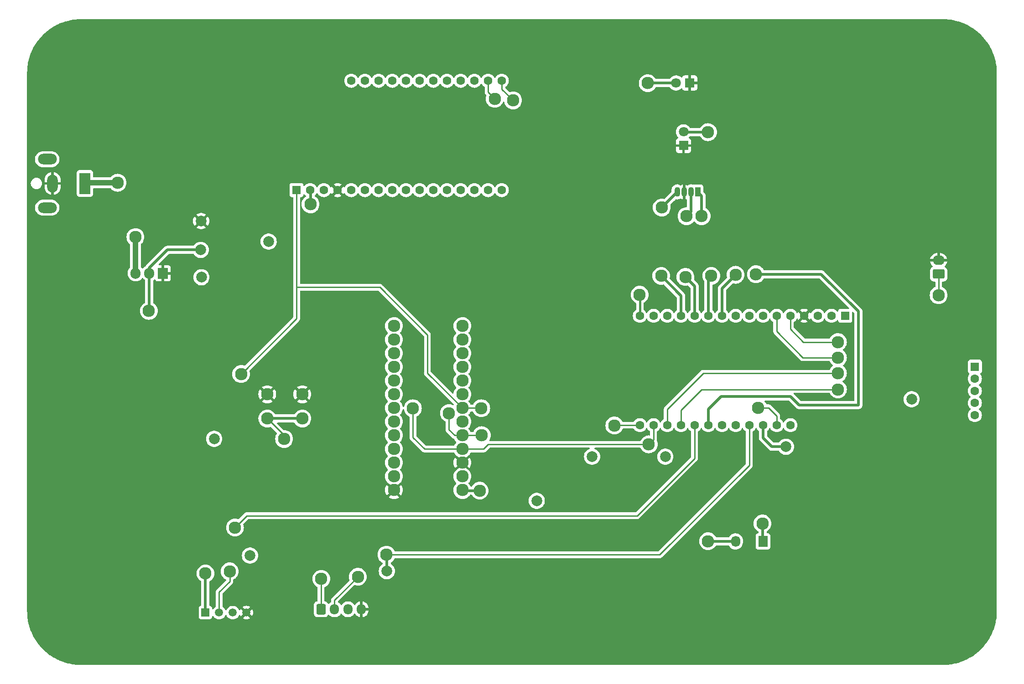
<source format=gbr>
%TF.GenerationSoftware,KiCad,Pcbnew,7.0.8*%
%TF.CreationDate,2023-11-30T23:22:54-08:00*%
%TF.ProjectId,window_weather_monitor,77696e64-6f77-45f7-9765-61746865725f,4*%
%TF.SameCoordinates,Original*%
%TF.FileFunction,Copper,L2,Bot*%
%TF.FilePolarity,Positive*%
%FSLAX46Y46*%
G04 Gerber Fmt 4.6, Leading zero omitted, Abs format (unit mm)*
G04 Created by KiCad (PCBNEW 7.0.8) date 2023-11-30 23:22:54*
%MOMM*%
%LPD*%
G01*
G04 APERTURE LIST*
G04 Aperture macros list*
%AMRoundRect*
0 Rectangle with rounded corners*
0 $1 Rounding radius*
0 $2 $3 $4 $5 $6 $7 $8 $9 X,Y pos of 4 corners*
0 Add a 4 corners polygon primitive as box body*
4,1,4,$2,$3,$4,$5,$6,$7,$8,$9,$2,$3,0*
0 Add four circle primitives for the rounded corners*
1,1,$1+$1,$2,$3*
1,1,$1+$1,$4,$5*
1,1,$1+$1,$6,$7*
1,1,$1+$1,$8,$9*
0 Add four rect primitives between the rounded corners*
20,1,$1+$1,$2,$3,$4,$5,0*
20,1,$1+$1,$4,$5,$6,$7,0*
20,1,$1+$1,$6,$7,$8,$9,0*
20,1,$1+$1,$8,$9,$2,$3,0*%
G04 Aperture macros list end*
%TA.AperFunction,ComponentPad*%
%ADD10R,1.600000X1.600000*%
%TD*%
%TA.AperFunction,ComponentPad*%
%ADD11C,1.600000*%
%TD*%
%TA.AperFunction,ComponentPad*%
%ADD12R,1.070000X1.800000*%
%TD*%
%TA.AperFunction,ComponentPad*%
%ADD13O,1.070000X1.800000*%
%TD*%
%TA.AperFunction,ComponentPad*%
%ADD14C,2.000000*%
%TD*%
%TA.AperFunction,ComponentPad*%
%ADD15R,2.000000X4.000000*%
%TD*%
%TA.AperFunction,ComponentPad*%
%ADD16O,2.000000X3.300000*%
%TD*%
%TA.AperFunction,ComponentPad*%
%ADD17O,3.500000X2.000000*%
%TD*%
%TA.AperFunction,ComponentPad*%
%ADD18RoundRect,0.250000X-0.600000X-0.725000X0.600000X-0.725000X0.600000X0.725000X-0.600000X0.725000X0*%
%TD*%
%TA.AperFunction,ComponentPad*%
%ADD19O,1.700000X1.950000*%
%TD*%
%TA.AperFunction,ComponentPad*%
%ADD20R,1.500000X1.500000*%
%TD*%
%TA.AperFunction,ComponentPad*%
%ADD21C,1.500000*%
%TD*%
%TA.AperFunction,ComponentPad*%
%ADD22C,2.300000*%
%TD*%
%TA.AperFunction,ComponentPad*%
%ADD23R,1.800000X1.800000*%
%TD*%
%TA.AperFunction,ComponentPad*%
%ADD24C,1.800000*%
%TD*%
%TA.AperFunction,ComponentPad*%
%ADD25R,1.905000X2.000000*%
%TD*%
%TA.AperFunction,ComponentPad*%
%ADD26O,1.905000X2.000000*%
%TD*%
%TA.AperFunction,ComponentPad*%
%ADD27R,1.730000X2.030000*%
%TD*%
%TA.AperFunction,ComponentPad*%
%ADD28O,1.730000X2.030000*%
%TD*%
%TA.AperFunction,ComponentPad*%
%ADD29RoundRect,0.250000X0.845000X-0.620000X0.845000X0.620000X-0.845000X0.620000X-0.845000X-0.620000X0*%
%TD*%
%TA.AperFunction,ComponentPad*%
%ADD30O,2.190000X1.740000*%
%TD*%
%TA.AperFunction,ViaPad*%
%ADD31C,2.300000*%
%TD*%
%TA.AperFunction,Conductor*%
%ADD32C,0.508000*%
%TD*%
%TA.AperFunction,Conductor*%
%ADD33C,0.254000*%
%TD*%
%TA.AperFunction,Conductor*%
%ADD34C,0.250000*%
%TD*%
%TA.AperFunction,Conductor*%
%ADD35C,0.381000*%
%TD*%
%TA.AperFunction,Conductor*%
%ADD36C,1.016000*%
%TD*%
G04 APERTURE END LIST*
D10*
%TO.P,U1,1,~{RESET}*%
%TO.N,unconnected-(U1-~{RESET}-Pad1)*%
X181838600Y-85121300D03*
D11*
%TO.P,U1,2,3V3*%
%TO.N,unconnected-(U1-3V3-Pad2)*%
X179298600Y-85121300D03*
%TO.P,U1,3,NC*%
%TO.N,unconnected-(U1-NC-Pad3)*%
X176758600Y-85121300D03*
%TO.P,U1,4,GND*%
%TO.N,GND*%
X174218600Y-85121300D03*
%TO.P,U1,5,DAC2/A0*%
%TO.N,Net-(U1-DAC2{slash}A0)*%
X171678600Y-85121300D03*
%TO.P,U1,6,DAC1/A1*%
%TO.N,Net-(U1-DAC1{slash}A1)*%
X169138600Y-85121300D03*
%TO.P,U1,7,I34/A2*%
%TO.N,unconnected-(U1-I34{slash}A2-Pad7)*%
X166598600Y-85121300D03*
%TO.P,U1,8,I39/A3*%
%TO.N,unconnected-(U1-I39{slash}A3-Pad8)*%
X164058600Y-85121300D03*
%TO.P,U1,9,IO36/A4*%
%TO.N,unconnected-(U1-IO36{slash}A4-Pad9)*%
X161518600Y-85121300D03*
%TO.P,U1,10,IO4/A5*%
%TO.N,Net-(U1-IO4{slash}A5)*%
X158978600Y-85121300D03*
%TO.P,U1,11,SCK/IO5*%
%TO.N,Net-(U1-SCK{slash}IO5)*%
X156438600Y-85121300D03*
%TO.P,U1,12,MOSI/IO18*%
%TO.N,Net-(U1-MOSI{slash}IO18)*%
X153898600Y-85121300D03*
%TO.P,U1,13,MISO/IO19*%
%TO.N,Net-(U1-MISO{slash}IO19)*%
X151358600Y-85121300D03*
%TO.P,U1,14,RX/IO16*%
%TO.N,unconnected-(U1-RX{slash}IO16-Pad14)*%
X148818600Y-85121300D03*
%TO.P,U1,15,TX/IO17*%
%TO.N,unconnected-(U1-TX{slash}IO17-Pad15)*%
X146278600Y-85121300D03*
%TO.P,U1,16,IO21*%
%TO.N,Net-(BZ1--)*%
X143738600Y-85121300D03*
%TO.P,U1,17,SDA/IO23*%
%TO.N,I2C SDA*%
X143738600Y-105441300D03*
%TO.P,U1,18,SCL/IO22*%
%TO.N,I2C SCL*%
X146278600Y-105441300D03*
%TO.P,U1,19,A6/IO14*%
%TO.N,Net-(U1-A6{slash}IO14)*%
X148818600Y-105441300D03*
%TO.P,U1,20,A7/IO32*%
%TO.N,Net-(U1-A7{slash}IO32)*%
X151358600Y-105441300D03*
%TO.P,U1,21,A8/IO15*%
%TO.N,/Temp_Hum_DO*%
X153898600Y-105441300D03*
%TO.P,U1,22,A9/IO33*%
%TO.N,Net-(U1-A9{slash}IO33)*%
X156438600Y-105441300D03*
%TO.P,U1,23,A10/IO27*%
%TO.N,unconnected-(U1-A10{slash}IO27-Pad23)*%
X158978600Y-105441300D03*
%TO.P,U1,24,A11/IO12*%
%TO.N,unconnected-(U1-A11{slash}IO12-Pad24)*%
X161518600Y-105441300D03*
%TO.P,U1,25,A12/IO13*%
%TO.N,/Rain_DO*%
X164058600Y-105441300D03*
%TO.P,U1,26,USB*%
%TO.N,Net-(SW2-A)*%
X166598600Y-105441300D03*
%TO.P,U1,27,EN*%
%TO.N,RST SW*%
X169138600Y-105441300D03*
%TO.P,U1,28,VBAT*%
%TO.N,unconnected-(U1-VBAT-Pad28)*%
X171678600Y-105441300D03*
%TD*%
D10*
%TO.P,DS1,1,RST*%
%TO.N,RST SW*%
X80010000Y-61766900D03*
D11*
%TO.P,DS1,2,3V+*%
%TO.N,Net-(DS1-3V+)*%
X82550000Y-61766900D03*
%TO.P,DS1,3*%
%TO.N,N/C*%
X85090000Y-61766900D03*
%TO.P,DS1,4,GND*%
%TO.N,GND*%
X87630000Y-61766900D03*
%TO.P,DS1,5*%
%TO.N,N/C*%
X90170000Y-61766900D03*
%TO.P,DS1,6*%
X92710000Y-61766900D03*
%TO.P,DS1,7*%
X95250000Y-61766900D03*
%TO.P,DS1,8*%
X97790000Y-61766900D03*
%TO.P,DS1,9*%
X100330000Y-61766900D03*
%TO.P,DS1,10*%
X102870000Y-61766900D03*
%TO.P,DS1,11*%
X105410000Y-61766900D03*
%TO.P,DS1,12*%
X107950000Y-61766900D03*
%TO.P,DS1,13*%
X110490000Y-61766900D03*
%TO.P,DS1,14*%
X113030000Y-61766900D03*
%TO.P,DS1,15*%
X115570000Y-61766900D03*
%TO.P,DS1,16*%
X118110000Y-61766900D03*
%TO.P,DS1,17,SDA*%
%TO.N,I2C SDA*%
X118110000Y-41446900D03*
%TO.P,DS1,18,SCL*%
%TO.N,I2C SCL*%
X115570000Y-41446900D03*
%TO.P,DS1,19*%
%TO.N,N/C*%
X113030000Y-41446900D03*
%TO.P,DS1,20*%
X110490000Y-41446900D03*
%TO.P,DS1,21*%
X107950000Y-41446900D03*
%TO.P,DS1,22*%
X105410000Y-41446900D03*
%TO.P,DS1,23*%
X102870000Y-41446900D03*
%TO.P,DS1,24*%
X100330000Y-41446900D03*
%TO.P,DS1,25*%
X97790000Y-41446900D03*
%TO.P,DS1,26*%
X95250000Y-41446900D03*
%TO.P,DS1,27*%
X92710000Y-41446900D03*
%TO.P,DS1,28*%
X90170000Y-41446900D03*
%TD*%
D10*
%TO.P,U5,1,M0*%
%TO.N,Net-(U5-M0)*%
X205917800Y-94564200D03*
D11*
%TO.P,U5,2,M1*%
%TO.N,Net-(U5-M1)*%
X205917800Y-96814200D03*
%TO.P,U5,3,M2*%
%TO.N,Net-(U5-M2)*%
X205917800Y-99064200D03*
%TO.P,U5,4,M3*%
%TO.N,Net-(U5-M3)*%
X205917800Y-101314200D03*
%TO.P,U5,5,VCC*%
%TO.N,Net-(U5-VCC)*%
X205917800Y-103564200D03*
%TD*%
D12*
%TO.P,D3,1,GA*%
%TO.N,Net-(D3-GA)*%
X154470000Y-62100000D03*
D13*
%TO.P,D3,2,RA*%
%TO.N,Net-(D3-RA)*%
X153200000Y-62100000D03*
%TO.P,D3,3,K*%
%TO.N,GND*%
X151930000Y-62100000D03*
%TO.P,D3,4,BA*%
%TO.N,Net-(D3-BA)*%
X150660000Y-62100000D03*
%TD*%
D14*
%TO.P,TP6,1,1*%
%TO.N,I2C SCL*%
X148463000Y-111302800D03*
%TD*%
%TO.P,TP1,1,1*%
%TO.N,GND*%
X62306200Y-67513200D03*
%TD*%
D15*
%TO.P,J1,1*%
%TO.N,Net-(U6-VI)*%
X40729800Y-60528200D03*
D16*
%TO.P,J1,2*%
%TO.N,GND*%
X34729800Y-60528200D03*
D17*
%TO.P,J1,MP*%
%TO.N,N/C*%
X33729800Y-56028200D03*
X33729800Y-65028200D03*
%TD*%
D14*
%TO.P,TP8,1,1*%
%TO.N,/Temp_Hum_DO*%
X71374000Y-129667000D03*
%TD*%
D18*
%TO.P,U3,1,VCC*%
%TO.N,Net-(U3-VCC)*%
X84549600Y-139649200D03*
D19*
%TO.P,U3,2,DO*%
%TO.N,/Rain_DO*%
X87049600Y-139649200D03*
%TO.P,U3,3,AO*%
%TO.N,unconnected-(U3-AO-Pad3)*%
X89549600Y-139649200D03*
%TO.P,U3,4,GND*%
%TO.N,GND*%
X92049600Y-139649200D03*
%TD*%
D14*
%TO.P,TP7,1,1*%
%TO.N,/Rain_DO*%
X96774000Y-132562600D03*
%TD*%
D20*
%TO.P,U2,1,VCC*%
%TO.N,Net-(U2-VCC)*%
X63093600Y-140258800D03*
D21*
%TO.P,U2,2,IO*%
%TO.N,/Temp_Hum_DO*%
X65633600Y-140258800D03*
%TO.P,U2,3,NC*%
%TO.N,unconnected-(U2-NC-Pad3)*%
X68173600Y-140258800D03*
%TO.P,U2,4,GND*%
%TO.N,GND*%
X70713600Y-140258800D03*
%TD*%
D22*
%TO.P,SW1,1,1*%
%TO.N,GND*%
X74575600Y-99705600D03*
X81075600Y-99705600D03*
%TO.P,SW1,2,2*%
%TO.N,Net-(R8-Pad2)*%
X74575600Y-104205600D03*
X81075600Y-104205600D03*
%TD*%
D23*
%TO.P,D2,1,K*%
%TO.N,GND*%
X153009600Y-41859200D03*
D24*
%TO.P,D2,2,A*%
%TO.N,Net-(D2-A)*%
X150469600Y-41859200D03*
%TD*%
D14*
%TO.P,TP12,1,1*%
%TO.N,Net-(DS1-3V+)*%
X74828400Y-71323200D03*
%TD*%
%TO.P,TP11,1,1*%
%TO.N,Net-(U5-VCC)*%
X194183000Y-100634800D03*
%TD*%
%TO.P,TP9,1,1*%
%TO.N,Net-(SW2-A)*%
X170865800Y-109448600D03*
%TD*%
%TO.P,TP3,1,1*%
%TO.N,/+5VDC*%
X62230000Y-72872600D03*
%TD*%
D25*
%TO.P,U6,1,GND*%
%TO.N,GND*%
X55219600Y-77216000D03*
D26*
%TO.P,U6,2,VO*%
%TO.N,/+5VDC*%
X52679600Y-77216000D03*
%TO.P,U6,3,VI*%
%TO.N,Net-(U6-VI)*%
X50139600Y-77216000D03*
%TD*%
D14*
%TO.P,TP4,1,1*%
%TO.N,Net-(U4-VIN)*%
X124593400Y-119482600D03*
%TD*%
%TO.P,TP10,1,1*%
%TO.N,RST SW*%
X64719200Y-107975400D03*
%TD*%
%TO.P,TP5,1,1*%
%TO.N,I2C SDA*%
X134874000Y-111277400D03*
%TD*%
D27*
%TO.P,SW2,1,A*%
%TO.N,Net-(SW2-A)*%
X166583200Y-127044800D03*
D28*
%TO.P,SW2,2,B*%
%TO.N,/+5VDC*%
X161503200Y-127044800D03*
%TD*%
D29*
%TO.P,BZ1,1,-*%
%TO.N,Net-(BZ1--)*%
X199206800Y-77368400D03*
D30*
%TO.P,BZ1,2,+*%
%TO.N,GND*%
X199206800Y-74828400D03*
%TD*%
D14*
%TO.P,TP2,1,1*%
%TO.N,/+3VDC*%
X62357000Y-77952600D03*
%TD*%
D23*
%TO.P,D1,1,K*%
%TO.N,GND*%
X151841200Y-53497400D03*
D24*
%TO.P,D1,2,A*%
%TO.N,Net-(D1-A)*%
X151841200Y-50957400D03*
%TD*%
D22*
%TO.P,U4,1,VIN*%
%TO.N,Net-(U4-VIN)*%
X110796800Y-117500400D03*
%TO.P,U4,2,3Vo*%
%TO.N,unconnected-(U4-3Vo-Pad2)*%
X110796800Y-114960400D03*
%TO.P,U4,3,GND*%
%TO.N,GND*%
X110796800Y-112420400D03*
%TO.P,U4,4,SCL*%
%TO.N,I2C SCL*%
X110796800Y-109880400D03*
%TO.P,U4,5,SDA*%
%TO.N,I2C SDA*%
X110796800Y-107340400D03*
%TO.P,U4,6,INT*%
%TO.N,unconnected-(U4-INT-Pad6)*%
X110796800Y-104800400D03*
%TO.P,U4,7,RST*%
%TO.N,RST SW*%
X110796800Y-102260400D03*
%TO.P,U4,8,R7*%
%TO.N,unconnected-(U4-R7-Pad8)*%
X110796800Y-99720400D03*
%TO.P,U4,9,R6*%
%TO.N,unconnected-(U4-R6-Pad9)*%
X110796800Y-97180400D03*
%TO.P,U4,10,R5*%
%TO.N,unconnected-(U4-R5-Pad10)*%
X110796800Y-94640400D03*
%TO.P,U4,11,R4*%
%TO.N,unconnected-(U4-R4-Pad11)*%
X110796800Y-92100400D03*
%TO.P,U4,12,R3*%
%TO.N,Net-(U4-R3)*%
X110796800Y-89560400D03*
%TO.P,U4,13,R2*%
%TO.N,Net-(U4-R2)*%
X110796800Y-87020400D03*
%TO.P,U4,14,R1*%
%TO.N,Net-(U4-R1)*%
X98096800Y-87020400D03*
%TO.P,U4,15,R0*%
%TO.N,Net-(U4-R0)*%
X98096800Y-89560400D03*
%TO.P,U4,16,C0*%
%TO.N,Net-(U4-C0)*%
X98096800Y-92100400D03*
%TO.P,U4,17,C1*%
%TO.N,Net-(U4-C1)*%
X98096800Y-94640400D03*
%TO.P,U4,18,C2*%
%TO.N,Net-(U4-C2)*%
X98096800Y-97180400D03*
%TO.P,U4,19,C3*%
%TO.N,Net-(U4-C3)*%
X98096800Y-99720400D03*
%TO.P,U4,20,C4*%
%TO.N,unconnected-(U4-C4-Pad20)*%
X98096800Y-102260400D03*
%TO.P,U4,21,C5*%
%TO.N,unconnected-(U4-C5-Pad21)*%
X98096800Y-104800400D03*
%TO.P,U4,22,C6*%
%TO.N,unconnected-(U4-C6-Pad22)*%
X98096800Y-107340400D03*
%TO.P,U4,23,C7*%
%TO.N,unconnected-(U4-C7-Pad23)*%
X98096800Y-109880400D03*
%TO.P,U4,24,C8*%
%TO.N,unconnected-(U4-C8-Pad24)*%
X98096800Y-112420400D03*
%TO.P,U4,25,C9*%
%TO.N,unconnected-(U4-C9-Pad25)*%
X98096800Y-114960400D03*
%TO.P,U4,26,GND*%
%TO.N,GND*%
X98096800Y-117500400D03*
%TD*%
D31*
%TO.N,Net-(BZ1--)*%
X143700000Y-81200000D03*
X199200000Y-81300000D03*
%TO.N,Net-(SW2-A)*%
X166500000Y-123700000D03*
%TO.N,Net-(U1-DAC2{slash}A0)*%
X180500000Y-90000000D03*
%TO.N,Net-(U1-MISO{slash}IO19)*%
X147700000Y-77700000D03*
%TO.N,Net-(U1-DAC1{slash}A1)*%
X180500000Y-92900000D03*
%TO.N,Net-(U1-MOSI{slash}IO18)*%
X152200000Y-77900000D03*
%TO.N,Net-(U1-A9{slash}IO33)*%
X165300000Y-77400000D03*
%TO.N,Net-(U1-IO4{slash}A5)*%
X161500000Y-77500000D03*
%TO.N,Net-(U1-SCK{slash}IO5)*%
X157000000Y-77700000D03*
%TO.N,Net-(U1-A6{slash}IO14)*%
X180500000Y-95800000D03*
%TO.N,Net-(U1-A7{slash}IO32)*%
X180500000Y-98800000D03*
%TO.N,I2C SDA*%
X108300000Y-103200000D03*
X120200000Y-45100000D03*
X139000000Y-105500000D03*
X114400000Y-107300000D03*
%TO.N,I2C SCL*%
X116800000Y-44800000D03*
X145400000Y-109000000D03*
X101600000Y-102300000D03*
%TO.N,/Temp_Hum_DO*%
X67600000Y-132600000D03*
X68580000Y-124460000D03*
%TO.N,/Rain_DO*%
X91400000Y-133600000D03*
X96700000Y-129514600D03*
%TO.N,RST SW*%
X165700000Y-102200000D03*
X69723000Y-95935800D03*
X114300000Y-102300000D03*
%TO.N,/+5VDC*%
X156400000Y-127000000D03*
X52600000Y-84200000D03*
%TO.N,Net-(D2-A)*%
X145200000Y-41900000D03*
%TO.N,Net-(D1-A)*%
X156400000Y-51000000D03*
%TO.N,Net-(D3-RA)*%
X152400000Y-66600000D03*
%TO.N,Net-(D3-GA)*%
X155200000Y-66600000D03*
%TO.N,Net-(D3-BA)*%
X147800000Y-65000000D03*
%TO.N,Net-(DS1-3V+)*%
X82600000Y-64400000D03*
%TO.N,Net-(U2-VCC)*%
X63100000Y-133000000D03*
%TO.N,Net-(U3-VCC)*%
X84600000Y-134000000D03*
%TO.N,Net-(U4-VIN)*%
X114000000Y-117600000D03*
%TO.N,Net-(R8-Pad2)*%
X77700000Y-108000000D03*
%TO.N,Net-(U6-VI)*%
X46800000Y-60400000D03*
X50100000Y-70500000D03*
%TD*%
D32*
%TO.N,Net-(D3-BA)*%
X149400000Y-63360000D02*
X150660000Y-62100000D01*
X147800000Y-65000000D02*
X149400000Y-63400000D01*
X149400000Y-63400000D02*
X149400000Y-63360000D01*
D33*
%TO.N,RST SW*%
X169138600Y-103738600D02*
X169138600Y-105441300D01*
X167600000Y-102200000D02*
X169138600Y-103738600D01*
X165700000Y-102200000D02*
X167600000Y-102200000D01*
D32*
%TO.N,Net-(U1-A9{slash}IO33)*%
X158800000Y-100100000D02*
X156438600Y-102461400D01*
X156438600Y-102461400D02*
X156438600Y-105441300D01*
X184300000Y-101700000D02*
X173300000Y-101700000D01*
X173300000Y-101700000D02*
X171700000Y-100100000D01*
X171700000Y-100100000D02*
X158800000Y-100100000D01*
X184300000Y-84300000D02*
X184300000Y-101700000D01*
X177400000Y-77400000D02*
X184300000Y-84300000D01*
X165300000Y-77400000D02*
X177400000Y-77400000D01*
D33*
%TO.N,Net-(U1-A6{slash}IO14)*%
X155500000Y-95800000D02*
X148818600Y-102481400D01*
X148818600Y-102481400D02*
X148818600Y-105441300D01*
X180500000Y-95800000D02*
X155500000Y-95800000D01*
D34*
%TO.N,Net-(U1-A7{slash}IO32)*%
X155200000Y-98800000D02*
X180500000Y-98800000D01*
X151358600Y-102641400D02*
X155200000Y-98800000D01*
X151358600Y-105441300D02*
X151358600Y-102641400D01*
D33*
%TO.N,Net-(U1-DAC1{slash}A1)*%
X174000000Y-92900000D02*
X169138600Y-88038600D01*
X180500000Y-92900000D02*
X174000000Y-92900000D01*
X169138600Y-88038600D02*
X169138600Y-85121300D01*
%TO.N,Net-(U1-DAC2{slash}A0)*%
X174100000Y-90000000D02*
X171678600Y-87578600D01*
X171678600Y-87578600D02*
X171678600Y-85121300D01*
X180500000Y-90000000D02*
X174100000Y-90000000D01*
%TO.N,Net-(BZ1--)*%
X199206800Y-81293200D02*
X199200000Y-81300000D01*
D35*
X143738600Y-81238600D02*
X143738600Y-85121300D01*
D33*
X199206800Y-77368400D02*
X199206800Y-81293200D01*
D35*
X143700000Y-81200000D02*
X143738600Y-81238600D01*
D32*
%TO.N,Net-(SW2-A)*%
X168248600Y-109448600D02*
X166598600Y-107798600D01*
X166598600Y-107798600D02*
X166598600Y-105441300D01*
X170865800Y-109448600D02*
X168248600Y-109448600D01*
X166500000Y-123700000D02*
X166500000Y-126961600D01*
X166500000Y-126961600D02*
X166583200Y-127044800D01*
D33*
%TO.N,Net-(U1-DAC2{slash}A0)*%
X171700000Y-85142700D02*
X171678600Y-85121300D01*
D32*
%TO.N,Net-(U1-MISO{slash}IO19)*%
X151358600Y-81358600D02*
X151358600Y-85121300D01*
X147700000Y-77700000D02*
X151358600Y-81358600D01*
%TO.N,Net-(U1-MOSI{slash}IO18)*%
X152200000Y-77900000D02*
X153898600Y-79598600D01*
X153898600Y-79598600D02*
X153898600Y-85121300D01*
%TO.N,Net-(U1-IO4{slash}A5)*%
X158978600Y-80021400D02*
X158978600Y-85121300D01*
X161500000Y-77500000D02*
X158978600Y-80021400D01*
%TO.N,Net-(U1-SCK{slash}IO5)*%
X157000000Y-77700000D02*
X156438600Y-78261400D01*
X156438600Y-78261400D02*
X156438600Y-85121300D01*
D33*
%TO.N,I2C SDA*%
X118110000Y-43010000D02*
X118110000Y-41446900D01*
X120200000Y-45100000D02*
X118110000Y-43010000D01*
X108300000Y-103200000D02*
X108300000Y-106300000D01*
X114400000Y-107300000D02*
X114359600Y-107340400D01*
X139058700Y-105441300D02*
X143738600Y-105441300D01*
X108300000Y-106300000D02*
X109340400Y-107340400D01*
X114359600Y-107340400D02*
X110796800Y-107340400D01*
X139000000Y-105500000D02*
X139058700Y-105441300D01*
X109340400Y-107340400D02*
X110796800Y-107340400D01*
%TO.N,I2C SCL*%
X115570000Y-43570000D02*
X115570000Y-41446900D01*
X146278600Y-108178600D02*
X146278600Y-105517500D01*
X101600000Y-102300000D02*
X101600000Y-107700000D01*
X145400000Y-109000000D02*
X145457200Y-109000000D01*
X110796800Y-109880400D02*
X114719600Y-109880400D01*
X115600000Y-109000000D02*
X145400000Y-109000000D01*
X103780400Y-109880400D02*
X110796800Y-109880400D01*
X145457200Y-109000000D02*
X146278600Y-108178600D01*
X114719600Y-109880400D02*
X115600000Y-109000000D01*
X101600000Y-107700000D02*
X103780400Y-109880400D01*
X116800000Y-44800000D02*
X115570000Y-43570000D01*
%TO.N,/Temp_Hum_DO*%
X143236500Y-122250200D02*
X153898600Y-111588100D01*
X68580000Y-124460000D02*
X70789800Y-122250200D01*
X67600000Y-132600000D02*
X67600000Y-134500000D01*
X67600000Y-134500000D02*
X65633600Y-136466400D01*
X70789800Y-122250200D02*
X143236500Y-122250200D01*
X65633600Y-136466400D02*
X65633600Y-140258800D01*
X153898600Y-111588100D02*
X153898600Y-105517500D01*
%TO.N,/Rain_DO*%
X164058600Y-112877600D02*
X164058600Y-105517500D01*
X147421600Y-129514600D02*
X164058600Y-112877600D01*
D32*
X96774000Y-132562600D02*
X96774000Y-129588600D01*
D33*
X87049600Y-137950400D02*
X87049600Y-139649200D01*
X91400000Y-133600000D02*
X87049600Y-137950400D01*
D32*
X96774000Y-129588600D02*
X96700000Y-129514600D01*
D33*
X96700000Y-129514600D02*
X147421600Y-129514600D01*
%TO.N,RST SW*%
X80010000Y-79806800D02*
X80010000Y-61766900D01*
X80010000Y-79806800D02*
X95453200Y-79806800D01*
X114300000Y-102300000D02*
X114260400Y-102260400D01*
X69723000Y-95935800D02*
X80010000Y-85648800D01*
X80010000Y-85648800D02*
X80010000Y-79806800D01*
X104292400Y-95756000D02*
X110796800Y-102260400D01*
X114260400Y-102260400D02*
X110796800Y-102260400D01*
X104292400Y-88646000D02*
X104292400Y-95756000D01*
X95453200Y-79806800D02*
X104292400Y-88646000D01*
D32*
%TO.N,/+5VDC*%
X52679600Y-84120400D02*
X52679600Y-77216000D01*
X156444800Y-127044800D02*
X161503200Y-127044800D01*
X156400000Y-127000000D02*
X156444800Y-127044800D01*
X52679600Y-76219670D02*
X56026670Y-72872600D01*
X52600000Y-84200000D02*
X52679600Y-84120400D01*
X52679600Y-77216000D02*
X52679600Y-76219670D01*
X56026670Y-72872600D02*
X62230000Y-72872600D01*
%TO.N,Net-(D2-A)*%
X145200000Y-41900000D02*
X145240800Y-41859200D01*
X145240800Y-41859200D02*
X150469600Y-41859200D01*
%TO.N,Net-(D1-A)*%
X151883800Y-51000000D02*
X151841200Y-50957400D01*
X156400000Y-51000000D02*
X151883800Y-51000000D01*
%TO.N,Net-(D3-RA)*%
X153200000Y-65800000D02*
X153200000Y-62100000D01*
X152400000Y-66600000D02*
X153200000Y-65800000D01*
%TO.N,Net-(D3-GA)*%
X155200000Y-62830000D02*
X154470000Y-62100000D01*
X155200000Y-66600000D02*
X155200000Y-62830000D01*
%TO.N,Net-(DS1-3V+)*%
X82600000Y-61816900D02*
X82550000Y-61766900D01*
X82600000Y-64400000D02*
X82600000Y-61816900D01*
%TO.N,Net-(U2-VCC)*%
X63093600Y-133006400D02*
X63093600Y-140258800D01*
X63100000Y-133000000D02*
X63093600Y-133006400D01*
D33*
%TO.N,Net-(U3-VCC)*%
X84549600Y-134050400D02*
X84549600Y-139649200D01*
X84600000Y-134000000D02*
X84549600Y-134050400D01*
D32*
%TO.N,Net-(U4-VIN)*%
X114000000Y-117600000D02*
X110896400Y-117600000D01*
X110896400Y-117600000D02*
X110796800Y-117500400D01*
%TO.N,Net-(R8-Pad2)*%
X74575600Y-104205600D02*
X81075600Y-104205600D01*
X81075600Y-104205600D02*
X80970000Y-104311200D01*
D33*
X77700000Y-107330000D02*
X74575600Y-104205600D01*
X77700000Y-108000000D02*
X77700000Y-107330000D01*
D36*
%TO.N,Net-(U6-VI)*%
X40858000Y-60400000D02*
X40729800Y-60528200D01*
X46800000Y-60400000D02*
X40858000Y-60400000D01*
X50100000Y-77176400D02*
X50139600Y-77216000D01*
X50100000Y-70500000D02*
X50100000Y-77176400D01*
%TD*%
%TA.AperFunction,Conductor*%
%TO.N,GND*%
G36*
X183344302Y-84411772D02*
G01*
X183350780Y-84417804D01*
X183509181Y-84576205D01*
X183542666Y-84637528D01*
X183545500Y-84663886D01*
X183545500Y-100821500D01*
X183525815Y-100888539D01*
X183473011Y-100934294D01*
X183421500Y-100945500D01*
X173663887Y-100945500D01*
X173596848Y-100925815D01*
X173576206Y-100909181D01*
X172304205Y-99637181D01*
X172270720Y-99575858D01*
X172275704Y-99506166D01*
X172317576Y-99450233D01*
X172383040Y-99425816D01*
X172391886Y-99425500D01*
X178889748Y-99425500D01*
X178956787Y-99445185D01*
X179002542Y-99497989D01*
X179004309Y-99502048D01*
X179024842Y-99551621D01*
X179024845Y-99551626D01*
X179024846Y-99551628D01*
X179160588Y-99773140D01*
X179329311Y-99970689D01*
X179526860Y-100139412D01*
X179748372Y-100275154D01*
X179748374Y-100275154D01*
X179748376Y-100275156D01*
X179809693Y-100300554D01*
X179988390Y-100374573D01*
X180241006Y-100435221D01*
X180500000Y-100455604D01*
X180758994Y-100435221D01*
X181011610Y-100374573D01*
X181251628Y-100275154D01*
X181473140Y-100139412D01*
X181670689Y-99970689D01*
X181839412Y-99773140D01*
X181975154Y-99551628D01*
X182074573Y-99311610D01*
X182135221Y-99058994D01*
X182155604Y-98800000D01*
X182135221Y-98541006D01*
X182074573Y-98288390D01*
X181981691Y-98064153D01*
X181975156Y-98048376D01*
X181908253Y-97939200D01*
X181839412Y-97826860D01*
X181670689Y-97629311D01*
X181473140Y-97460588D01*
X181473133Y-97460584D01*
X181414103Y-97424410D01*
X181383615Y-97405727D01*
X181336740Y-97353916D01*
X181325317Y-97284986D01*
X181352974Y-97220823D01*
X181383616Y-97194272D01*
X181406253Y-97180400D01*
X181473140Y-97139412D01*
X181670689Y-96970689D01*
X181839412Y-96773140D01*
X181975154Y-96551628D01*
X182074573Y-96311610D01*
X182135221Y-96058994D01*
X182155604Y-95800000D01*
X182135221Y-95541006D01*
X182074573Y-95288390D01*
X181975154Y-95048372D01*
X181839412Y-94826860D01*
X181670689Y-94629311D01*
X181473140Y-94460588D01*
X181465209Y-94455727D01*
X181418334Y-94403918D01*
X181406910Y-94334988D01*
X181434566Y-94270825D01*
X181465208Y-94244272D01*
X181473140Y-94239412D01*
X181670689Y-94070689D01*
X181839412Y-93873140D01*
X181975154Y-93651628D01*
X182074573Y-93411610D01*
X182135221Y-93158994D01*
X182155604Y-92900000D01*
X182135221Y-92641006D01*
X182074573Y-92388390D01*
X181975154Y-92148372D01*
X181839412Y-91926860D01*
X181670689Y-91729311D01*
X181473140Y-91560588D01*
X181465209Y-91555727D01*
X181418334Y-91503918D01*
X181406910Y-91434988D01*
X181434566Y-91370825D01*
X181465208Y-91344272D01*
X181473140Y-91339412D01*
X181670689Y-91170689D01*
X181839412Y-90973140D01*
X181975154Y-90751628D01*
X182074573Y-90511610D01*
X182135221Y-90258994D01*
X182155604Y-90000000D01*
X182135221Y-89741006D01*
X182074573Y-89488390D01*
X181997123Y-89301409D01*
X181975156Y-89248376D01*
X181852850Y-89048790D01*
X181839412Y-89026860D01*
X181670689Y-88829311D01*
X181473140Y-88660588D01*
X181251628Y-88524846D01*
X181251627Y-88524845D01*
X181251623Y-88524843D01*
X181059435Y-88445237D01*
X181011610Y-88425427D01*
X181011611Y-88425427D01*
X180862843Y-88389711D01*
X180758994Y-88364779D01*
X180758992Y-88364778D01*
X180758991Y-88364778D01*
X180500000Y-88344396D01*
X180241009Y-88364778D01*
X179988389Y-88425427D01*
X179748376Y-88524843D01*
X179526859Y-88660588D01*
X179329311Y-88829311D01*
X179160588Y-89026859D01*
X179024843Y-89248376D01*
X179005137Y-89295953D01*
X178961296Y-89350356D01*
X178895002Y-89372421D01*
X178890576Y-89372500D01*
X174411281Y-89372500D01*
X174344242Y-89352815D01*
X174323600Y-89336181D01*
X172342419Y-87355000D01*
X172308934Y-87293677D01*
X172306100Y-87267319D01*
X172306100Y-86334087D01*
X172325785Y-86267048D01*
X172358977Y-86232512D01*
X172404944Y-86200326D01*
X172517739Y-86121347D01*
X172678647Y-85960439D01*
X172809168Y-85774034D01*
X172836495Y-85715429D01*
X172882664Y-85662995D01*
X172949857Y-85643842D01*
X173016739Y-85664057D01*
X173061257Y-85715433D01*
X173088465Y-85773781D01*
X173088466Y-85773783D01*
X173139573Y-85846771D01*
X173139574Y-85846772D01*
X173820646Y-85165699D01*
X173833435Y-85246448D01*
X173890959Y-85359345D01*
X173980555Y-85448941D01*
X174093452Y-85506465D01*
X174174199Y-85519253D01*
X173493126Y-86200325D01*
X173493126Y-86200326D01*
X173566112Y-86251431D01*
X173566116Y-86251433D01*
X173772273Y-86347565D01*
X173772282Y-86347569D01*
X173991989Y-86406439D01*
X173992000Y-86406441D01*
X174218598Y-86426266D01*
X174218602Y-86426266D01*
X174445199Y-86406441D01*
X174445210Y-86406439D01*
X174664917Y-86347569D01*
X174664931Y-86347564D01*
X174871078Y-86251436D01*
X174944072Y-86200325D01*
X174263001Y-85519253D01*
X174343748Y-85506465D01*
X174456645Y-85448941D01*
X174546241Y-85359345D01*
X174603765Y-85246448D01*
X174616553Y-85165700D01*
X175297625Y-85846772D01*
X175348733Y-85773782D01*
X175375941Y-85715435D01*
X175422113Y-85662996D01*
X175489307Y-85643843D01*
X175556188Y-85664058D01*
X175600705Y-85715432D01*
X175628032Y-85774034D01*
X175663897Y-85825255D01*
X175758554Y-85960441D01*
X175919458Y-86121345D01*
X175919461Y-86121347D01*
X176105866Y-86251868D01*
X176312104Y-86348039D01*
X176531908Y-86406935D01*
X176693830Y-86421101D01*
X176758598Y-86426768D01*
X176758600Y-86426768D01*
X176758602Y-86426768D01*
X176815407Y-86421798D01*
X176985292Y-86406935D01*
X177205096Y-86348039D01*
X177411334Y-86251868D01*
X177597739Y-86121347D01*
X177758647Y-85960439D01*
X177889168Y-85774034D01*
X177916218Y-85716024D01*
X177962390Y-85663585D01*
X178029583Y-85644433D01*
X178096465Y-85664648D01*
X178140981Y-85716024D01*
X178155117Y-85746338D01*
X178168029Y-85774028D01*
X178168032Y-85774034D01*
X178298554Y-85960441D01*
X178459458Y-86121345D01*
X178459461Y-86121347D01*
X178645866Y-86251868D01*
X178852104Y-86348039D01*
X179071908Y-86406935D01*
X179233830Y-86421101D01*
X179298598Y-86426768D01*
X179298600Y-86426768D01*
X179298602Y-86426768D01*
X179355407Y-86421798D01*
X179525292Y-86406935D01*
X179745096Y-86348039D01*
X179951334Y-86251868D01*
X180137739Y-86121347D01*
X180298647Y-85960439D01*
X180315872Y-85935839D01*
X180370448Y-85892213D01*
X180439946Y-85885018D01*
X180502301Y-85916539D01*
X180537716Y-85976768D01*
X180540738Y-85993706D01*
X180544508Y-86028783D01*
X180594802Y-86163628D01*
X180594806Y-86163635D01*
X180681052Y-86278844D01*
X180681055Y-86278847D01*
X180796264Y-86365093D01*
X180796271Y-86365097D01*
X180931117Y-86415391D01*
X180931116Y-86415391D01*
X180938044Y-86416135D01*
X180990727Y-86421800D01*
X182686472Y-86421799D01*
X182746083Y-86415391D01*
X182880931Y-86365096D01*
X182996146Y-86278846D01*
X183082396Y-86163631D01*
X183132691Y-86028783D01*
X183139100Y-85969173D01*
X183139099Y-84505484D01*
X183158784Y-84438446D01*
X183211587Y-84392691D01*
X183280746Y-84382747D01*
X183344302Y-84411772D01*
G37*
%TD.AperFunction*%
%TA.AperFunction,Conductor*%
G36*
X200413711Y-30013001D02*
G01*
X200605829Y-30019039D01*
X200609416Y-30019258D01*
X200957743Y-30050911D01*
X201219286Y-30075634D01*
X201222719Y-30076058D01*
X201554824Y-30126603D01*
X201828084Y-30169884D01*
X201831305Y-30170484D01*
X202153925Y-30239738D01*
X202429860Y-30301418D01*
X202432954Y-30302194D01*
X202747653Y-30389924D01*
X203022409Y-30469748D01*
X203025298Y-30470666D01*
X203232638Y-30542215D01*
X203332236Y-30576584D01*
X203603414Y-30674214D01*
X203606118Y-30675259D01*
X203904917Y-30799026D01*
X204064934Y-30868271D01*
X204171985Y-30914597D01*
X204463228Y-31056404D01*
X204607010Y-31129664D01*
X204723305Y-31188919D01*
X205004901Y-31347740D01*
X205256681Y-31496642D01*
X205527784Y-31671923D01*
X205748242Y-31821746D01*
X205770073Y-31836583D01*
X206029823Y-32027710D01*
X206261545Y-32207452D01*
X206500541Y-32406630D01*
X206509110Y-32413772D01*
X206729232Y-32607836D01*
X206963810Y-32828653D01*
X207171346Y-33036189D01*
X207392163Y-33270767D01*
X207586227Y-33490889D01*
X207619502Y-33530816D01*
X207792539Y-33738445D01*
X207972284Y-33970169D01*
X208163416Y-34229926D01*
X208328086Y-34472231D01*
X208503339Y-34743289D01*
X208503351Y-34743308D01*
X208652267Y-34995111D01*
X208811075Y-35276684D01*
X208943595Y-35536771D01*
X209085402Y-35828014D01*
X209200971Y-36095077D01*
X209324736Y-36393874D01*
X209325790Y-36396599D01*
X209423415Y-36667763D01*
X209529329Y-36974692D01*
X209530259Y-36977619D01*
X209610080Y-37252362D01*
X209620657Y-37290305D01*
X209697800Y-37567031D01*
X209698584Y-37570155D01*
X209760274Y-37846137D01*
X209829506Y-38168655D01*
X209830124Y-38171969D01*
X209873418Y-38445318D01*
X209923935Y-38777239D01*
X209924366Y-38780734D01*
X209949095Y-39042332D01*
X209980737Y-39390540D01*
X209980961Y-39394204D01*
X209987004Y-39586494D01*
X209999500Y-40000000D01*
X209999500Y-140000000D01*
X209987004Y-140413505D01*
X209980961Y-140605794D01*
X209980737Y-140609458D01*
X209949095Y-140957667D01*
X209924366Y-141219264D01*
X209923935Y-141222759D01*
X209873418Y-141554681D01*
X209830124Y-141828029D01*
X209829506Y-141831343D01*
X209760274Y-142153862D01*
X209698584Y-142429843D01*
X209697800Y-142432967D01*
X209610083Y-142747624D01*
X209530259Y-143022379D01*
X209529329Y-143025306D01*
X209423415Y-143332236D01*
X209325790Y-143603399D01*
X209324736Y-143606124D01*
X209200971Y-143904922D01*
X209085402Y-144171985D01*
X208943595Y-144463228D01*
X208811075Y-144723315D01*
X208652267Y-145004888D01*
X208503351Y-145256691D01*
X208328087Y-145527768D01*
X208163416Y-145770073D01*
X207972284Y-146029830D01*
X207792534Y-146261561D01*
X207586227Y-146509110D01*
X207392163Y-146729232D01*
X207171346Y-146963810D01*
X206963810Y-147171346D01*
X206729232Y-147392163D01*
X206509110Y-147586227D01*
X206261561Y-147792534D01*
X206100491Y-147917473D01*
X206029830Y-147972284D01*
X205770073Y-148163416D01*
X205527768Y-148328087D01*
X205256691Y-148503351D01*
X205004888Y-148652267D01*
X204723315Y-148811075D01*
X204463228Y-148943595D01*
X204171985Y-149085402D01*
X203904922Y-149200971D01*
X203606124Y-149324736D01*
X203603399Y-149325790D01*
X203332236Y-149423415D01*
X203025306Y-149529329D01*
X203022379Y-149530259D01*
X202747624Y-149610083D01*
X202432967Y-149697800D01*
X202429843Y-149698584D01*
X202153862Y-149760274D01*
X201831343Y-149829506D01*
X201828029Y-149830124D01*
X201554681Y-149873418D01*
X201222759Y-149923935D01*
X201219264Y-149924366D01*
X200957667Y-149949095D01*
X200609458Y-149980737D01*
X200605794Y-149980961D01*
X200413505Y-149987004D01*
X200000000Y-149999500D01*
X40000000Y-149999500D01*
X39586494Y-149987004D01*
X39394204Y-149980961D01*
X39390540Y-149980737D01*
X39042332Y-149949095D01*
X38780734Y-149924366D01*
X38777239Y-149923935D01*
X38445318Y-149873418D01*
X38171969Y-149830124D01*
X38168655Y-149829506D01*
X37846137Y-149760274D01*
X37570155Y-149698584D01*
X37567031Y-149697800D01*
X37252387Y-149610087D01*
X37195834Y-149593657D01*
X36977619Y-149530259D01*
X36974692Y-149529329D01*
X36667763Y-149423415D01*
X36396599Y-149325790D01*
X36393874Y-149324736D01*
X36095077Y-149200971D01*
X35828014Y-149085402D01*
X35536771Y-148943595D01*
X35276684Y-148811075D01*
X34995111Y-148652267D01*
X34743308Y-148503351D01*
X34586410Y-148401909D01*
X34472231Y-148328086D01*
X34331588Y-148232505D01*
X34229926Y-148163416D01*
X33970180Y-147972292D01*
X33738445Y-147792539D01*
X33490889Y-147586227D01*
X33270767Y-147392163D01*
X33036189Y-147171346D01*
X32828653Y-146963810D01*
X32607836Y-146729232D01*
X32413772Y-146509110D01*
X32327315Y-146405370D01*
X32207452Y-146261545D01*
X32027702Y-146029812D01*
X31836583Y-145770073D01*
X31821746Y-145748242D01*
X31671923Y-145527784D01*
X31496643Y-145256684D01*
X31347732Y-145004888D01*
X31188924Y-144723315D01*
X31056404Y-144463228D01*
X30914597Y-144171985D01*
X30868271Y-144064934D01*
X30799026Y-143904917D01*
X30675259Y-143606118D01*
X30674208Y-143603399D01*
X30576584Y-143332236D01*
X30470669Y-143025306D01*
X30469748Y-143022409D01*
X30389916Y-142747624D01*
X30302194Y-142432954D01*
X30301414Y-142429843D01*
X30239725Y-142153862D01*
X30228136Y-142099874D01*
X30170484Y-141831305D01*
X30169884Y-141828084D01*
X30126603Y-141554824D01*
X30076058Y-141222719D01*
X30075634Y-141219286D01*
X30050911Y-140957743D01*
X30019258Y-140609416D01*
X30019039Y-140605829D01*
X30012992Y-140413414D01*
X30009236Y-140289122D01*
X30000500Y-140000000D01*
X30000500Y-139999500D01*
X30000500Y-133000000D01*
X61444396Y-133000000D01*
X61464778Y-133258990D01*
X61525427Y-133511610D01*
X61624843Y-133751623D01*
X61624845Y-133751627D01*
X61624846Y-133751628D01*
X61760588Y-133973140D01*
X61929311Y-134170689D01*
X62126860Y-134339412D01*
X62126862Y-134339413D01*
X62279890Y-134433188D01*
X62326765Y-134485000D01*
X62339100Y-134538916D01*
X62339100Y-138892260D01*
X62319415Y-138959299D01*
X62266611Y-139005054D01*
X62243617Y-139012936D01*
X62236120Y-139014707D01*
X62101271Y-139065002D01*
X62101264Y-139065006D01*
X61986055Y-139151252D01*
X61986052Y-139151255D01*
X61899806Y-139266464D01*
X61899802Y-139266471D01*
X61849508Y-139401317D01*
X61844291Y-139449849D01*
X61843101Y-139460923D01*
X61843100Y-139460935D01*
X61843100Y-141056670D01*
X61843101Y-141056676D01*
X61849508Y-141116283D01*
X61899802Y-141251128D01*
X61899806Y-141251135D01*
X61986052Y-141366344D01*
X61986055Y-141366347D01*
X62101264Y-141452593D01*
X62101271Y-141452597D01*
X62236117Y-141502891D01*
X62236116Y-141502891D01*
X62243044Y-141503635D01*
X62295727Y-141509300D01*
X63891472Y-141509299D01*
X63951083Y-141502891D01*
X64085931Y-141452596D01*
X64201146Y-141366346D01*
X64287396Y-141251131D01*
X64337691Y-141116283D01*
X64344100Y-141056673D01*
X64344099Y-140990660D01*
X64363783Y-140923624D01*
X64416586Y-140877868D01*
X64485744Y-140867924D01*
X64549300Y-140896948D01*
X64569673Y-140919538D01*
X64672002Y-141065677D01*
X64826723Y-141220398D01*
X65005961Y-141345902D01*
X65204270Y-141438375D01*
X65415623Y-141495007D01*
X65598526Y-141511008D01*
X65633598Y-141514077D01*
X65633600Y-141514077D01*
X65633602Y-141514077D01*
X65661854Y-141511605D01*
X65851577Y-141495007D01*
X66062930Y-141438375D01*
X66261239Y-141345902D01*
X66440477Y-141220398D01*
X66595198Y-141065677D01*
X66720702Y-140886439D01*
X66791218Y-140735214D01*
X66837390Y-140682777D01*
X66904584Y-140663625D01*
X66971465Y-140683841D01*
X67015981Y-140735214D01*
X67086498Y-140886439D01*
X67212002Y-141065677D01*
X67366723Y-141220398D01*
X67545961Y-141345902D01*
X67744270Y-141438375D01*
X67955623Y-141495007D01*
X68138526Y-141511008D01*
X68173598Y-141514077D01*
X68173600Y-141514077D01*
X68173602Y-141514077D01*
X68201854Y-141511605D01*
X68391577Y-141495007D01*
X68602930Y-141438375D01*
X68801239Y-141345902D01*
X68980477Y-141220398D01*
X69135198Y-141065677D01*
X69260702Y-140886439D01*
X69331495Y-140734622D01*
X69377666Y-140682185D01*
X69444860Y-140663033D01*
X69511741Y-140683249D01*
X69556258Y-140734624D01*
X69626935Y-140886191D01*
X69670473Y-140948371D01*
X69670475Y-140948372D01*
X70315646Y-140303200D01*
X70328435Y-140383948D01*
X70385959Y-140496845D01*
X70475555Y-140586441D01*
X70588452Y-140643965D01*
X70669199Y-140656753D01*
X70024026Y-141301924D01*
X70086211Y-141345466D01*
X70086213Y-141345467D01*
X70284440Y-141437901D01*
X70284449Y-141437905D01*
X70495705Y-141494510D01*
X70495715Y-141494512D01*
X70713599Y-141513575D01*
X70713601Y-141513575D01*
X70931484Y-141494512D01*
X70931494Y-141494510D01*
X71142750Y-141437905D01*
X71142759Y-141437901D01*
X71340987Y-141345466D01*
X71403172Y-141301924D01*
X70758001Y-140656753D01*
X70838748Y-140643965D01*
X70951645Y-140586441D01*
X71041241Y-140496845D01*
X71098765Y-140383948D01*
X71111553Y-140303201D01*
X71756724Y-140948372D01*
X71800266Y-140886187D01*
X71892701Y-140687959D01*
X71892705Y-140687950D01*
X71949310Y-140476694D01*
X71949312Y-140476684D01*
X71968375Y-140258800D01*
X71968375Y-140258799D01*
X71949312Y-140040915D01*
X71949310Y-140040905D01*
X71892705Y-139829649D01*
X71892701Y-139829640D01*
X71800268Y-139631415D01*
X71756723Y-139569228D01*
X71111553Y-140214398D01*
X71098765Y-140133652D01*
X71041241Y-140020755D01*
X70951645Y-139931159D01*
X70838748Y-139873635D01*
X70758001Y-139860846D01*
X71403172Y-139215675D01*
X71403171Y-139215673D01*
X71340991Y-139172135D01*
X71142759Y-139079698D01*
X71142750Y-139079694D01*
X70931494Y-139023089D01*
X70931484Y-139023087D01*
X70713601Y-139004025D01*
X70713599Y-139004025D01*
X70495715Y-139023087D01*
X70495705Y-139023089D01*
X70284449Y-139079694D01*
X70284440Y-139079698D01*
X70086214Y-139172132D01*
X70086212Y-139172133D01*
X70024028Y-139215675D01*
X70024027Y-139215675D01*
X70669199Y-139860846D01*
X70588452Y-139873635D01*
X70475555Y-139931159D01*
X70385959Y-140020755D01*
X70328435Y-140133652D01*
X70315646Y-140214398D01*
X69670475Y-139569227D01*
X69670475Y-139569228D01*
X69626933Y-139631412D01*
X69626932Y-139631414D01*
X69556258Y-139782975D01*
X69510085Y-139835414D01*
X69442892Y-139854566D01*
X69376011Y-139834350D01*
X69331494Y-139782975D01*
X69300960Y-139717495D01*
X69260702Y-139631162D01*
X69260700Y-139631159D01*
X69260699Y-139631157D01*
X69135199Y-139451924D01*
X69082475Y-139399200D01*
X68980477Y-139297202D01*
X68842578Y-139200644D01*
X68801238Y-139171697D01*
X68702084Y-139125461D01*
X68602930Y-139079225D01*
X68602926Y-139079224D01*
X68602922Y-139079222D01*
X68391577Y-139022593D01*
X68173602Y-139003523D01*
X68173598Y-139003523D01*
X68045763Y-139014707D01*
X67955623Y-139022593D01*
X67955620Y-139022593D01*
X67744277Y-139079222D01*
X67744268Y-139079226D01*
X67545961Y-139171698D01*
X67545957Y-139171700D01*
X67366721Y-139297202D01*
X67212002Y-139451921D01*
X67086500Y-139631157D01*
X67086498Y-139631161D01*
X67015982Y-139782383D01*
X66969809Y-139834822D01*
X66902616Y-139853974D01*
X66835735Y-139833758D01*
X66791218Y-139782383D01*
X66760960Y-139717495D01*
X66720702Y-139631162D01*
X66720700Y-139631159D01*
X66720699Y-139631157D01*
X66595199Y-139451924D01*
X66542475Y-139399200D01*
X66440477Y-139297202D01*
X66396579Y-139266464D01*
X66313976Y-139208624D01*
X66270351Y-139154047D01*
X66261100Y-139107050D01*
X66261100Y-136777680D01*
X66280785Y-136710641D01*
X66297414Y-136690004D01*
X67985043Y-135002374D01*
X67997325Y-134992537D01*
X67997144Y-134992318D01*
X68003156Y-134987343D01*
X68003162Y-134987340D01*
X68026919Y-134962040D01*
X68050677Y-134936742D01*
X68061149Y-134926269D01*
X68071624Y-134915795D01*
X68075895Y-134910288D01*
X68079675Y-134905860D01*
X68111693Y-134871767D01*
X68121388Y-134854130D01*
X68132072Y-134837863D01*
X68144408Y-134821962D01*
X68162976Y-134779051D01*
X68165542Y-134773814D01*
X68188071Y-134732835D01*
X68188072Y-134732834D01*
X68193078Y-134713334D01*
X68199376Y-134694936D01*
X68207374Y-134676458D01*
X68214688Y-134630276D01*
X68215870Y-134624565D01*
X68227500Y-134579272D01*
X68227500Y-134559141D01*
X68229027Y-134539741D01*
X68229158Y-134538916D01*
X68232175Y-134519867D01*
X68227775Y-134473321D01*
X68227500Y-134467483D01*
X68227500Y-134209423D01*
X68247185Y-134142384D01*
X68299989Y-134096629D01*
X68304017Y-134094874D01*
X68351628Y-134075154D01*
X68474269Y-134000000D01*
X82944396Y-134000000D01*
X82964778Y-134258990D01*
X83025427Y-134511610D01*
X83124843Y-134751623D01*
X83124845Y-134751627D01*
X83124846Y-134751628D01*
X83260588Y-134973140D01*
X83429311Y-135170689D01*
X83626860Y-135339412D01*
X83848372Y-135475154D01*
X83848374Y-135475155D01*
X83848381Y-135475159D01*
X83852716Y-135477368D01*
X83851848Y-135479071D01*
X83899931Y-135517790D01*
X83922019Y-135584077D01*
X83922100Y-135588547D01*
X83922100Y-138059423D01*
X83902415Y-138126462D01*
X83849611Y-138172217D01*
X83810703Y-138182781D01*
X83796802Y-138184201D01*
X83796800Y-138184201D01*
X83630268Y-138239385D01*
X83630263Y-138239387D01*
X83480942Y-138331489D01*
X83356889Y-138455542D01*
X83264787Y-138604863D01*
X83264785Y-138604868D01*
X83248794Y-138653126D01*
X83209601Y-138771403D01*
X83209601Y-138771404D01*
X83209600Y-138771404D01*
X83199100Y-138874183D01*
X83199100Y-140424201D01*
X83199101Y-140424218D01*
X83209600Y-140526996D01*
X83209601Y-140526999D01*
X83264785Y-140693531D01*
X83264787Y-140693536D01*
X83299669Y-140750088D01*
X83356888Y-140842856D01*
X83480944Y-140966912D01*
X83630266Y-141059014D01*
X83796803Y-141114199D01*
X83899591Y-141124700D01*
X85199608Y-141124699D01*
X85302397Y-141114199D01*
X85468934Y-141059014D01*
X85618256Y-140966912D01*
X85742312Y-140842856D01*
X85834414Y-140693534D01*
X85834414Y-140693531D01*
X85837778Y-140688079D01*
X85889726Y-140641354D01*
X85958688Y-140630131D01*
X86022770Y-140657974D01*
X86030998Y-140665494D01*
X86178199Y-140812695D01*
X86221275Y-140842857D01*
X86371765Y-140948232D01*
X86371767Y-140948233D01*
X86371770Y-140948235D01*
X86585937Y-141048103D01*
X86814192Y-141109263D01*
X86990634Y-141124700D01*
X87049599Y-141129859D01*
X87049600Y-141129859D01*
X87049601Y-141129859D01*
X87108566Y-141124700D01*
X87285008Y-141109263D01*
X87513263Y-141048103D01*
X87727429Y-140948235D01*
X87921001Y-140812695D01*
X88088095Y-140645601D01*
X88198026Y-140488601D01*
X88252601Y-140444978D01*
X88322100Y-140437784D01*
X88384455Y-140469306D01*
X88401171Y-140488598D01*
X88469681Y-140586441D01*
X88511106Y-140645603D01*
X88600128Y-140734624D01*
X88678199Y-140812695D01*
X88721275Y-140842857D01*
X88871765Y-140948232D01*
X88871767Y-140948233D01*
X88871770Y-140948235D01*
X89085937Y-141048103D01*
X89314192Y-141109263D01*
X89490634Y-141124700D01*
X89549599Y-141129859D01*
X89549600Y-141129859D01*
X89549601Y-141129859D01*
X89608566Y-141124700D01*
X89785008Y-141109263D01*
X90013263Y-141048103D01*
X90227429Y-140948235D01*
X90421001Y-140812695D01*
X90588095Y-140645601D01*
X90698332Y-140488165D01*
X90752906Y-140444542D01*
X90822405Y-140437348D01*
X90884759Y-140468870D01*
X90901480Y-140488167D01*
X91011486Y-140645273D01*
X91011491Y-140645279D01*
X91178517Y-140812305D01*
X91372021Y-140947800D01*
X91586107Y-141047629D01*
X91586116Y-141047633D01*
X91799600Y-141104834D01*
X91799600Y-140057218D01*
X91914401Y-140109646D01*
X92015625Y-140124200D01*
X92083575Y-140124200D01*
X92184799Y-140109646D01*
X92299600Y-140057218D01*
X92299600Y-141104833D01*
X92513083Y-141047633D01*
X92513092Y-141047629D01*
X92727177Y-140947800D01*
X92727179Y-140947799D01*
X92920673Y-140812313D01*
X92920679Y-140812308D01*
X93087708Y-140645279D01*
X93087713Y-140645273D01*
X93223199Y-140451779D01*
X93223200Y-140451777D01*
X93323029Y-140237692D01*
X93323033Y-140237683D01*
X93384167Y-140009526D01*
X93384169Y-140009516D01*
X93393821Y-139899200D01*
X92453569Y-139899200D01*
X92486119Y-139848551D01*
X92524600Y-139717495D01*
X92524600Y-139580905D01*
X92486119Y-139449849D01*
X92453569Y-139399200D01*
X93393821Y-139399200D01*
X93384169Y-139288883D01*
X93384167Y-139288873D01*
X93323033Y-139060716D01*
X93323029Y-139060707D01*
X93223200Y-138846622D01*
X93223199Y-138846620D01*
X93087713Y-138653126D01*
X93087708Y-138653120D01*
X92920682Y-138486094D01*
X92727178Y-138350599D01*
X92513092Y-138250770D01*
X92513086Y-138250767D01*
X92299600Y-138193564D01*
X92299600Y-139241181D01*
X92184799Y-139188754D01*
X92083575Y-139174200D01*
X92015625Y-139174200D01*
X91914401Y-139188754D01*
X91799600Y-139241181D01*
X91799600Y-138193564D01*
X91799599Y-138193564D01*
X91586113Y-138250767D01*
X91586107Y-138250770D01*
X91372022Y-138350599D01*
X91372020Y-138350600D01*
X91178526Y-138486086D01*
X91178520Y-138486091D01*
X91011491Y-138653120D01*
X91011490Y-138653122D01*
X90901480Y-138810232D01*
X90846903Y-138853857D01*
X90777404Y-138861049D01*
X90715050Y-138829527D01*
X90698330Y-138810231D01*
X90588094Y-138652797D01*
X90421002Y-138485706D01*
X90420995Y-138485701D01*
X90227434Y-138350167D01*
X90227430Y-138350165D01*
X90187377Y-138331488D01*
X90013263Y-138250297D01*
X90013259Y-138250296D01*
X90013255Y-138250294D01*
X89785013Y-138189138D01*
X89785003Y-138189136D01*
X89549601Y-138168541D01*
X89549599Y-138168541D01*
X89314196Y-138189136D01*
X89314186Y-138189138D01*
X89085944Y-138250294D01*
X89085935Y-138250298D01*
X88871771Y-138350164D01*
X88871769Y-138350165D01*
X88678197Y-138485705D01*
X88511105Y-138652797D01*
X88401175Y-138809795D01*
X88346598Y-138853420D01*
X88277100Y-138860614D01*
X88214745Y-138829091D01*
X88198025Y-138809795D01*
X88088094Y-138652797D01*
X87921002Y-138485706D01*
X87920996Y-138485701D01*
X87736627Y-138356605D01*
X87693002Y-138302028D01*
X87685808Y-138232530D01*
X87717331Y-138170175D01*
X87720038Y-138167380D01*
X90705676Y-135181741D01*
X90766997Y-135148258D01*
X90836689Y-135153242D01*
X90840747Y-135154838D01*
X90888390Y-135174573D01*
X90888395Y-135174574D01*
X90888397Y-135174575D01*
X90966011Y-135193208D01*
X91141006Y-135235221D01*
X91400000Y-135255604D01*
X91658994Y-135235221D01*
X91911610Y-135174573D01*
X92151628Y-135075154D01*
X92373140Y-134939412D01*
X92570689Y-134770689D01*
X92739412Y-134573140D01*
X92875154Y-134351628D01*
X92974573Y-134111610D01*
X93035221Y-133858994D01*
X93055604Y-133600000D01*
X93035221Y-133341006D01*
X92974573Y-133088390D01*
X92875154Y-132848372D01*
X92739412Y-132626860D01*
X92570689Y-132429311D01*
X92373140Y-132260588D01*
X92151628Y-132124846D01*
X92151627Y-132124845D01*
X92151623Y-132124843D01*
X91985627Y-132056086D01*
X91911610Y-132025427D01*
X91911611Y-132025427D01*
X91773921Y-131992370D01*
X91658994Y-131964779D01*
X91658992Y-131964778D01*
X91658991Y-131964778D01*
X91400000Y-131944396D01*
X91141009Y-131964778D01*
X90888389Y-132025427D01*
X90648376Y-132124843D01*
X90426859Y-132260588D01*
X90229311Y-132429311D01*
X90060588Y-132626859D01*
X89924843Y-132848376D01*
X89825427Y-133088389D01*
X89764778Y-133341009D01*
X89744396Y-133600000D01*
X89764778Y-133858990D01*
X89825426Y-134111608D01*
X89845135Y-134159190D01*
X89852604Y-134228660D01*
X89821329Y-134291139D01*
X89818255Y-134294324D01*
X86664553Y-137448026D01*
X86652269Y-137457869D01*
X86652449Y-137458087D01*
X86646438Y-137463059D01*
X86598922Y-137513658D01*
X86577975Y-137534605D01*
X86573706Y-137540109D01*
X86569915Y-137544547D01*
X86537908Y-137578630D01*
X86537905Y-137578634D01*
X86528206Y-137596277D01*
X86517528Y-137612533D01*
X86505194Y-137628434D01*
X86505189Y-137628442D01*
X86486625Y-137671343D01*
X86484054Y-137676591D01*
X86461527Y-137717567D01*
X86456520Y-137737068D01*
X86450221Y-137755464D01*
X86443493Y-137771012D01*
X86442225Y-137773944D01*
X86442224Y-137773946D01*
X86434912Y-137820116D01*
X86433727Y-137825838D01*
X86422100Y-137871123D01*
X86422100Y-137891258D01*
X86420573Y-137910657D01*
X86417425Y-137930531D01*
X86421825Y-137977077D01*
X86422100Y-137982915D01*
X86422100Y-138250373D01*
X86402415Y-138317412D01*
X86369224Y-138351948D01*
X86178194Y-138485708D01*
X86030998Y-138632905D01*
X85969675Y-138666390D01*
X85899983Y-138661406D01*
X85844050Y-138619534D01*
X85837778Y-138610320D01*
X85742312Y-138455544D01*
X85618257Y-138331489D01*
X85618256Y-138331488D01*
X85486747Y-138250373D01*
X85468936Y-138239387D01*
X85468931Y-138239385D01*
X85448244Y-138232530D01*
X85302397Y-138184201D01*
X85302393Y-138184200D01*
X85302387Y-138184199D01*
X85288492Y-138182779D01*
X85223801Y-138156380D01*
X85183653Y-138099198D01*
X85177100Y-138059422D01*
X85177100Y-135630300D01*
X85196785Y-135563261D01*
X85249589Y-135517506D01*
X85253648Y-135515739D01*
X85351621Y-135475157D01*
X85351621Y-135475156D01*
X85351628Y-135475154D01*
X85573140Y-135339412D01*
X85770689Y-135170689D01*
X85939412Y-134973140D01*
X86075154Y-134751628D01*
X86174573Y-134511610D01*
X86235221Y-134258994D01*
X86255604Y-134000000D01*
X86235221Y-133741006D01*
X86174573Y-133488390D01*
X86111879Y-133337035D01*
X86075156Y-133248376D01*
X85991346Y-133111610D01*
X85939412Y-133026860D01*
X85770689Y-132829311D01*
X85573140Y-132660588D01*
X85351628Y-132524846D01*
X85351627Y-132524845D01*
X85351623Y-132524843D01*
X85185627Y-132456086D01*
X85111610Y-132425427D01*
X85111611Y-132425427D01*
X84973921Y-132392370D01*
X84858994Y-132364779D01*
X84858992Y-132364778D01*
X84858991Y-132364778D01*
X84600000Y-132344396D01*
X84341009Y-132364778D01*
X84088389Y-132425427D01*
X83848376Y-132524843D01*
X83626859Y-132660588D01*
X83429311Y-132829311D01*
X83260588Y-133026859D01*
X83124843Y-133248376D01*
X83025427Y-133488389D01*
X82964778Y-133741009D01*
X82944396Y-134000000D01*
X68474269Y-134000000D01*
X68573140Y-133939412D01*
X68770689Y-133770689D01*
X68939412Y-133573140D01*
X69075154Y-133351628D01*
X69174573Y-133111610D01*
X69235221Y-132858994D01*
X69255604Y-132600000D01*
X69235221Y-132341006D01*
X69174573Y-132088390D01*
X69075154Y-131848372D01*
X68939412Y-131626860D01*
X68770689Y-131429311D01*
X68573140Y-131260588D01*
X68351628Y-131124846D01*
X68351627Y-131124845D01*
X68351623Y-131124843D01*
X68160862Y-131045828D01*
X68111610Y-131025427D01*
X68111611Y-131025427D01*
X67963022Y-130989754D01*
X67858994Y-130964779D01*
X67858992Y-130964778D01*
X67858991Y-130964778D01*
X67600000Y-130944396D01*
X67341009Y-130964778D01*
X67088389Y-131025427D01*
X66848376Y-131124843D01*
X66626859Y-131260588D01*
X66429311Y-131429311D01*
X66260588Y-131626859D01*
X66124843Y-131848376D01*
X66025427Y-132088389D01*
X65964778Y-132341009D01*
X65944396Y-132600000D01*
X65964778Y-132858990D01*
X66025427Y-133111610D01*
X66124843Y-133351623D01*
X66124845Y-133351627D01*
X66124846Y-133351628D01*
X66260588Y-133573140D01*
X66429311Y-133770689D01*
X66626860Y-133939412D01*
X66848372Y-134075154D01*
X66848375Y-134075155D01*
X66848376Y-134075156D01*
X66867979Y-134083275D01*
X66881310Y-134088797D01*
X66935714Y-134132638D01*
X66957780Y-134198932D01*
X66940502Y-134266631D01*
X66921540Y-134291040D01*
X65248553Y-135964026D01*
X65236269Y-135973869D01*
X65236449Y-135974087D01*
X65230438Y-135979059D01*
X65182922Y-136029658D01*
X65161975Y-136050605D01*
X65157706Y-136056109D01*
X65153915Y-136060547D01*
X65121908Y-136094630D01*
X65121905Y-136094634D01*
X65112206Y-136112277D01*
X65101528Y-136128533D01*
X65089194Y-136144434D01*
X65089189Y-136144442D01*
X65070625Y-136187343D01*
X65068054Y-136192591D01*
X65045527Y-136233567D01*
X65040520Y-136253068D01*
X65034221Y-136271464D01*
X65027493Y-136287012D01*
X65026225Y-136289944D01*
X65026224Y-136289946D01*
X65018912Y-136336116D01*
X65017727Y-136341838D01*
X65006100Y-136387123D01*
X65006100Y-136407258D01*
X65004573Y-136426657D01*
X65001425Y-136446531D01*
X65005825Y-136493077D01*
X65006100Y-136498915D01*
X65006100Y-139107050D01*
X64986415Y-139174089D01*
X64953224Y-139208625D01*
X64826718Y-139297205D01*
X64672002Y-139451921D01*
X64569674Y-139598062D01*
X64515097Y-139641687D01*
X64445599Y-139648881D01*
X64383244Y-139617358D01*
X64347830Y-139557128D01*
X64344099Y-139526939D01*
X64344099Y-139460929D01*
X64344098Y-139460923D01*
X64344097Y-139460916D01*
X64337691Y-139401317D01*
X64336901Y-139399200D01*
X64287397Y-139266471D01*
X64287393Y-139266464D01*
X64201147Y-139151255D01*
X64201144Y-139151252D01*
X64085935Y-139065006D01*
X64085928Y-139065002D01*
X63951079Y-139014707D01*
X63943583Y-139012936D01*
X63882867Y-138978362D01*
X63850483Y-138916451D01*
X63848100Y-138892260D01*
X63848100Y-134546759D01*
X63867785Y-134479720D01*
X63907309Y-134441032D01*
X64073140Y-134339412D01*
X64270689Y-134170689D01*
X64439412Y-133973140D01*
X64575154Y-133751628D01*
X64674573Y-133511610D01*
X64735221Y-133258994D01*
X64755604Y-133000000D01*
X64735221Y-132741006D01*
X64674573Y-132488390D01*
X64575154Y-132248372D01*
X64439412Y-132026860D01*
X64270689Y-131829311D01*
X64073140Y-131660588D01*
X63851628Y-131524846D01*
X63851627Y-131524845D01*
X63851623Y-131524843D01*
X63682670Y-131454861D01*
X63611610Y-131425427D01*
X63611611Y-131425427D01*
X63473921Y-131392370D01*
X63358994Y-131364779D01*
X63358992Y-131364778D01*
X63358991Y-131364778D01*
X63100000Y-131344396D01*
X62841009Y-131364778D01*
X62588389Y-131425427D01*
X62348376Y-131524843D01*
X62126859Y-131660588D01*
X61929311Y-131829311D01*
X61760588Y-132026859D01*
X61624843Y-132248376D01*
X61525427Y-132488389D01*
X61464778Y-132741009D01*
X61444396Y-133000000D01*
X30000500Y-133000000D01*
X30000500Y-129667005D01*
X69868357Y-129667005D01*
X69888890Y-129914812D01*
X69888892Y-129914824D01*
X69949936Y-130155881D01*
X70049826Y-130383606D01*
X70185833Y-130591782D01*
X70185836Y-130591785D01*
X70354256Y-130774738D01*
X70550491Y-130927474D01*
X70769190Y-131045828D01*
X70932764Y-131101983D01*
X70999352Y-131124843D01*
X71004386Y-131126571D01*
X71249665Y-131167500D01*
X71498335Y-131167500D01*
X71743614Y-131126571D01*
X71978810Y-131045828D01*
X72197509Y-130927474D01*
X72393744Y-130774738D01*
X72562164Y-130591785D01*
X72698173Y-130383607D01*
X72798063Y-130155881D01*
X72859108Y-129914821D01*
X72859109Y-129914812D01*
X72879643Y-129667005D01*
X72879643Y-129666994D01*
X72859109Y-129419187D01*
X72859107Y-129419175D01*
X72798063Y-129178118D01*
X72698173Y-128950393D01*
X72562166Y-128742217D01*
X72463669Y-128635221D01*
X72393744Y-128559262D01*
X72197509Y-128406526D01*
X72197507Y-128406525D01*
X72197506Y-128406524D01*
X71978811Y-128288172D01*
X71978802Y-128288169D01*
X71743616Y-128207429D01*
X71498335Y-128166500D01*
X71249665Y-128166500D01*
X71004383Y-128207429D01*
X70769197Y-128288169D01*
X70769188Y-128288172D01*
X70550493Y-128406524D01*
X70354257Y-128559261D01*
X70354256Y-128559262D01*
X70349893Y-128564001D01*
X70185833Y-128742217D01*
X70049826Y-128950393D01*
X69949936Y-129178118D01*
X69888892Y-129419175D01*
X69888890Y-129419187D01*
X69868357Y-129666994D01*
X69868357Y-129667005D01*
X30000500Y-129667005D01*
X30000500Y-124460000D01*
X66924396Y-124460000D01*
X66944778Y-124718990D01*
X67005427Y-124971610D01*
X67104843Y-125211623D01*
X67104845Y-125211627D01*
X67104846Y-125211628D01*
X67240588Y-125433140D01*
X67409311Y-125630689D01*
X67606860Y-125799412D01*
X67828372Y-125935154D01*
X67828374Y-125935154D01*
X67828376Y-125935156D01*
X67889693Y-125960554D01*
X68068390Y-126034573D01*
X68321006Y-126095221D01*
X68580000Y-126115604D01*
X68838994Y-126095221D01*
X69091610Y-126034573D01*
X69331628Y-125935154D01*
X69553140Y-125799412D01*
X69750689Y-125630689D01*
X69919412Y-125433140D01*
X70055154Y-125211628D01*
X70154573Y-124971610D01*
X70215221Y-124718994D01*
X70235604Y-124460000D01*
X70215221Y-124201006D01*
X70154573Y-123948390D01*
X70134862Y-123900804D01*
X70127394Y-123831339D01*
X70158668Y-123768860D01*
X70161713Y-123765704D01*
X71013400Y-122914019D01*
X71074723Y-122880534D01*
X71101081Y-122877700D01*
X143153533Y-122877700D01*
X143169181Y-122879427D01*
X143169208Y-122879146D01*
X143176975Y-122879880D01*
X143176976Y-122879879D01*
X143176977Y-122879880D01*
X143246360Y-122877700D01*
X143275976Y-122877700D01*
X143282878Y-122876827D01*
X143288690Y-122876369D01*
X143335443Y-122874901D01*
X143354772Y-122869284D01*
X143373828Y-122865337D01*
X143393793Y-122862816D01*
X143437270Y-122845601D01*
X143442776Y-122843716D01*
X143487691Y-122830668D01*
X143505015Y-122820421D01*
X143522483Y-122811863D01*
X143541203Y-122804453D01*
X143579042Y-122776959D01*
X143583891Y-122773774D01*
X143624156Y-122749963D01*
X143638397Y-122735720D01*
X143653178Y-122723097D01*
X143669467Y-122711263D01*
X143669469Y-122711259D01*
X143669471Y-122711259D01*
X143681345Y-122696903D01*
X143699276Y-122675228D01*
X143703189Y-122670928D01*
X154283643Y-112090474D01*
X154295925Y-112080637D01*
X154295744Y-112080418D01*
X154301752Y-112075446D01*
X154301762Y-112075440D01*
X154349277Y-112024841D01*
X154370223Y-112003896D01*
X154374492Y-111998390D01*
X154378276Y-111993959D01*
X154410293Y-111959867D01*
X154419989Y-111942228D01*
X154430673Y-111925961D01*
X154443008Y-111910062D01*
X154461578Y-111867146D01*
X154464134Y-111861927D01*
X154486672Y-111820934D01*
X154491678Y-111801434D01*
X154497982Y-111783024D01*
X154505973Y-111764559D01*
X154513287Y-111718380D01*
X154514468Y-111712670D01*
X154526100Y-111667372D01*
X154526100Y-111647235D01*
X154527627Y-111627835D01*
X154530774Y-111607967D01*
X154526375Y-111561429D01*
X154526100Y-111555591D01*
X154526100Y-106654087D01*
X154545785Y-106587048D01*
X154578977Y-106552512D01*
X154580868Y-106551188D01*
X154737739Y-106441347D01*
X154898647Y-106280439D01*
X155029168Y-106094034D01*
X155056218Y-106036024D01*
X155102390Y-105983585D01*
X155169583Y-105964433D01*
X155236465Y-105984648D01*
X155280982Y-106036025D01*
X155308029Y-106094028D01*
X155308032Y-106094034D01*
X155438554Y-106280441D01*
X155599458Y-106441345D01*
X155599461Y-106441347D01*
X155785866Y-106571868D01*
X155992104Y-106668039D01*
X156211908Y-106726935D01*
X156373830Y-106741101D01*
X156438598Y-106746768D01*
X156438600Y-106746768D01*
X156438602Y-106746768D01*
X156495273Y-106741809D01*
X156665292Y-106726935D01*
X156885096Y-106668039D01*
X157091334Y-106571868D01*
X157277739Y-106441347D01*
X157438647Y-106280439D01*
X157569168Y-106094034D01*
X157596218Y-106036024D01*
X157642390Y-105983585D01*
X157709583Y-105964433D01*
X157776465Y-105984648D01*
X157820982Y-106036025D01*
X157848029Y-106094028D01*
X157848032Y-106094034D01*
X157978554Y-106280441D01*
X158139458Y-106441345D01*
X158139461Y-106441347D01*
X158325866Y-106571868D01*
X158532104Y-106668039D01*
X158751908Y-106726935D01*
X158913830Y-106741101D01*
X158978598Y-106746768D01*
X158978600Y-106746768D01*
X158978602Y-106746768D01*
X159035273Y-106741809D01*
X159205292Y-106726935D01*
X159425096Y-106668039D01*
X159631334Y-106571868D01*
X159817739Y-106441347D01*
X159978647Y-106280439D01*
X160109168Y-106094034D01*
X160136218Y-106036024D01*
X160182390Y-105983585D01*
X160249583Y-105964433D01*
X160316465Y-105984648D01*
X160360982Y-106036025D01*
X160388029Y-106094028D01*
X160388032Y-106094034D01*
X160518554Y-106280441D01*
X160679458Y-106441345D01*
X160679461Y-106441347D01*
X160865866Y-106571868D01*
X161072104Y-106668039D01*
X161291908Y-106726935D01*
X161453830Y-106741101D01*
X161518598Y-106746768D01*
X161518600Y-106746768D01*
X161518602Y-106746768D01*
X161575273Y-106741809D01*
X161745292Y-106726935D01*
X161965096Y-106668039D01*
X162171334Y-106571868D01*
X162357739Y-106441347D01*
X162518647Y-106280439D01*
X162649168Y-106094034D01*
X162676218Y-106036024D01*
X162722390Y-105983585D01*
X162789583Y-105964433D01*
X162856465Y-105984648D01*
X162900982Y-106036025D01*
X162928029Y-106094028D01*
X162928032Y-106094034D01*
X163058554Y-106280441D01*
X163219458Y-106441345D01*
X163219461Y-106441347D01*
X163376330Y-106551187D01*
X163378223Y-106552512D01*
X163421848Y-106607088D01*
X163431100Y-106654087D01*
X163431100Y-112566319D01*
X163411415Y-112633358D01*
X163394781Y-112654000D01*
X147198000Y-128850781D01*
X147136677Y-128884266D01*
X147110319Y-128887100D01*
X98309424Y-128887100D01*
X98242385Y-128867415D01*
X98196630Y-128814611D01*
X98194863Y-128810553D01*
X98175156Y-128762976D01*
X98109358Y-128655603D01*
X98039412Y-128541460D01*
X97870689Y-128343911D01*
X97673140Y-128175188D01*
X97451628Y-128039446D01*
X97451627Y-128039445D01*
X97451623Y-128039443D01*
X97265164Y-127962210D01*
X97211610Y-127940027D01*
X97211611Y-127940027D01*
X97073921Y-127906970D01*
X96958994Y-127879379D01*
X96958992Y-127879378D01*
X96958991Y-127879378D01*
X96700000Y-127858996D01*
X96441009Y-127879378D01*
X96188389Y-127940027D01*
X95948376Y-128039443D01*
X95726859Y-128175188D01*
X95529311Y-128343911D01*
X95360588Y-128541459D01*
X95224843Y-128762976D01*
X95125427Y-129002989D01*
X95064778Y-129255609D01*
X95044396Y-129514600D01*
X95064778Y-129773590D01*
X95125427Y-130026210D01*
X95224843Y-130266223D01*
X95224845Y-130266227D01*
X95224846Y-130266228D01*
X95360588Y-130487740D01*
X95529311Y-130685289D01*
X95726860Y-130854012D01*
X95948372Y-130989754D01*
X95948374Y-130989754D01*
X95948376Y-130989756D01*
X95951795Y-130991498D01*
X96002591Y-131039473D01*
X96019500Y-131101983D01*
X96019500Y-131190891D01*
X95999815Y-131257930D01*
X95954527Y-131299940D01*
X95950506Y-131302116D01*
X95950494Y-131302123D01*
X95754257Y-131454861D01*
X95585833Y-131637817D01*
X95449826Y-131845993D01*
X95349936Y-132073718D01*
X95288892Y-132314775D01*
X95288890Y-132314787D01*
X95268357Y-132562594D01*
X95268357Y-132562605D01*
X95288890Y-132810412D01*
X95288892Y-132810424D01*
X95349936Y-133051481D01*
X95449826Y-133279206D01*
X95585833Y-133487382D01*
X95585836Y-133487385D01*
X95754256Y-133670338D01*
X95950491Y-133823074D01*
X95950493Y-133823075D01*
X96165466Y-133939413D01*
X96169190Y-133941428D01*
X96404386Y-134022171D01*
X96649665Y-134063100D01*
X96898335Y-134063100D01*
X97143614Y-134022171D01*
X97378810Y-133941428D01*
X97597509Y-133823074D01*
X97793744Y-133670338D01*
X97962164Y-133487385D01*
X98098173Y-133279207D01*
X98198063Y-133051481D01*
X98259108Y-132810421D01*
X98264860Y-132741006D01*
X98279643Y-132562605D01*
X98279643Y-132562594D01*
X98259109Y-132314787D01*
X98259107Y-132314775D01*
X98198063Y-132073718D01*
X98098173Y-131845993D01*
X97962166Y-131637817D01*
X97940557Y-131614344D01*
X97793744Y-131454862D01*
X97597509Y-131302126D01*
X97597508Y-131302125D01*
X97597505Y-131302123D01*
X97597493Y-131302116D01*
X97593473Y-131299940D01*
X97543886Y-131250717D01*
X97528500Y-131190891D01*
X97528500Y-131012091D01*
X97548185Y-130945052D01*
X97587710Y-130906364D01*
X97673135Y-130854015D01*
X97673137Y-130854014D01*
X97673137Y-130854013D01*
X97673140Y-130854012D01*
X97870689Y-130685289D01*
X98039412Y-130487740D01*
X98175154Y-130266228D01*
X98194863Y-130218647D01*
X98238704Y-130164244D01*
X98304998Y-130142179D01*
X98309424Y-130142100D01*
X147338633Y-130142100D01*
X147354281Y-130143827D01*
X147354308Y-130143546D01*
X147362075Y-130144280D01*
X147362076Y-130144279D01*
X147362077Y-130144280D01*
X147431460Y-130142100D01*
X147461076Y-130142100D01*
X147467978Y-130141227D01*
X147473790Y-130140769D01*
X147520543Y-130139301D01*
X147539872Y-130133684D01*
X147558928Y-130129737D01*
X147578893Y-130127216D01*
X147622370Y-130110001D01*
X147627876Y-130108116D01*
X147672791Y-130095068D01*
X147690115Y-130084821D01*
X147707583Y-130076263D01*
X147726303Y-130068853D01*
X147764142Y-130041359D01*
X147768991Y-130038174D01*
X147809256Y-130014363D01*
X147823497Y-130000120D01*
X147838278Y-129987497D01*
X147854567Y-129975663D01*
X147854569Y-129975659D01*
X147854571Y-129975659D01*
X147866445Y-129961303D01*
X147884376Y-129939628D01*
X147888289Y-129935328D01*
X150823617Y-127000000D01*
X154744396Y-127000000D01*
X154764778Y-127258990D01*
X154825427Y-127511610D01*
X154924843Y-127751623D01*
X154924845Y-127751627D01*
X154924846Y-127751628D01*
X155060588Y-127973140D01*
X155229311Y-128170689D01*
X155426860Y-128339412D01*
X155648372Y-128475154D01*
X155648374Y-128475154D01*
X155648376Y-128475156D01*
X155709693Y-128500554D01*
X155888390Y-128574573D01*
X156141006Y-128635221D01*
X156400000Y-128655604D01*
X156658994Y-128635221D01*
X156911610Y-128574573D01*
X157151628Y-128475154D01*
X157373140Y-128339412D01*
X157570689Y-128170689D01*
X157739412Y-127973140D01*
X157809657Y-127858509D01*
X157861468Y-127811635D01*
X157915384Y-127799300D01*
X160198351Y-127799300D01*
X160265390Y-127818985D01*
X160303210Y-127859215D01*
X160303839Y-127858791D01*
X160306467Y-127862679D01*
X160306604Y-127862825D01*
X160306787Y-127863153D01*
X160436949Y-128055734D01*
X160486738Y-128107683D01*
X160597787Y-128223549D01*
X160784670Y-128361767D01*
X160992224Y-128466413D01*
X161214477Y-128534478D01*
X161445037Y-128564002D01*
X161677270Y-128554137D01*
X161904495Y-128505166D01*
X162120176Y-128418499D01*
X162318107Y-128296627D01*
X162492595Y-128143059D01*
X162638620Y-127962210D01*
X162751981Y-127759285D01*
X162829417Y-127540120D01*
X162839999Y-127478404D01*
X162868699Y-127311030D01*
X162868700Y-127311019D01*
X162868700Y-126836787D01*
X162853926Y-126663199D01*
X162795354Y-126438253D01*
X162795353Y-126438249D01*
X162699616Y-126226454D01*
X162699609Y-126226442D01*
X162569450Y-126033865D01*
X162408613Y-125866051D01*
X162318511Y-125799412D01*
X162221730Y-125727833D01*
X162218337Y-125726122D01*
X162014177Y-125623187D01*
X161886051Y-125583948D01*
X161791923Y-125555122D01*
X161791921Y-125555121D01*
X161791922Y-125555121D01*
X161561357Y-125525597D01*
X161329133Y-125535462D01*
X161329132Y-125535462D01*
X161101903Y-125584434D01*
X160886227Y-125671099D01*
X160688296Y-125792970D01*
X160513799Y-125946546D01*
X160367784Y-126127383D01*
X160367780Y-126127389D01*
X160312261Y-126226774D01*
X160262381Y-126275700D01*
X160204007Y-126290300D01*
X157970291Y-126290300D01*
X157903252Y-126270615D01*
X157864563Y-126231089D01*
X157861715Y-126226442D01*
X157739412Y-126026860D01*
X157570689Y-125829311D01*
X157373140Y-125660588D01*
X157151628Y-125524846D01*
X157151627Y-125524845D01*
X157151623Y-125524843D01*
X156985627Y-125456086D01*
X156911610Y-125425427D01*
X156911611Y-125425427D01*
X156773921Y-125392370D01*
X156658994Y-125364779D01*
X156658992Y-125364778D01*
X156658991Y-125364778D01*
X156400000Y-125344396D01*
X156141009Y-125364778D01*
X155888389Y-125425427D01*
X155648376Y-125524843D01*
X155426859Y-125660588D01*
X155229311Y-125829311D01*
X155060588Y-126026859D01*
X154924843Y-126248376D01*
X154825427Y-126488389D01*
X154764778Y-126741009D01*
X154744396Y-127000000D01*
X150823617Y-127000000D01*
X154123617Y-123700000D01*
X164844396Y-123700000D01*
X164864778Y-123958990D01*
X164925427Y-124211610D01*
X165024843Y-124451623D01*
X165024845Y-124451627D01*
X165024846Y-124451628D01*
X165160588Y-124673140D01*
X165329311Y-124870689D01*
X165447474Y-124971610D01*
X165526862Y-125039414D01*
X165526864Y-125039415D01*
X165686290Y-125137111D01*
X165733165Y-125188922D01*
X165745500Y-125242838D01*
X165745500Y-125409835D01*
X165725815Y-125476874D01*
X165673011Y-125522629D01*
X165634754Y-125533125D01*
X165610716Y-125535709D01*
X165475871Y-125586002D01*
X165475864Y-125586006D01*
X165360655Y-125672252D01*
X165360652Y-125672255D01*
X165274406Y-125787464D01*
X165274402Y-125787471D01*
X165224108Y-125922317D01*
X165217701Y-125981916D01*
X165217701Y-125981923D01*
X165217700Y-125981935D01*
X165217700Y-128107670D01*
X165217701Y-128107676D01*
X165224108Y-128167283D01*
X165274402Y-128302128D01*
X165274406Y-128302135D01*
X165360652Y-128417344D01*
X165360655Y-128417347D01*
X165475864Y-128503593D01*
X165475871Y-128503597D01*
X165610717Y-128553891D01*
X165610716Y-128553891D01*
X165617644Y-128554635D01*
X165670327Y-128560300D01*
X167496072Y-128560299D01*
X167555683Y-128553891D01*
X167690531Y-128503596D01*
X167805746Y-128417346D01*
X167891996Y-128302131D01*
X167942291Y-128167283D01*
X167948700Y-128107673D01*
X167948699Y-125981928D01*
X167942291Y-125922317D01*
X167896450Y-125799412D01*
X167891997Y-125787471D01*
X167891993Y-125787464D01*
X167805747Y-125672255D01*
X167805744Y-125672252D01*
X167690535Y-125586006D01*
X167690528Y-125586002D01*
X167555682Y-125535708D01*
X167555683Y-125535708D01*
X167496083Y-125529301D01*
X167496081Y-125529300D01*
X167496073Y-125529300D01*
X167496065Y-125529300D01*
X167378500Y-125529300D01*
X167311461Y-125509615D01*
X167265706Y-125456811D01*
X167254500Y-125405300D01*
X167254500Y-125242838D01*
X167274185Y-125175799D01*
X167313710Y-125137111D01*
X167473135Y-125039415D01*
X167473137Y-125039414D01*
X167473137Y-125039413D01*
X167473140Y-125039412D01*
X167670689Y-124870689D01*
X167839412Y-124673140D01*
X167975154Y-124451628D01*
X168074573Y-124211610D01*
X168135221Y-123958994D01*
X168155604Y-123700000D01*
X168135221Y-123441006D01*
X168074573Y-123188390D01*
X167975154Y-122948372D01*
X167839412Y-122726860D01*
X167670689Y-122529311D01*
X167473140Y-122360588D01*
X167251628Y-122224846D01*
X167251627Y-122224845D01*
X167251623Y-122224843D01*
X167085627Y-122156086D01*
X167011610Y-122125427D01*
X167011611Y-122125427D01*
X166873921Y-122092370D01*
X166758994Y-122064779D01*
X166758992Y-122064778D01*
X166758991Y-122064778D01*
X166500000Y-122044396D01*
X166241009Y-122064778D01*
X165988389Y-122125427D01*
X165748376Y-122224843D01*
X165526859Y-122360588D01*
X165329311Y-122529311D01*
X165160588Y-122726859D01*
X165024843Y-122948376D01*
X164925427Y-123188389D01*
X164864778Y-123441009D01*
X164844396Y-123700000D01*
X154123617Y-123700000D01*
X164443643Y-113379974D01*
X164455925Y-113370137D01*
X164455744Y-113369918D01*
X164461752Y-113364946D01*
X164461762Y-113364940D01*
X164509277Y-113314341D01*
X164530223Y-113293396D01*
X164534492Y-113287890D01*
X164538276Y-113283459D01*
X164570293Y-113249367D01*
X164579989Y-113231728D01*
X164590673Y-113215461D01*
X164603008Y-113199562D01*
X164621583Y-113156635D01*
X164624141Y-113151416D01*
X164646672Y-113110434D01*
X164651676Y-113090938D01*
X164657978Y-113072533D01*
X164665974Y-113054059D01*
X164673290Y-113007859D01*
X164674468Y-113002172D01*
X164686100Y-112956872D01*
X164686100Y-112936741D01*
X164687627Y-112917341D01*
X164690775Y-112897467D01*
X164686375Y-112850921D01*
X164686100Y-112845083D01*
X164686100Y-106654087D01*
X164705785Y-106587048D01*
X164738977Y-106552512D01*
X164740868Y-106551188D01*
X164897739Y-106441347D01*
X165058647Y-106280439D01*
X165189168Y-106094034D01*
X165216218Y-106036024D01*
X165262390Y-105983585D01*
X165329583Y-105964433D01*
X165396465Y-105984648D01*
X165440982Y-106036025D01*
X165468029Y-106094028D01*
X165468032Y-106094034D01*
X165598554Y-106280441D01*
X165759456Y-106441343D01*
X165759459Y-106441345D01*
X165759461Y-106441347D01*
X165791223Y-106463586D01*
X165834847Y-106518160D01*
X165844100Y-106565161D01*
X165844100Y-107734600D01*
X165842791Y-107752569D01*
X165839284Y-107776508D01*
X165842765Y-107816283D01*
X165843759Y-107827649D01*
X165843864Y-107828841D01*
X165844100Y-107834248D01*
X165844100Y-107842546D01*
X165847925Y-107875274D01*
X165854656Y-107952210D01*
X165856116Y-107959277D01*
X165856064Y-107959287D01*
X165857723Y-107966767D01*
X165857774Y-107966755D01*
X165859439Y-107973780D01*
X165859439Y-107973782D01*
X165859440Y-107973784D01*
X165863881Y-107985985D01*
X165885847Y-108046340D01*
X165910135Y-108119634D01*
X165913186Y-108126175D01*
X165913136Y-108126198D01*
X165916476Y-108133097D01*
X165916525Y-108133073D01*
X165919762Y-108139520D01*
X165919764Y-108139524D01*
X165948825Y-108183710D01*
X165962199Y-108204044D01*
X166002731Y-108269756D01*
X166007211Y-108275422D01*
X166007169Y-108275455D01*
X166012001Y-108281386D01*
X166012043Y-108281352D01*
X166016681Y-108286880D01*
X166016685Y-108286885D01*
X166030598Y-108300011D01*
X166072847Y-108339872D01*
X167669834Y-109936858D01*
X167681616Y-109950491D01*
X167696061Y-109969894D01*
X167736306Y-110003664D01*
X167740296Y-110007320D01*
X167746159Y-110013183D01*
X167772019Y-110033631D01*
X167831173Y-110083267D01*
X167831177Y-110083269D01*
X167837207Y-110087235D01*
X167837176Y-110087280D01*
X167843638Y-110091397D01*
X167843667Y-110091351D01*
X167849804Y-110095137D01*
X167849807Y-110095138D01*
X167849808Y-110095139D01*
X167919799Y-110127776D01*
X167988789Y-110162424D01*
X167988794Y-110162425D01*
X167995579Y-110164895D01*
X167995560Y-110164947D01*
X168002788Y-110167459D01*
X168002806Y-110167408D01*
X168009657Y-110169677D01*
X168009660Y-110169679D01*
X168085277Y-110185292D01*
X168160412Y-110203100D01*
X168160421Y-110203100D01*
X168167585Y-110203938D01*
X168167578Y-110203991D01*
X168175195Y-110204769D01*
X168175200Y-110204716D01*
X168182389Y-110205345D01*
X168182392Y-110205344D01*
X168182393Y-110205345D01*
X168259547Y-110203100D01*
X169499278Y-110203100D01*
X169566317Y-110222785D01*
X169603087Y-110259279D01*
X169677633Y-110373382D01*
X169694858Y-110392093D01*
X169846056Y-110556338D01*
X170042291Y-110709074D01*
X170042293Y-110709075D01*
X170236027Y-110813919D01*
X170260990Y-110827428D01*
X170496186Y-110908171D01*
X170741465Y-110949100D01*
X170990135Y-110949100D01*
X171235414Y-110908171D01*
X171470610Y-110827428D01*
X171689309Y-110709074D01*
X171885544Y-110556338D01*
X172053964Y-110373385D01*
X172189973Y-110165207D01*
X172289863Y-109937481D01*
X172350908Y-109696421D01*
X172350909Y-109696412D01*
X172371443Y-109448605D01*
X172371443Y-109448594D01*
X172350909Y-109200787D01*
X172350907Y-109200775D01*
X172289863Y-108959718D01*
X172189973Y-108731993D01*
X172053966Y-108523817D01*
X171999159Y-108464281D01*
X171885544Y-108340862D01*
X171689309Y-108188126D01*
X171689307Y-108188125D01*
X171689306Y-108188124D01*
X171470611Y-108069772D01*
X171470602Y-108069769D01*
X171235416Y-107989029D01*
X170990135Y-107948100D01*
X170741465Y-107948100D01*
X170496183Y-107989029D01*
X170260997Y-108069769D01*
X170260988Y-108069772D01*
X170042293Y-108188124D01*
X169846057Y-108340861D01*
X169677633Y-108523817D01*
X169603087Y-108637921D01*
X169549941Y-108683278D01*
X169499278Y-108694100D01*
X168612486Y-108694100D01*
X168545447Y-108674415D01*
X168524805Y-108657781D01*
X167389419Y-107522395D01*
X167355934Y-107461072D01*
X167353100Y-107434714D01*
X167353100Y-106565161D01*
X167372785Y-106498122D01*
X167405975Y-106463587D01*
X167437739Y-106441347D01*
X167598647Y-106280439D01*
X167729168Y-106094034D01*
X167756218Y-106036024D01*
X167802390Y-105983585D01*
X167869583Y-105964433D01*
X167936465Y-105984648D01*
X167980982Y-106036025D01*
X168008029Y-106094028D01*
X168008032Y-106094034D01*
X168138554Y-106280441D01*
X168299458Y-106441345D01*
X168299461Y-106441347D01*
X168485866Y-106571868D01*
X168692104Y-106668039D01*
X168911908Y-106726935D01*
X169073830Y-106741101D01*
X169138598Y-106746768D01*
X169138600Y-106746768D01*
X169138602Y-106746768D01*
X169195273Y-106741809D01*
X169365292Y-106726935D01*
X169585096Y-106668039D01*
X169791334Y-106571868D01*
X169977739Y-106441347D01*
X170138647Y-106280439D01*
X170269168Y-106094034D01*
X170296218Y-106036024D01*
X170342390Y-105983585D01*
X170409583Y-105964433D01*
X170476465Y-105984648D01*
X170520982Y-106036025D01*
X170548029Y-106094028D01*
X170548032Y-106094034D01*
X170678554Y-106280441D01*
X170839458Y-106441345D01*
X170839461Y-106441347D01*
X171025866Y-106571868D01*
X171232104Y-106668039D01*
X171451908Y-106726935D01*
X171613830Y-106741101D01*
X171678598Y-106746768D01*
X171678600Y-106746768D01*
X171678602Y-106746768D01*
X171735273Y-106741809D01*
X171905292Y-106726935D01*
X172125096Y-106668039D01*
X172331334Y-106571868D01*
X172517739Y-106441347D01*
X172678647Y-106280439D01*
X172809168Y-106094034D01*
X172905339Y-105887796D01*
X172964235Y-105667992D01*
X172984068Y-105441300D01*
X172964235Y-105214608D01*
X172911892Y-105019260D01*
X172905341Y-104994811D01*
X172905338Y-104994802D01*
X172898335Y-104979785D01*
X172809168Y-104788566D01*
X172678647Y-104602161D01*
X172678645Y-104602158D01*
X172517741Y-104441254D01*
X172331334Y-104310732D01*
X172331332Y-104310731D01*
X172125097Y-104214561D01*
X172125088Y-104214558D01*
X171905297Y-104155666D01*
X171905293Y-104155665D01*
X171905292Y-104155665D01*
X171905291Y-104155664D01*
X171905286Y-104155664D01*
X171678602Y-104135832D01*
X171678598Y-104135832D01*
X171451913Y-104155664D01*
X171451902Y-104155666D01*
X171232111Y-104214558D01*
X171232102Y-104214561D01*
X171025867Y-104310731D01*
X171025865Y-104310732D01*
X170839458Y-104441254D01*
X170678554Y-104602158D01*
X170548032Y-104788565D01*
X170548031Y-104788567D01*
X170520982Y-104846575D01*
X170474809Y-104899014D01*
X170407616Y-104918166D01*
X170340735Y-104897950D01*
X170296218Y-104846575D01*
X170280935Y-104813800D01*
X170269168Y-104788566D01*
X170138647Y-104602161D01*
X170138645Y-104602158D01*
X169977741Y-104441254D01*
X169818977Y-104330087D01*
X169775352Y-104275510D01*
X169766100Y-104228512D01*
X169766100Y-103821564D01*
X169767828Y-103805913D01*
X169767546Y-103805887D01*
X169768280Y-103798124D01*
X169768177Y-103794861D01*
X169766100Y-103728740D01*
X169766100Y-103699124D01*
X169765226Y-103692207D01*
X169764769Y-103686392D01*
X169764416Y-103675154D01*
X169763301Y-103639657D01*
X169757684Y-103620327D01*
X169753738Y-103601268D01*
X169751217Y-103581311D01*
X169751216Y-103581309D01*
X169751216Y-103581307D01*
X169744443Y-103564201D01*
X204612332Y-103564201D01*
X204632164Y-103790886D01*
X204632166Y-103790897D01*
X204691058Y-104010688D01*
X204691061Y-104010697D01*
X204787231Y-104216932D01*
X204787232Y-104216934D01*
X204917754Y-104403341D01*
X205078658Y-104564245D01*
X205078661Y-104564247D01*
X205265066Y-104694768D01*
X205471304Y-104790939D01*
X205691108Y-104849835D01*
X205853030Y-104864001D01*
X205917798Y-104869668D01*
X205917800Y-104869668D01*
X205917802Y-104869668D01*
X205974473Y-104864709D01*
X206144492Y-104849835D01*
X206364296Y-104790939D01*
X206570534Y-104694768D01*
X206756939Y-104564247D01*
X206917847Y-104403339D01*
X207048368Y-104216934D01*
X207144539Y-104010696D01*
X207203435Y-103790892D01*
X207223268Y-103564200D01*
X207203435Y-103337508D01*
X207144539Y-103117704D01*
X207048368Y-102911466D01*
X206921618Y-102730446D01*
X206917845Y-102725058D01*
X206756942Y-102564155D01*
X206746245Y-102556665D01*
X206723550Y-102540774D01*
X206679926Y-102486200D01*
X206672732Y-102416702D01*
X206704254Y-102354346D01*
X206723550Y-102337626D01*
X206756939Y-102314247D01*
X206917847Y-102153339D01*
X207048368Y-101966934D01*
X207144539Y-101760696D01*
X207203435Y-101540892D01*
X207222160Y-101326860D01*
X207223268Y-101314201D01*
X207223268Y-101314198D01*
X207207092Y-101129311D01*
X207203435Y-101087508D01*
X207144539Y-100867704D01*
X207048368Y-100661466D01*
X206917847Y-100475061D01*
X206917845Y-100475058D01*
X206756942Y-100314155D01*
X206752258Y-100310875D01*
X206723550Y-100290774D01*
X206679926Y-100236200D01*
X206672732Y-100166702D01*
X206704254Y-100104346D01*
X206723550Y-100087626D01*
X206756939Y-100064247D01*
X206917847Y-99903339D01*
X207048368Y-99716934D01*
X207144539Y-99510696D01*
X207203435Y-99290892D01*
X207223268Y-99064200D01*
X207203435Y-98837508D01*
X207144539Y-98617704D01*
X207048368Y-98411466D01*
X206933566Y-98247510D01*
X206917845Y-98225058D01*
X206756942Y-98064155D01*
X206737437Y-98050498D01*
X206723550Y-98040774D01*
X206679926Y-97986200D01*
X206672732Y-97916702D01*
X206704254Y-97854346D01*
X206723550Y-97837626D01*
X206756939Y-97814247D01*
X206917847Y-97653339D01*
X207048368Y-97466934D01*
X207144539Y-97260696D01*
X207203435Y-97040892D01*
X207223268Y-96814200D01*
X207203435Y-96587508D01*
X207144539Y-96367704D01*
X207048368Y-96161466D01*
X206976614Y-96058990D01*
X206924414Y-95984439D01*
X206902087Y-95918232D01*
X206919098Y-95850465D01*
X206954894Y-95815801D01*
X206953031Y-95813312D01*
X207032936Y-95753493D01*
X207075346Y-95721746D01*
X207161596Y-95606531D01*
X207211891Y-95471683D01*
X207218300Y-95412073D01*
X207218299Y-93716328D01*
X207211891Y-93656717D01*
X207192246Y-93604047D01*
X207161597Y-93521871D01*
X207161593Y-93521864D01*
X207075347Y-93406655D01*
X207075344Y-93406652D01*
X206960135Y-93320406D01*
X206960128Y-93320402D01*
X206825282Y-93270108D01*
X206825283Y-93270108D01*
X206765683Y-93263701D01*
X206765681Y-93263700D01*
X206765673Y-93263700D01*
X206765664Y-93263700D01*
X205069929Y-93263700D01*
X205069923Y-93263701D01*
X205010316Y-93270108D01*
X204875471Y-93320402D01*
X204875464Y-93320406D01*
X204760255Y-93406652D01*
X204760252Y-93406655D01*
X204674006Y-93521864D01*
X204674002Y-93521871D01*
X204623708Y-93656717D01*
X204622575Y-93667260D01*
X204617301Y-93716323D01*
X204617300Y-93716335D01*
X204617300Y-95412070D01*
X204617301Y-95412076D01*
X204623708Y-95471683D01*
X204674002Y-95606528D01*
X204674006Y-95606535D01*
X204760252Y-95721744D01*
X204760255Y-95721747D01*
X204882569Y-95813312D01*
X204880553Y-95816003D01*
X204918434Y-95853874D01*
X204933295Y-95922145D01*
X204911186Y-95984438D01*
X204787231Y-96161467D01*
X204691061Y-96367702D01*
X204691058Y-96367711D01*
X204632166Y-96587502D01*
X204632164Y-96587513D01*
X204612332Y-96814198D01*
X204612332Y-96814201D01*
X204632164Y-97040886D01*
X204632166Y-97040897D01*
X204691058Y-97260688D01*
X204691061Y-97260697D01*
X204787231Y-97466932D01*
X204787232Y-97466934D01*
X204917754Y-97653341D01*
X205078660Y-97814247D01*
X205112048Y-97837626D01*
X205155673Y-97892203D01*
X205162865Y-97961701D01*
X205131342Y-98024056D01*
X205112048Y-98040774D01*
X205078660Y-98064152D01*
X204917754Y-98225058D01*
X204787232Y-98411465D01*
X204787231Y-98411467D01*
X204691061Y-98617702D01*
X204691058Y-98617711D01*
X204632166Y-98837502D01*
X204632164Y-98837513D01*
X204612332Y-99064198D01*
X204612332Y-99064201D01*
X204632164Y-99290886D01*
X204632166Y-99290897D01*
X204691058Y-99510688D01*
X204691061Y-99510697D01*
X204787231Y-99716932D01*
X204787232Y-99716934D01*
X204917754Y-99903341D01*
X205078660Y-100064247D01*
X205112048Y-100087626D01*
X205155673Y-100142203D01*
X205162865Y-100211701D01*
X205131342Y-100274056D01*
X205112048Y-100290774D01*
X205078660Y-100314152D01*
X204917754Y-100475058D01*
X204787232Y-100661465D01*
X204787231Y-100661467D01*
X204691061Y-100867702D01*
X204691058Y-100867711D01*
X204632166Y-101087502D01*
X204632164Y-101087513D01*
X204612332Y-101314198D01*
X204612332Y-101314201D01*
X204632164Y-101540886D01*
X204632166Y-101540897D01*
X204691058Y-101760688D01*
X204691061Y-101760697D01*
X204787231Y-101966932D01*
X204787232Y-101966934D01*
X204917754Y-102153341D01*
X205078660Y-102314247D01*
X205112048Y-102337626D01*
X205155673Y-102392203D01*
X205162865Y-102461701D01*
X205131342Y-102524056D01*
X205112048Y-102540774D01*
X205078660Y-102564152D01*
X204917754Y-102725058D01*
X204787232Y-102911465D01*
X204787231Y-102911467D01*
X204691061Y-103117702D01*
X204691058Y-103117711D01*
X204632166Y-103337502D01*
X204632164Y-103337513D01*
X204612332Y-103564198D01*
X204612332Y-103564201D01*
X169744443Y-103564201D01*
X169734003Y-103537834D01*
X169732114Y-103532313D01*
X169725082Y-103508113D01*
X169719068Y-103487409D01*
X169719067Y-103487407D01*
X169708825Y-103470089D01*
X169700262Y-103452611D01*
X169692853Y-103433897D01*
X169692853Y-103433896D01*
X169665371Y-103396072D01*
X169662167Y-103391196D01*
X169638363Y-103350944D01*
X169638361Y-103350942D01*
X169638359Y-103350939D01*
X169624131Y-103336712D01*
X169611496Y-103321920D01*
X169599663Y-103305633D01*
X169599660Y-103305631D01*
X169599660Y-103305630D01*
X169599659Y-103305629D01*
X169563635Y-103275828D01*
X169559313Y-103271894D01*
X168102376Y-101814957D01*
X168092531Y-101802668D01*
X168092313Y-101802849D01*
X168087340Y-101796838D01*
X168078343Y-101788389D01*
X168036741Y-101749322D01*
X168026268Y-101738849D01*
X168015797Y-101728377D01*
X168010296Y-101724111D01*
X168005848Y-101720312D01*
X167971768Y-101688308D01*
X167971763Y-101688304D01*
X167954122Y-101678606D01*
X167937857Y-101667922D01*
X167921963Y-101655593D01*
X167921962Y-101655592D01*
X167906804Y-101649032D01*
X167879054Y-101637023D01*
X167873807Y-101634453D01*
X167832837Y-101611929D01*
X167832828Y-101611926D01*
X167813334Y-101606920D01*
X167794933Y-101600620D01*
X167776459Y-101592626D01*
X167776452Y-101592624D01*
X167730287Y-101585313D01*
X167724563Y-101584128D01*
X167679279Y-101572500D01*
X167679272Y-101572500D01*
X167659142Y-101572500D01*
X167639743Y-101570973D01*
X167619868Y-101567825D01*
X167619867Y-101567825D01*
X167573321Y-101572225D01*
X167567483Y-101572500D01*
X167309424Y-101572500D01*
X167242385Y-101552815D01*
X167196630Y-101500011D01*
X167194863Y-101495953D01*
X167175156Y-101448376D01*
X167100691Y-101326860D01*
X167039412Y-101226860D01*
X166896072Y-101059031D01*
X166867502Y-100995270D01*
X166877939Y-100926184D01*
X166924070Y-100873709D01*
X166990363Y-100854500D01*
X171336114Y-100854500D01*
X171403153Y-100874185D01*
X171423795Y-100890819D01*
X172721234Y-102188258D01*
X172733015Y-102201890D01*
X172747461Y-102221294D01*
X172787715Y-102255071D01*
X172791687Y-102258711D01*
X172797559Y-102264583D01*
X172813912Y-102277513D01*
X172823415Y-102285027D01*
X172882572Y-102334667D01*
X172888609Y-102338637D01*
X172888579Y-102338682D01*
X172895038Y-102342796D01*
X172895067Y-102342750D01*
X172901206Y-102346537D01*
X172901209Y-102346539D01*
X172971191Y-102379172D01*
X173040189Y-102413824D01*
X173040194Y-102413825D01*
X173046979Y-102416295D01*
X173046960Y-102416347D01*
X173054185Y-102418858D01*
X173054203Y-102418807D01*
X173061062Y-102421080D01*
X173093219Y-102427719D01*
X173136689Y-102436695D01*
X173211812Y-102454500D01*
X173211815Y-102454500D01*
X173218986Y-102455339D01*
X173218979Y-102455392D01*
X173226594Y-102456170D01*
X173226599Y-102456117D01*
X173233789Y-102456746D01*
X173233793Y-102456745D01*
X173233794Y-102456746D01*
X173310982Y-102454500D01*
X184276253Y-102454500D01*
X184279854Y-102454604D01*
X184344169Y-102458351D01*
X184407621Y-102447161D01*
X184411185Y-102446640D01*
X184417920Y-102445852D01*
X184475184Y-102439160D01*
X184485824Y-102435286D01*
X184506710Y-102429689D01*
X184517866Y-102427723D01*
X184577052Y-102402191D01*
X184580325Y-102400891D01*
X184640924Y-102378836D01*
X184650394Y-102372606D01*
X184669412Y-102362352D01*
X184679818Y-102357864D01*
X184731497Y-102319389D01*
X184734443Y-102317327D01*
X184739126Y-102314247D01*
X184788285Y-102281915D01*
X184796054Y-102273679D01*
X184812211Y-102259300D01*
X184821294Y-102252539D01*
X184862727Y-102203160D01*
X184865097Y-102200498D01*
X184909322Y-102153623D01*
X184914985Y-102143812D01*
X184927388Y-102126101D01*
X184934667Y-102117427D01*
X184963596Y-102059820D01*
X184965288Y-102056683D01*
X184997510Y-102000876D01*
X185000760Y-101990018D01*
X185008740Y-101969933D01*
X185013824Y-101959811D01*
X185028688Y-101897094D01*
X185029617Y-101893628D01*
X185048093Y-101831916D01*
X185048093Y-101831915D01*
X185048095Y-101831909D01*
X185048753Y-101820605D01*
X185051886Y-101799215D01*
X185054500Y-101788188D01*
X185054500Y-101723746D01*
X185054605Y-101720140D01*
X185055847Y-101698819D01*
X185058351Y-101655831D01*
X185056384Y-101644674D01*
X185054500Y-101623143D01*
X185054500Y-100634805D01*
X192677357Y-100634805D01*
X192697890Y-100882612D01*
X192697892Y-100882624D01*
X192758936Y-101123681D01*
X192858826Y-101351406D01*
X192994833Y-101559582D01*
X192994836Y-101559585D01*
X193163256Y-101742538D01*
X193359491Y-101895274D01*
X193359493Y-101895275D01*
X193554624Y-102000875D01*
X193578190Y-102013628D01*
X193813386Y-102094371D01*
X194058665Y-102135300D01*
X194307335Y-102135300D01*
X194552614Y-102094371D01*
X194787810Y-102013628D01*
X195006509Y-101895274D01*
X195202744Y-101742538D01*
X195371164Y-101559585D01*
X195507173Y-101351407D01*
X195607063Y-101123681D01*
X195668108Y-100882621D01*
X195668807Y-100874185D01*
X195688643Y-100634805D01*
X195688643Y-100634794D01*
X195668109Y-100386987D01*
X195668107Y-100386975D01*
X195607063Y-100145918D01*
X195507173Y-99918193D01*
X195371166Y-99710017D01*
X195349557Y-99686544D01*
X195202744Y-99527062D01*
X195006509Y-99374326D01*
X195006507Y-99374325D01*
X195006506Y-99374324D01*
X194787811Y-99255972D01*
X194787802Y-99255969D01*
X194552616Y-99175229D01*
X194307335Y-99134300D01*
X194058665Y-99134300D01*
X193813383Y-99175229D01*
X193578197Y-99255969D01*
X193578188Y-99255972D01*
X193359493Y-99374324D01*
X193163257Y-99527061D01*
X192994833Y-99710017D01*
X192858826Y-99918193D01*
X192758936Y-100145918D01*
X192697892Y-100386975D01*
X192697890Y-100386987D01*
X192677357Y-100634794D01*
X192677357Y-100634805D01*
X185054500Y-100634805D01*
X185054500Y-84363999D01*
X185055809Y-84346029D01*
X185056030Y-84344516D01*
X185059315Y-84322094D01*
X185058558Y-84313446D01*
X185054736Y-84269756D01*
X185054500Y-84264350D01*
X185054500Y-84256066D01*
X185054500Y-84256059D01*
X185050674Y-84223325D01*
X185043943Y-84146388D01*
X185043941Y-84146383D01*
X185042483Y-84139319D01*
X185042536Y-84139307D01*
X185040878Y-84131827D01*
X185040824Y-84131840D01*
X185039160Y-84124822D01*
X185039160Y-84124816D01*
X185012749Y-84052254D01*
X184988464Y-83978965D01*
X184988461Y-83978961D01*
X184988461Y-83978959D01*
X184985409Y-83972412D01*
X184985458Y-83972389D01*
X184982125Y-83965504D01*
X184982076Y-83965529D01*
X184978838Y-83959083D01*
X184978836Y-83959076D01*
X184974823Y-83952974D01*
X184936400Y-83894554D01*
X184911332Y-83853914D01*
X184895871Y-83828847D01*
X184895867Y-83828843D01*
X184891390Y-83823180D01*
X184891432Y-83823146D01*
X184886597Y-83817211D01*
X184886556Y-83817246D01*
X184881912Y-83811711D01*
X184825752Y-83758728D01*
X182367024Y-81300000D01*
X197544396Y-81300000D01*
X197564778Y-81558990D01*
X197625427Y-81811610D01*
X197724843Y-82051623D01*
X197724845Y-82051627D01*
X197724846Y-82051628D01*
X197860588Y-82273140D01*
X198029311Y-82470689D01*
X198226860Y-82639412D01*
X198448372Y-82775154D01*
X198448374Y-82775154D01*
X198448376Y-82775156D01*
X198495512Y-82794680D01*
X198688390Y-82874573D01*
X198941006Y-82935221D01*
X199200000Y-82955604D01*
X199458994Y-82935221D01*
X199711610Y-82874573D01*
X199951628Y-82775154D01*
X200173140Y-82639412D01*
X200370689Y-82470689D01*
X200539412Y-82273140D01*
X200675154Y-82051628D01*
X200774573Y-81811610D01*
X200835221Y-81558994D01*
X200855604Y-81300000D01*
X200835221Y-81041006D01*
X200774573Y-80788390D01*
X200711879Y-80637035D01*
X200675156Y-80548376D01*
X200640156Y-80491261D01*
X200539412Y-80326860D01*
X200370689Y-80129311D01*
X200173140Y-79960588D01*
X200005876Y-79858089D01*
X199951625Y-79824844D01*
X199910846Y-79807953D01*
X199856443Y-79764111D01*
X199834379Y-79697816D01*
X199834300Y-79693392D01*
X199834300Y-78862899D01*
X199853985Y-78795860D01*
X199906789Y-78750105D01*
X199958300Y-78738899D01*
X200101802Y-78738899D01*
X200101808Y-78738899D01*
X200103786Y-78738697D01*
X200119695Y-78737071D01*
X200204597Y-78728399D01*
X200371134Y-78673214D01*
X200520456Y-78581112D01*
X200644512Y-78457056D01*
X200736614Y-78307734D01*
X200791799Y-78141197D01*
X200802300Y-78038409D01*
X200802299Y-76698392D01*
X200796666Y-76643253D01*
X200791799Y-76595603D01*
X200791798Y-76595600D01*
X200745479Y-76455820D01*
X200736614Y-76429066D01*
X200644512Y-76279744D01*
X200520456Y-76155688D01*
X200371134Y-76063586D01*
X200371132Y-76063585D01*
X200371130Y-76063584D01*
X200368374Y-76062299D01*
X200366800Y-76060913D01*
X200364987Y-76059795D01*
X200365178Y-76059485D01*
X200315935Y-76016127D01*
X200296783Y-75948933D01*
X200316999Y-75882052D01*
X200334979Y-75860394D01*
X200463939Y-75736796D01*
X200463940Y-75736795D01*
X200602610Y-75549302D01*
X200707603Y-75341061D01*
X200775893Y-75118070D01*
X200780973Y-75078400D01*
X199747270Y-75078400D01*
X199786485Y-74983726D01*
X199806934Y-74828400D01*
X199786485Y-74673074D01*
X199747270Y-74578400D01*
X200779376Y-74578400D01*
X200779375Y-74578399D01*
X200746483Y-74425780D01*
X200746483Y-74425779D01*
X200659532Y-74209394D01*
X200537258Y-74010807D01*
X200383182Y-73835743D01*
X200383178Y-73835739D01*
X200201745Y-73689242D01*
X200201739Y-73689238D01*
X199998146Y-73575504D01*
X199778261Y-73497814D01*
X199778253Y-73497812D01*
X199548412Y-73458400D01*
X199456800Y-73458400D01*
X199456800Y-74287930D01*
X199362126Y-74248715D01*
X199245797Y-74233400D01*
X199167803Y-74233400D01*
X199051474Y-74248715D01*
X198956800Y-74287930D01*
X198956800Y-73458400D01*
X198923599Y-73458400D01*
X198749436Y-73473222D01*
X198523748Y-73531987D01*
X198311247Y-73628043D01*
X198311239Y-73628048D01*
X198118028Y-73758635D01*
X197949660Y-73920003D01*
X197949659Y-73920004D01*
X197810989Y-74107497D01*
X197705996Y-74315738D01*
X197637706Y-74538729D01*
X197632626Y-74578399D01*
X197632627Y-74578400D01*
X198666330Y-74578400D01*
X198627115Y-74673074D01*
X198606666Y-74828400D01*
X198627115Y-74983726D01*
X198666330Y-75078400D01*
X197634224Y-75078400D01*
X197667116Y-75231019D01*
X197667116Y-75231020D01*
X197754067Y-75447405D01*
X197876341Y-75645992D01*
X198030417Y-75821056D01*
X198030421Y-75821060D01*
X198070596Y-75853499D01*
X198110389Y-75910929D01*
X198112816Y-75980757D01*
X198077105Y-76040811D01*
X198045100Y-76062358D01*
X198042467Y-76063585D01*
X197893142Y-76155689D01*
X197769089Y-76279742D01*
X197676987Y-76429063D01*
X197676985Y-76429068D01*
X197661905Y-76474578D01*
X197621801Y-76595603D01*
X197621801Y-76595604D01*
X197621800Y-76595604D01*
X197611300Y-76698383D01*
X197611300Y-78038401D01*
X197611301Y-78038418D01*
X197621800Y-78141196D01*
X197621801Y-78141199D01*
X197676985Y-78307731D01*
X197676987Y-78307736D01*
X197709698Y-78360769D01*
X197769088Y-78457056D01*
X197893144Y-78581112D01*
X198042466Y-78673214D01*
X198209003Y-78728399D01*
X198311791Y-78738900D01*
X198455300Y-78738899D01*
X198522339Y-78758583D01*
X198568094Y-78811387D01*
X198579300Y-78862899D01*
X198579300Y-79687759D01*
X198559615Y-79754798D01*
X198506811Y-79800553D01*
X198502755Y-79802319D01*
X198448373Y-79824845D01*
X198226859Y-79960588D01*
X198029311Y-80129311D01*
X197860588Y-80326859D01*
X197724843Y-80548376D01*
X197625427Y-80788389D01*
X197564778Y-81041009D01*
X197544396Y-81300000D01*
X182367024Y-81300000D01*
X177978766Y-76911742D01*
X177966984Y-76898109D01*
X177959748Y-76888390D01*
X177952539Y-76878706D01*
X177952537Y-76878704D01*
X177952538Y-76878704D01*
X177924932Y-76855541D01*
X177912285Y-76844928D01*
X177908310Y-76841286D01*
X177902441Y-76835417D01*
X177902440Y-76835416D01*
X177902438Y-76835414D01*
X177876584Y-76814972D01*
X177817427Y-76765333D01*
X177811394Y-76761365D01*
X177811422Y-76761321D01*
X177804961Y-76757204D01*
X177804934Y-76757250D01*
X177798790Y-76753460D01*
X177728808Y-76720827D01*
X177659815Y-76686177D01*
X177653031Y-76683708D01*
X177653049Y-76683658D01*
X177645807Y-76681141D01*
X177645791Y-76681191D01*
X177638938Y-76678920D01*
X177563311Y-76663304D01*
X177488181Y-76645498D01*
X177481014Y-76644661D01*
X177481020Y-76644607D01*
X177473405Y-76643829D01*
X177473401Y-76643883D01*
X177466210Y-76643253D01*
X177389018Y-76645500D01*
X166842838Y-76645500D01*
X166775799Y-76625815D01*
X166737111Y-76586290D01*
X166639415Y-76426864D01*
X166639414Y-76426862D01*
X166575228Y-76351710D01*
X166470689Y-76229311D01*
X166273140Y-76060588D01*
X166051628Y-75924846D01*
X166051627Y-75924845D01*
X166051623Y-75924843D01*
X165857405Y-75844396D01*
X165811610Y-75825427D01*
X165811611Y-75825427D01*
X165673921Y-75792370D01*
X165558994Y-75764779D01*
X165558992Y-75764778D01*
X165558991Y-75764778D01*
X165300000Y-75744396D01*
X165041009Y-75764778D01*
X164788389Y-75825427D01*
X164548376Y-75924843D01*
X164326859Y-76060588D01*
X164129311Y-76229311D01*
X163960588Y-76426859D01*
X163824843Y-76648376D01*
X163725427Y-76888389D01*
X163664778Y-77141009D01*
X163644396Y-77400000D01*
X163664778Y-77658990D01*
X163725427Y-77911610D01*
X163824843Y-78151623D01*
X163824845Y-78151627D01*
X163824846Y-78151628D01*
X163960588Y-78373140D01*
X164129311Y-78570689D01*
X164326860Y-78739412D01*
X164548372Y-78875154D01*
X164548374Y-78875154D01*
X164548376Y-78875156D01*
X164609693Y-78900554D01*
X164788390Y-78974573D01*
X165041006Y-79035221D01*
X165300000Y-79055604D01*
X165558994Y-79035221D01*
X165811610Y-78974573D01*
X166051628Y-78875154D01*
X166273140Y-78739412D01*
X166470689Y-78570689D01*
X166639412Y-78373140D01*
X166662069Y-78336167D01*
X166737111Y-78213710D01*
X166788922Y-78166835D01*
X166842838Y-78154500D01*
X177036114Y-78154500D01*
X177103153Y-78174185D01*
X177123795Y-78190819D01*
X182542095Y-83609119D01*
X182575580Y-83670442D01*
X182570596Y-83740134D01*
X182528724Y-83796067D01*
X182463260Y-83820484D01*
X182454414Y-83820800D01*
X180990729Y-83820800D01*
X180990723Y-83820801D01*
X180931116Y-83827208D01*
X180796271Y-83877502D01*
X180796264Y-83877506D01*
X180681055Y-83963752D01*
X180681052Y-83963755D01*
X180594806Y-84078964D01*
X180594802Y-84078971D01*
X180544508Y-84213816D01*
X180540737Y-84248896D01*
X180513998Y-84313446D01*
X180456606Y-84353294D01*
X180386780Y-84355787D01*
X180326692Y-84320134D01*
X180315873Y-84306762D01*
X180298645Y-84282158D01*
X180137741Y-84121254D01*
X179951334Y-83990732D01*
X179951332Y-83990731D01*
X179745097Y-83894561D01*
X179745088Y-83894558D01*
X179525297Y-83835666D01*
X179525293Y-83835665D01*
X179525292Y-83835665D01*
X179525291Y-83835664D01*
X179525286Y-83835664D01*
X179298602Y-83815832D01*
X179298598Y-83815832D01*
X179071913Y-83835664D01*
X179071902Y-83835666D01*
X178852111Y-83894558D01*
X178852102Y-83894561D01*
X178645867Y-83990731D01*
X178645865Y-83990732D01*
X178459458Y-84121254D01*
X178298554Y-84282158D01*
X178168032Y-84468565D01*
X178168031Y-84468567D01*
X178140982Y-84526575D01*
X178094809Y-84579014D01*
X178027616Y-84598166D01*
X177960735Y-84577950D01*
X177916218Y-84526575D01*
X177889168Y-84468566D01*
X177758647Y-84282161D01*
X177758645Y-84282158D01*
X177597741Y-84121254D01*
X177411334Y-83990732D01*
X177411332Y-83990731D01*
X177205097Y-83894561D01*
X177205088Y-83894558D01*
X176985297Y-83835666D01*
X176985293Y-83835665D01*
X176985292Y-83835665D01*
X176985291Y-83835664D01*
X176985286Y-83835664D01*
X176758602Y-83815832D01*
X176758598Y-83815832D01*
X176531913Y-83835664D01*
X176531902Y-83835666D01*
X176312111Y-83894558D01*
X176312102Y-83894561D01*
X176105867Y-83990731D01*
X176105865Y-83990732D01*
X175919458Y-84121254D01*
X175758554Y-84282158D01*
X175628033Y-84468564D01*
X175600706Y-84527167D01*
X175554533Y-84579606D01*
X175487339Y-84598757D01*
X175420458Y-84578541D01*
X175375942Y-84527165D01*
X175348735Y-84468820D01*
X175348731Y-84468812D01*
X175297626Y-84395826D01*
X175297625Y-84395826D01*
X174616553Y-85076898D01*
X174603765Y-84996152D01*
X174546241Y-84883255D01*
X174456645Y-84793659D01*
X174343748Y-84736135D01*
X174263000Y-84723346D01*
X174944072Y-84042274D01*
X174944071Y-84042273D01*
X174871083Y-83991166D01*
X174871081Y-83991165D01*
X174664926Y-83895034D01*
X174664917Y-83895030D01*
X174445210Y-83836160D01*
X174445199Y-83836158D01*
X174218602Y-83816334D01*
X174218598Y-83816334D01*
X173992000Y-83836158D01*
X173991989Y-83836160D01*
X173772282Y-83895030D01*
X173772273Y-83895034D01*
X173566113Y-83991168D01*
X173493127Y-84042272D01*
X173493126Y-84042273D01*
X174174200Y-84723346D01*
X174093452Y-84736135D01*
X173980555Y-84793659D01*
X173890959Y-84883255D01*
X173833435Y-84996152D01*
X173820646Y-85076899D01*
X173139573Y-84395826D01*
X173139572Y-84395827D01*
X173088469Y-84468811D01*
X173061257Y-84527167D01*
X173015084Y-84579606D01*
X172947890Y-84598757D01*
X172881009Y-84578541D01*
X172836493Y-84527165D01*
X172826383Y-84505485D01*
X172809168Y-84468566D01*
X172678647Y-84282161D01*
X172678645Y-84282158D01*
X172517741Y-84121254D01*
X172331334Y-83990732D01*
X172331332Y-83990731D01*
X172125097Y-83894561D01*
X172125088Y-83894558D01*
X171905297Y-83835666D01*
X171905293Y-83835665D01*
X171905292Y-83835665D01*
X171905291Y-83835664D01*
X171905286Y-83835664D01*
X171678602Y-83815832D01*
X171678598Y-83815832D01*
X171451913Y-83835664D01*
X171451902Y-83835666D01*
X171232111Y-83894558D01*
X171232102Y-83894561D01*
X171025867Y-83990731D01*
X171025865Y-83990732D01*
X170839458Y-84121254D01*
X170678554Y-84282158D01*
X170548032Y-84468565D01*
X170548031Y-84468567D01*
X170520982Y-84526575D01*
X170474809Y-84579014D01*
X170407616Y-84598166D01*
X170340735Y-84577950D01*
X170296218Y-84526575D01*
X170269168Y-84468566D01*
X170138647Y-84282161D01*
X170138645Y-84282158D01*
X169977741Y-84121254D01*
X169791334Y-83990732D01*
X169791332Y-83990731D01*
X169585097Y-83894561D01*
X169585088Y-83894558D01*
X169365297Y-83835666D01*
X169365293Y-83835665D01*
X169365292Y-83835665D01*
X169365291Y-83835664D01*
X169365286Y-83835664D01*
X169138602Y-83815832D01*
X169138598Y-83815832D01*
X168911913Y-83835664D01*
X168911902Y-83835666D01*
X168692111Y-83894558D01*
X168692102Y-83894561D01*
X168485867Y-83990731D01*
X168485865Y-83990732D01*
X168299458Y-84121254D01*
X168138554Y-84282158D01*
X168008032Y-84468565D01*
X168008031Y-84468567D01*
X167980982Y-84526575D01*
X167934809Y-84579014D01*
X167867616Y-84598166D01*
X167800735Y-84577950D01*
X167756218Y-84526575D01*
X167729168Y-84468566D01*
X167598647Y-84282161D01*
X167598645Y-84282158D01*
X167437741Y-84121254D01*
X167251334Y-83990732D01*
X167251332Y-83990731D01*
X167045097Y-83894561D01*
X167045088Y-83894558D01*
X166825297Y-83835666D01*
X166825293Y-83835665D01*
X166825292Y-83835665D01*
X166825291Y-83835664D01*
X166825286Y-83835664D01*
X166598602Y-83815832D01*
X166598598Y-83815832D01*
X166371913Y-83835664D01*
X166371902Y-83835666D01*
X166152111Y-83894558D01*
X166152102Y-83894561D01*
X165945867Y-83990731D01*
X165945865Y-83990732D01*
X165759458Y-84121254D01*
X165598554Y-84282158D01*
X165468032Y-84468565D01*
X165468031Y-84468567D01*
X165440982Y-84526575D01*
X165394809Y-84579014D01*
X165327616Y-84598166D01*
X165260735Y-84577950D01*
X165216218Y-84526575D01*
X165189168Y-84468566D01*
X165058647Y-84282161D01*
X165058645Y-84282158D01*
X164897741Y-84121254D01*
X164711334Y-83990732D01*
X164711332Y-83990731D01*
X164505097Y-83894561D01*
X164505088Y-83894558D01*
X164285297Y-83835666D01*
X164285293Y-83835665D01*
X164285292Y-83835665D01*
X164285291Y-83835664D01*
X164285286Y-83835664D01*
X164058602Y-83815832D01*
X164058598Y-83815832D01*
X163831913Y-83835664D01*
X163831902Y-83835666D01*
X163612111Y-83894558D01*
X163612102Y-83894561D01*
X163405867Y-83990731D01*
X163405865Y-83990732D01*
X163219458Y-84121254D01*
X163058554Y-84282158D01*
X162928032Y-84468565D01*
X162928031Y-84468567D01*
X162900982Y-84526575D01*
X162854809Y-84579014D01*
X162787616Y-84598166D01*
X162720735Y-84577950D01*
X162676218Y-84526575D01*
X162649168Y-84468566D01*
X162518647Y-84282161D01*
X162518645Y-84282158D01*
X162357741Y-84121254D01*
X162171334Y-83990732D01*
X162171332Y-83990731D01*
X161965097Y-83894561D01*
X161965088Y-83894558D01*
X161745297Y-83835666D01*
X161745293Y-83835665D01*
X161745292Y-83835665D01*
X161745291Y-83835664D01*
X161745286Y-83835664D01*
X161518602Y-83815832D01*
X161518598Y-83815832D01*
X161291913Y-83835664D01*
X161291902Y-83835666D01*
X161072111Y-83894558D01*
X161072102Y-83894561D01*
X160865867Y-83990731D01*
X160865865Y-83990732D01*
X160679458Y-84121254D01*
X160518554Y-84282158D01*
X160388032Y-84468565D01*
X160388031Y-84468567D01*
X160360982Y-84526575D01*
X160314809Y-84579014D01*
X160247616Y-84598166D01*
X160180735Y-84577950D01*
X160136218Y-84526575D01*
X160109168Y-84468566D01*
X160030200Y-84355787D01*
X159978648Y-84282162D01*
X159910302Y-84213816D01*
X159817739Y-84121253D01*
X159785974Y-84099010D01*
X159742351Y-84044435D01*
X159733100Y-83997438D01*
X159733100Y-80385285D01*
X159752785Y-80318246D01*
X159769414Y-80297609D01*
X160942561Y-79124461D01*
X161003882Y-79090978D01*
X161059187Y-79091570D01*
X161241006Y-79135221D01*
X161500000Y-79155604D01*
X161758994Y-79135221D01*
X162011610Y-79074573D01*
X162251628Y-78975154D01*
X162473140Y-78839412D01*
X162670689Y-78670689D01*
X162839412Y-78473140D01*
X162975154Y-78251628D01*
X163074573Y-78011610D01*
X163135221Y-77758994D01*
X163155604Y-77500000D01*
X163135221Y-77241006D01*
X163074573Y-76988390D01*
X162990470Y-76785348D01*
X162975156Y-76748376D01*
X162961971Y-76726860D01*
X162839412Y-76526860D01*
X162670689Y-76329311D01*
X162473140Y-76160588D01*
X162251628Y-76024846D01*
X162251627Y-76024845D01*
X162251623Y-76024843D01*
X162065927Y-75947926D01*
X162011610Y-75925427D01*
X162011611Y-75925427D01*
X161830941Y-75882052D01*
X161758994Y-75864779D01*
X161758992Y-75864778D01*
X161758991Y-75864778D01*
X161500000Y-75844396D01*
X161241009Y-75864778D01*
X160988389Y-75925427D01*
X160748376Y-76024843D01*
X160526859Y-76160588D01*
X160329311Y-76329311D01*
X160160588Y-76526859D01*
X160024843Y-76748376D01*
X159925427Y-76988389D01*
X159864778Y-77241009D01*
X159844396Y-77500000D01*
X159864778Y-77758991D01*
X159908429Y-77940810D01*
X159904938Y-78010592D01*
X159875536Y-78057438D01*
X158490342Y-79442632D01*
X158476713Y-79454411D01*
X158457306Y-79468859D01*
X158423539Y-79509100D01*
X158419895Y-79513078D01*
X158414019Y-79518955D01*
X158393572Y-79544814D01*
X158343934Y-79603970D01*
X158339966Y-79610005D01*
X158339922Y-79609976D01*
X158335809Y-79616431D01*
X158335854Y-79616459D01*
X158332059Y-79622611D01*
X158299427Y-79692591D01*
X158264776Y-79761588D01*
X158262304Y-79768379D01*
X158262255Y-79768361D01*
X158259741Y-79775593D01*
X158259791Y-79775610D01*
X158257520Y-79782462D01*
X158241904Y-79858088D01*
X158224098Y-79933218D01*
X158223261Y-79940387D01*
X158223207Y-79940380D01*
X158222430Y-79947996D01*
X158222483Y-79948001D01*
X158221853Y-79955190D01*
X158224100Y-80032381D01*
X158224100Y-83997438D01*
X158204415Y-84064477D01*
X158171226Y-84099010D01*
X158139464Y-84121251D01*
X158139461Y-84121253D01*
X157978551Y-84282162D01*
X157848032Y-84468565D01*
X157848031Y-84468567D01*
X157820982Y-84526575D01*
X157774809Y-84579014D01*
X157707616Y-84598166D01*
X157640735Y-84577950D01*
X157596218Y-84526575D01*
X157569168Y-84468566D01*
X157490200Y-84355787D01*
X157438648Y-84282162D01*
X157370302Y-84213816D01*
X157277739Y-84121253D01*
X157245974Y-84099010D01*
X157202351Y-84044435D01*
X157193100Y-83997438D01*
X157193100Y-79448794D01*
X157212785Y-79381755D01*
X157265589Y-79336000D01*
X157288148Y-79328221D01*
X157511610Y-79274573D01*
X157751628Y-79175154D01*
X157973140Y-79039412D01*
X158170689Y-78870689D01*
X158339412Y-78673140D01*
X158475154Y-78451628D01*
X158574573Y-78211610D01*
X158635221Y-77958994D01*
X158655604Y-77700000D01*
X158635221Y-77441006D01*
X158574573Y-77188390D01*
X158475154Y-76948372D01*
X158339412Y-76726860D01*
X158170689Y-76529311D01*
X157973140Y-76360588D01*
X157751628Y-76224846D01*
X157751627Y-76224845D01*
X157751623Y-76224843D01*
X157584666Y-76155688D01*
X157511610Y-76125427D01*
X157511611Y-76125427D01*
X157328142Y-76081380D01*
X157258994Y-76064779D01*
X157258992Y-76064778D01*
X157258991Y-76064778D01*
X157000000Y-76044396D01*
X156741009Y-76064778D01*
X156488389Y-76125427D01*
X156248376Y-76224843D01*
X156026859Y-76360588D01*
X155829311Y-76529311D01*
X155660588Y-76726859D01*
X155524843Y-76948376D01*
X155425427Y-77188389D01*
X155364778Y-77441009D01*
X155344396Y-77700000D01*
X155364778Y-77958990D01*
X155425427Y-78211610D01*
X155524843Y-78451623D01*
X155524845Y-78451627D01*
X155524846Y-78451628D01*
X155659085Y-78670688D01*
X155663134Y-78677294D01*
X155662187Y-78677874D01*
X155683897Y-78738697D01*
X155684100Y-78745791D01*
X155684100Y-83997438D01*
X155664415Y-84064477D01*
X155631226Y-84099010D01*
X155599464Y-84121251D01*
X155599461Y-84121253D01*
X155438551Y-84282162D01*
X155308032Y-84468565D01*
X155308031Y-84468567D01*
X155280982Y-84526575D01*
X155234809Y-84579014D01*
X155167616Y-84598166D01*
X155100735Y-84577950D01*
X155056218Y-84526575D01*
X155029168Y-84468566D01*
X154950200Y-84355787D01*
X154898648Y-84282162D01*
X154830302Y-84213816D01*
X154737739Y-84121253D01*
X154705974Y-84099010D01*
X154662351Y-84044435D01*
X154653100Y-83997438D01*
X154653100Y-79662592D01*
X154654409Y-79644622D01*
X154654794Y-79641988D01*
X154657914Y-79620693D01*
X154656976Y-79609976D01*
X154653336Y-79568364D01*
X154653100Y-79562958D01*
X154653100Y-79554665D01*
X154653100Y-79554659D01*
X154649272Y-79521912D01*
X154642543Y-79444988D01*
X154642541Y-79444984D01*
X154641083Y-79437918D01*
X154641137Y-79437906D01*
X154639481Y-79430437D01*
X154639427Y-79430450D01*
X154637760Y-79423422D01*
X154637760Y-79423416D01*
X154611352Y-79350860D01*
X154587064Y-79277564D01*
X154587061Y-79277560D01*
X154584012Y-79271019D01*
X154584061Y-79270995D01*
X154580728Y-79264109D01*
X154580679Y-79264134D01*
X154577435Y-79257675D01*
X154568324Y-79243823D01*
X154535000Y-79193155D01*
X154526454Y-79179300D01*
X154494472Y-79127449D01*
X154489992Y-79121783D01*
X154490034Y-79121749D01*
X154485197Y-79115811D01*
X154485156Y-79115846D01*
X154480512Y-79110311D01*
X154424352Y-79057328D01*
X153824463Y-78457439D01*
X153790978Y-78396116D01*
X153791570Y-78340811D01*
X153799512Y-78307731D01*
X153835221Y-78158994D01*
X153855604Y-77900000D01*
X153835221Y-77641006D01*
X153774573Y-77388390D01*
X153675154Y-77148372D01*
X153539412Y-76926860D01*
X153370689Y-76729311D01*
X153173140Y-76560588D01*
X152951628Y-76424846D01*
X152951627Y-76424845D01*
X152951623Y-76424843D01*
X152785627Y-76356086D01*
X152711610Y-76325427D01*
X152711611Y-76325427D01*
X152521319Y-76279742D01*
X152458994Y-76264779D01*
X152458992Y-76264778D01*
X152458991Y-76264778D01*
X152200000Y-76244396D01*
X151941009Y-76264778D01*
X151688389Y-76325427D01*
X151448376Y-76424843D01*
X151226859Y-76560588D01*
X151029311Y-76729311D01*
X150860588Y-76926859D01*
X150724843Y-77148376D01*
X150625427Y-77388389D01*
X150564778Y-77641009D01*
X150544396Y-77900000D01*
X150564778Y-78158990D01*
X150625427Y-78411610D01*
X150724843Y-78651623D01*
X150724845Y-78651627D01*
X150724846Y-78651628D01*
X150860588Y-78873140D01*
X151029311Y-79070689D01*
X151226860Y-79239412D01*
X151448372Y-79375154D01*
X151448374Y-79375154D01*
X151448376Y-79375156D01*
X151464308Y-79381755D01*
X151688390Y-79474573D01*
X151941006Y-79535221D01*
X152200000Y-79555604D01*
X152458994Y-79535221D01*
X152640811Y-79491570D01*
X152710593Y-79495061D01*
X152757439Y-79524463D01*
X153107781Y-79874805D01*
X153141266Y-79936128D01*
X153144100Y-79962486D01*
X153144100Y-83997438D01*
X153124415Y-84064477D01*
X153091226Y-84099010D01*
X153059464Y-84121251D01*
X153059461Y-84121253D01*
X152898551Y-84282162D01*
X152768032Y-84468565D01*
X152768031Y-84468567D01*
X152740982Y-84526575D01*
X152694809Y-84579014D01*
X152627616Y-84598166D01*
X152560735Y-84577950D01*
X152516218Y-84526575D01*
X152489168Y-84468566D01*
X152410200Y-84355787D01*
X152358648Y-84282162D01*
X152290302Y-84213816D01*
X152197739Y-84121253D01*
X152165974Y-84099010D01*
X152122351Y-84044435D01*
X152113100Y-83997438D01*
X152113100Y-81422599D01*
X152114409Y-81404629D01*
X152114630Y-81403116D01*
X152117915Y-81380694D01*
X152113335Y-81328353D01*
X152113100Y-81322950D01*
X152113100Y-81314666D01*
X152113100Y-81314659D01*
X152109274Y-81281925D01*
X152102543Y-81204988D01*
X152102541Y-81204983D01*
X152101083Y-81197919D01*
X152101136Y-81197907D01*
X152099478Y-81190427D01*
X152099424Y-81190440D01*
X152097760Y-81183422D01*
X152097760Y-81183416D01*
X152071349Y-81110854D01*
X152047064Y-81037565D01*
X152047061Y-81037561D01*
X152047061Y-81037559D01*
X152044009Y-81031012D01*
X152044058Y-81030989D01*
X152040725Y-81024104D01*
X152040676Y-81024129D01*
X152037438Y-81017683D01*
X152037436Y-81017676D01*
X151995005Y-80953163D01*
X151954472Y-80887447D01*
X151949994Y-80881784D01*
X151950036Y-80881750D01*
X151945197Y-80875810D01*
X151945156Y-80875846D01*
X151940512Y-80870311D01*
X151884370Y-80817345D01*
X149324463Y-78257438D01*
X149290978Y-78196115D01*
X149291569Y-78140811D01*
X149335221Y-77958994D01*
X149355604Y-77700000D01*
X149335221Y-77441006D01*
X149274573Y-77188390D01*
X149175154Y-76948372D01*
X149039412Y-76726860D01*
X148870689Y-76529311D01*
X148673140Y-76360588D01*
X148451628Y-76224846D01*
X148451627Y-76224845D01*
X148451623Y-76224843D01*
X148284666Y-76155688D01*
X148211610Y-76125427D01*
X148211611Y-76125427D01*
X148028142Y-76081380D01*
X147958994Y-76064779D01*
X147958992Y-76064778D01*
X147958991Y-76064778D01*
X147700000Y-76044396D01*
X147441009Y-76064778D01*
X147188389Y-76125427D01*
X146948376Y-76224843D01*
X146726859Y-76360588D01*
X146529311Y-76529311D01*
X146360588Y-76726859D01*
X146224843Y-76948376D01*
X146125427Y-77188389D01*
X146064778Y-77441009D01*
X146044396Y-77700000D01*
X146064778Y-77958990D01*
X146125427Y-78211610D01*
X146224843Y-78451623D01*
X146224845Y-78451627D01*
X146224846Y-78451628D01*
X146360588Y-78673140D01*
X146529311Y-78870689D01*
X146726860Y-79039412D01*
X146948372Y-79175154D01*
X146948374Y-79175154D01*
X146948376Y-79175156D01*
X146991830Y-79193155D01*
X147188390Y-79274573D01*
X147441006Y-79335221D01*
X147700000Y-79355604D01*
X147958994Y-79335221D01*
X148140811Y-79291570D01*
X148210593Y-79295061D01*
X148257439Y-79324463D01*
X150567781Y-81634805D01*
X150601266Y-81696128D01*
X150604100Y-81722486D01*
X150604100Y-83997438D01*
X150584415Y-84064477D01*
X150551226Y-84099010D01*
X150519464Y-84121251D01*
X150519461Y-84121253D01*
X150358551Y-84282162D01*
X150228032Y-84468565D01*
X150228031Y-84468567D01*
X150200982Y-84526575D01*
X150154809Y-84579014D01*
X150087616Y-84598166D01*
X150020735Y-84577950D01*
X149976218Y-84526575D01*
X149949168Y-84468566D01*
X149818647Y-84282161D01*
X149818645Y-84282158D01*
X149657741Y-84121254D01*
X149471334Y-83990732D01*
X149471332Y-83990731D01*
X149265097Y-83894561D01*
X149265088Y-83894558D01*
X149045297Y-83835666D01*
X149045293Y-83835665D01*
X149045292Y-83835665D01*
X149045291Y-83835664D01*
X149045286Y-83835664D01*
X148818602Y-83815832D01*
X148818598Y-83815832D01*
X148591913Y-83835664D01*
X148591902Y-83835666D01*
X148372111Y-83894558D01*
X148372102Y-83894561D01*
X148165867Y-83990731D01*
X148165865Y-83990732D01*
X147979458Y-84121254D01*
X147818554Y-84282158D01*
X147688032Y-84468565D01*
X147688031Y-84468567D01*
X147660982Y-84526575D01*
X147614809Y-84579014D01*
X147547616Y-84598166D01*
X147480735Y-84577950D01*
X147436218Y-84526575D01*
X147409168Y-84468566D01*
X147278647Y-84282161D01*
X147278645Y-84282158D01*
X147117741Y-84121254D01*
X146931334Y-83990732D01*
X146931332Y-83990731D01*
X146725097Y-83894561D01*
X146725088Y-83894558D01*
X146505297Y-83835666D01*
X146505293Y-83835665D01*
X146505292Y-83835665D01*
X146505291Y-83835664D01*
X146505286Y-83835664D01*
X146278602Y-83815832D01*
X146278598Y-83815832D01*
X146051913Y-83835664D01*
X146051902Y-83835666D01*
X145832111Y-83894558D01*
X145832102Y-83894561D01*
X145625867Y-83990731D01*
X145625865Y-83990732D01*
X145439458Y-84121254D01*
X145278554Y-84282158D01*
X145148032Y-84468565D01*
X145148031Y-84468567D01*
X145120982Y-84526575D01*
X145074809Y-84579014D01*
X145007616Y-84598166D01*
X144940735Y-84577950D01*
X144896218Y-84526575D01*
X144869168Y-84468566D01*
X144790200Y-84355787D01*
X144738648Y-84282162D01*
X144670302Y-84213816D01*
X144577739Y-84121253D01*
X144517344Y-84078964D01*
X144482476Y-84054549D01*
X144438851Y-83999972D01*
X144429600Y-83952974D01*
X144429600Y-82758095D01*
X144449285Y-82691056D01*
X144488807Y-82652370D01*
X144673140Y-82539412D01*
X144870689Y-82370689D01*
X145039412Y-82173140D01*
X145175154Y-81951628D01*
X145274573Y-81711610D01*
X145335221Y-81458994D01*
X145355604Y-81200000D01*
X145335221Y-80941006D01*
X145274573Y-80688390D01*
X145175154Y-80448372D01*
X145039412Y-80226860D01*
X144870689Y-80029311D01*
X144673140Y-79860588D01*
X144451628Y-79724846D01*
X144451627Y-79724845D01*
X144451623Y-79724843D01*
X144279524Y-79653558D01*
X144211610Y-79625427D01*
X144211611Y-79625427D01*
X144073921Y-79592370D01*
X143958994Y-79564779D01*
X143958992Y-79564778D01*
X143958991Y-79564778D01*
X143700000Y-79544396D01*
X143441009Y-79564778D01*
X143188389Y-79625427D01*
X142948376Y-79724843D01*
X142726859Y-79860588D01*
X142529311Y-80029311D01*
X142360588Y-80226859D01*
X142224843Y-80448376D01*
X142125427Y-80688389D01*
X142064778Y-80941009D01*
X142044396Y-81200000D01*
X142064778Y-81458990D01*
X142125427Y-81711610D01*
X142224843Y-81951623D01*
X142224845Y-81951627D01*
X142224846Y-81951628D01*
X142360588Y-82173140D01*
X142529311Y-82370689D01*
X142726860Y-82539412D01*
X142948372Y-82675154D01*
X142971051Y-82684547D01*
X143025455Y-82728387D01*
X143047521Y-82794680D01*
X143047600Y-82799109D01*
X143047600Y-83952974D01*
X143027915Y-84020013D01*
X142994724Y-84054549D01*
X142899463Y-84121251D01*
X142738551Y-84282162D01*
X142608032Y-84468565D01*
X142608031Y-84468567D01*
X142511861Y-84674802D01*
X142511858Y-84674811D01*
X142452966Y-84894602D01*
X142452964Y-84894613D01*
X142433132Y-85121298D01*
X142433132Y-85121301D01*
X142452964Y-85347986D01*
X142452966Y-85347997D01*
X142511858Y-85567788D01*
X142511861Y-85567797D01*
X142608031Y-85774032D01*
X142608032Y-85774034D01*
X142738554Y-85960441D01*
X142899458Y-86121345D01*
X142899461Y-86121347D01*
X143085866Y-86251868D01*
X143292104Y-86348039D01*
X143511908Y-86406935D01*
X143673830Y-86421101D01*
X143738598Y-86426768D01*
X143738600Y-86426768D01*
X143738602Y-86426768D01*
X143795407Y-86421798D01*
X143965292Y-86406935D01*
X144185096Y-86348039D01*
X144391334Y-86251868D01*
X144577739Y-86121347D01*
X144738647Y-85960439D01*
X144869168Y-85774034D01*
X144896218Y-85716024D01*
X144942390Y-85663585D01*
X145009583Y-85644433D01*
X145076465Y-85664648D01*
X145120981Y-85716024D01*
X145135117Y-85746338D01*
X145148029Y-85774028D01*
X145148032Y-85774034D01*
X145278554Y-85960441D01*
X145439458Y-86121345D01*
X145439461Y-86121347D01*
X145625866Y-86251868D01*
X145832104Y-86348039D01*
X146051908Y-86406935D01*
X146213830Y-86421101D01*
X146278598Y-86426768D01*
X146278600Y-86426768D01*
X146278602Y-86426768D01*
X146335407Y-86421798D01*
X146505292Y-86406935D01*
X146725096Y-86348039D01*
X146931334Y-86251868D01*
X147117739Y-86121347D01*
X147278647Y-85960439D01*
X147409168Y-85774034D01*
X147436218Y-85716024D01*
X147482390Y-85663585D01*
X147549583Y-85644433D01*
X147616465Y-85664648D01*
X147660981Y-85716024D01*
X147675117Y-85746338D01*
X147688029Y-85774028D01*
X147688032Y-85774034D01*
X147818554Y-85960441D01*
X147979458Y-86121345D01*
X147979461Y-86121347D01*
X148165866Y-86251868D01*
X148372104Y-86348039D01*
X148591908Y-86406935D01*
X148753830Y-86421101D01*
X148818598Y-86426768D01*
X148818600Y-86426768D01*
X148818602Y-86426768D01*
X148875407Y-86421798D01*
X149045292Y-86406935D01*
X149265096Y-86348039D01*
X149471334Y-86251868D01*
X149657739Y-86121347D01*
X149818647Y-85960439D01*
X149949168Y-85774034D01*
X149976218Y-85716024D01*
X150022390Y-85663585D01*
X150089583Y-85644433D01*
X150156465Y-85664648D01*
X150200981Y-85716024D01*
X150215117Y-85746338D01*
X150228029Y-85774028D01*
X150228032Y-85774034D01*
X150358554Y-85960441D01*
X150519458Y-86121345D01*
X150519461Y-86121347D01*
X150705866Y-86251868D01*
X150912104Y-86348039D01*
X151131908Y-86406935D01*
X151293830Y-86421101D01*
X151358598Y-86426768D01*
X151358600Y-86426768D01*
X151358602Y-86426768D01*
X151415407Y-86421798D01*
X151585292Y-86406935D01*
X151805096Y-86348039D01*
X152011334Y-86251868D01*
X152197739Y-86121347D01*
X152358647Y-85960439D01*
X152489168Y-85774034D01*
X152516218Y-85716024D01*
X152562390Y-85663585D01*
X152629583Y-85644433D01*
X152696465Y-85664648D01*
X152740981Y-85716024D01*
X152755117Y-85746338D01*
X152768029Y-85774028D01*
X152768032Y-85774034D01*
X152898554Y-85960441D01*
X153059458Y-86121345D01*
X153059461Y-86121347D01*
X153245866Y-86251868D01*
X153452104Y-86348039D01*
X153671908Y-86406935D01*
X153833830Y-86421101D01*
X153898598Y-86426768D01*
X153898600Y-86426768D01*
X153898602Y-86426768D01*
X153955407Y-86421798D01*
X154125292Y-86406935D01*
X154345096Y-86348039D01*
X154551334Y-86251868D01*
X154737739Y-86121347D01*
X154898647Y-85960439D01*
X155029168Y-85774034D01*
X155056218Y-85716024D01*
X155102390Y-85663585D01*
X155169583Y-85644433D01*
X155236465Y-85664648D01*
X155280981Y-85716024D01*
X155295117Y-85746338D01*
X155308029Y-85774028D01*
X155308032Y-85774034D01*
X155438554Y-85960441D01*
X155599458Y-86121345D01*
X155599461Y-86121347D01*
X155785866Y-86251868D01*
X155992104Y-86348039D01*
X156211908Y-86406935D01*
X156373830Y-86421101D01*
X156438598Y-86426768D01*
X156438600Y-86426768D01*
X156438602Y-86426768D01*
X156495407Y-86421798D01*
X156665292Y-86406935D01*
X156885096Y-86348039D01*
X157091334Y-86251868D01*
X157277739Y-86121347D01*
X157438647Y-85960439D01*
X157569168Y-85774034D01*
X157596218Y-85716024D01*
X157642390Y-85663585D01*
X157709583Y-85644433D01*
X157776465Y-85664648D01*
X157820981Y-85716024D01*
X157835117Y-85746338D01*
X157848029Y-85774028D01*
X157848032Y-85774034D01*
X157978554Y-85960441D01*
X158139458Y-86121345D01*
X158139461Y-86121347D01*
X158325866Y-86251868D01*
X158532104Y-86348039D01*
X158751908Y-86406935D01*
X158913830Y-86421101D01*
X158978598Y-86426768D01*
X158978600Y-86426768D01*
X158978602Y-86426768D01*
X159035407Y-86421798D01*
X159205292Y-86406935D01*
X159425096Y-86348039D01*
X159631334Y-86251868D01*
X159817739Y-86121347D01*
X159978647Y-85960439D01*
X160109168Y-85774034D01*
X160136218Y-85716024D01*
X160182390Y-85663585D01*
X160249583Y-85644433D01*
X160316465Y-85664648D01*
X160360981Y-85716024D01*
X160375117Y-85746338D01*
X160388029Y-85774028D01*
X160388032Y-85774034D01*
X160518554Y-85960441D01*
X160679458Y-86121345D01*
X160679461Y-86121347D01*
X160865866Y-86251868D01*
X161072104Y-86348039D01*
X161291908Y-86406935D01*
X161453830Y-86421101D01*
X161518598Y-86426768D01*
X161518600Y-86426768D01*
X161518602Y-86426768D01*
X161575407Y-86421798D01*
X161745292Y-86406935D01*
X161965096Y-86348039D01*
X162171334Y-86251868D01*
X162357739Y-86121347D01*
X162518647Y-85960439D01*
X162649168Y-85774034D01*
X162676218Y-85716024D01*
X162722390Y-85663585D01*
X162789583Y-85644433D01*
X162856465Y-85664648D01*
X162900981Y-85716024D01*
X162915117Y-85746338D01*
X162928029Y-85774028D01*
X162928032Y-85774034D01*
X163058554Y-85960441D01*
X163219458Y-86121345D01*
X163219461Y-86121347D01*
X163405866Y-86251868D01*
X163612104Y-86348039D01*
X163831908Y-86406935D01*
X163993830Y-86421101D01*
X164058598Y-86426768D01*
X164058600Y-86426768D01*
X164058602Y-86426768D01*
X164115407Y-86421798D01*
X164285292Y-86406935D01*
X164505096Y-86348039D01*
X164711334Y-86251868D01*
X164897739Y-86121347D01*
X165058647Y-85960439D01*
X165189168Y-85774034D01*
X165216218Y-85716024D01*
X165262390Y-85663585D01*
X165329583Y-85644433D01*
X165396465Y-85664648D01*
X165440981Y-85716024D01*
X165455117Y-85746338D01*
X165468029Y-85774028D01*
X165468032Y-85774034D01*
X165598554Y-85960441D01*
X165759458Y-86121345D01*
X165759461Y-86121347D01*
X165945866Y-86251868D01*
X166152104Y-86348039D01*
X166371908Y-86406935D01*
X166533830Y-86421101D01*
X166598598Y-86426768D01*
X166598600Y-86426768D01*
X166598602Y-86426768D01*
X166655407Y-86421798D01*
X166825292Y-86406935D01*
X167045096Y-86348039D01*
X167251334Y-86251868D01*
X167437739Y-86121347D01*
X167598647Y-85960439D01*
X167729168Y-85774034D01*
X167756218Y-85716024D01*
X167802390Y-85663585D01*
X167869583Y-85644433D01*
X167936465Y-85664648D01*
X167980981Y-85716024D01*
X167995117Y-85746338D01*
X168008029Y-85774028D01*
X168008032Y-85774034D01*
X168138554Y-85960441D01*
X168299458Y-86121345D01*
X168299461Y-86121347D01*
X168412254Y-86200325D01*
X168458223Y-86232512D01*
X168501848Y-86287088D01*
X168511100Y-86334087D01*
X168511100Y-87955632D01*
X168509372Y-87971281D01*
X168509654Y-87971308D01*
X168508919Y-87979075D01*
X168511100Y-88048459D01*
X168511100Y-88078077D01*
X168511971Y-88084980D01*
X168512429Y-88090799D01*
X168513898Y-88137542D01*
X168519516Y-88156875D01*
X168523462Y-88175929D01*
X168525983Y-88195887D01*
X168525986Y-88195899D01*
X168543195Y-88239365D01*
X168545087Y-88244893D01*
X168558130Y-88289787D01*
X168558130Y-88289788D01*
X168568377Y-88307115D01*
X168576935Y-88324585D01*
X168584345Y-88343301D01*
X168611829Y-88381129D01*
X168615037Y-88386013D01*
X168638834Y-88426252D01*
X168638840Y-88426260D01*
X168653069Y-88440488D01*
X168665709Y-88455287D01*
X168677534Y-88471564D01*
X168677536Y-88471565D01*
X168677537Y-88471567D01*
X168698251Y-88488703D01*
X168713557Y-88501365D01*
X168717868Y-88505287D01*
X171136113Y-90923532D01*
X173497624Y-93285043D01*
X173507471Y-93297333D01*
X173507689Y-93297154D01*
X173512657Y-93303160D01*
X173563257Y-93350677D01*
X173584201Y-93371620D01*
X173584207Y-93371626D01*
X173589697Y-93375883D01*
X173594148Y-93379684D01*
X173628235Y-93411695D01*
X173628237Y-93411696D01*
X173645867Y-93421387D01*
X173662135Y-93432072D01*
X173678038Y-93444408D01*
X173720945Y-93462975D01*
X173726181Y-93465539D01*
X173751089Y-93479233D01*
X173767158Y-93488068D01*
X173767160Y-93488069D01*
X173767166Y-93488072D01*
X173786240Y-93492969D01*
X173786660Y-93493077D01*
X173805064Y-93499377D01*
X173823542Y-93507374D01*
X173867038Y-93514262D01*
X173869724Y-93514688D01*
X173875429Y-93515869D01*
X173920728Y-93527500D01*
X173940858Y-93527500D01*
X173960257Y-93529027D01*
X173980133Y-93532175D01*
X174022779Y-93528143D01*
X174026679Y-93527775D01*
X174032517Y-93527500D01*
X178890576Y-93527500D01*
X178957615Y-93547185D01*
X179003370Y-93599989D01*
X179005137Y-93604047D01*
X179024843Y-93651623D01*
X179024845Y-93651627D01*
X179024846Y-93651628D01*
X179160588Y-93873140D01*
X179329311Y-94070689D01*
X179526860Y-94239412D01*
X179526862Y-94239413D01*
X179526863Y-94239414D01*
X179534793Y-94244274D01*
X179581667Y-94296087D01*
X179593088Y-94365016D01*
X179565430Y-94429179D01*
X179534793Y-94455726D01*
X179526863Y-94460585D01*
X179526862Y-94460585D01*
X179329311Y-94629311D01*
X179160588Y-94826859D01*
X179024843Y-95048376D01*
X179005137Y-95095953D01*
X178961296Y-95150356D01*
X178895002Y-95172421D01*
X178890576Y-95172500D01*
X155582966Y-95172500D01*
X155567318Y-95170772D01*
X155567292Y-95171054D01*
X155559524Y-95170319D01*
X155490154Y-95172500D01*
X155460521Y-95172500D01*
X155453607Y-95173373D01*
X155447790Y-95173830D01*
X155401058Y-95175299D01*
X155401054Y-95175300D01*
X155381722Y-95180916D01*
X155362682Y-95184859D01*
X155342708Y-95187383D01*
X155342701Y-95187385D01*
X155299239Y-95204592D01*
X155293712Y-95206485D01*
X155248809Y-95219531D01*
X155248808Y-95219531D01*
X155231474Y-95229782D01*
X155214012Y-95238336D01*
X155195300Y-95245745D01*
X155195295Y-95245748D01*
X155157473Y-95273226D01*
X155152591Y-95276433D01*
X155112341Y-95300238D01*
X155098107Y-95314472D01*
X155083318Y-95327104D01*
X155067032Y-95338937D01*
X155037227Y-95374963D01*
X155033295Y-95379285D01*
X148433553Y-101979026D01*
X148421269Y-101988869D01*
X148421449Y-101989087D01*
X148415438Y-101994059D01*
X148367922Y-102044658D01*
X148346975Y-102065605D01*
X148342706Y-102071109D01*
X148338915Y-102075547D01*
X148306908Y-102109630D01*
X148306905Y-102109634D01*
X148297206Y-102127277D01*
X148286528Y-102143533D01*
X148274194Y-102159434D01*
X148274189Y-102159442D01*
X148261720Y-102188258D01*
X148255860Y-102201801D01*
X148255625Y-102202343D01*
X148253054Y-102207591D01*
X148230527Y-102248567D01*
X148225520Y-102268068D01*
X148219221Y-102286464D01*
X148212493Y-102302012D01*
X148211225Y-102304944D01*
X148211224Y-102304946D01*
X148203912Y-102351116D01*
X148202727Y-102356838D01*
X148191100Y-102402123D01*
X148191100Y-102422258D01*
X148189573Y-102441657D01*
X148186828Y-102458990D01*
X148186425Y-102461533D01*
X148187262Y-102470386D01*
X148190825Y-102508077D01*
X148191100Y-102513915D01*
X148191100Y-104228512D01*
X148171415Y-104295551D01*
X148138223Y-104330087D01*
X147979458Y-104441254D01*
X147818554Y-104602158D01*
X147688032Y-104788565D01*
X147688031Y-104788567D01*
X147660982Y-104846575D01*
X147614809Y-104899014D01*
X147547616Y-104918166D01*
X147480735Y-104897950D01*
X147436218Y-104846575D01*
X147420935Y-104813800D01*
X147409168Y-104788566D01*
X147278647Y-104602161D01*
X147278645Y-104602158D01*
X147117741Y-104441254D01*
X146931334Y-104310732D01*
X146931332Y-104310731D01*
X146725097Y-104214561D01*
X146725088Y-104214558D01*
X146505297Y-104155666D01*
X146505293Y-104155665D01*
X146505292Y-104155665D01*
X146505291Y-104155664D01*
X146505286Y-104155664D01*
X146278602Y-104135832D01*
X146278598Y-104135832D01*
X146051913Y-104155664D01*
X146051902Y-104155666D01*
X145832111Y-104214558D01*
X145832102Y-104214561D01*
X145625867Y-104310731D01*
X145625865Y-104310732D01*
X145439458Y-104441254D01*
X145278554Y-104602158D01*
X145148032Y-104788565D01*
X145148031Y-104788567D01*
X145120982Y-104846575D01*
X145074809Y-104899014D01*
X145007616Y-104918166D01*
X144940735Y-104897950D01*
X144896218Y-104846575D01*
X144880935Y-104813800D01*
X144869168Y-104788566D01*
X144738647Y-104602161D01*
X144738645Y-104602158D01*
X144577741Y-104441254D01*
X144391334Y-104310732D01*
X144391332Y-104310731D01*
X144185097Y-104214561D01*
X144185088Y-104214558D01*
X143965297Y-104155666D01*
X143965293Y-104155665D01*
X143965292Y-104155665D01*
X143965291Y-104155664D01*
X143965286Y-104155664D01*
X143738602Y-104135832D01*
X143738598Y-104135832D01*
X143511913Y-104155664D01*
X143511902Y-104155666D01*
X143292111Y-104214558D01*
X143292102Y-104214561D01*
X143085867Y-104310731D01*
X143085865Y-104310732D01*
X142899458Y-104441254D01*
X142738554Y-104602158D01*
X142653561Y-104723543D01*
X142633268Y-104752526D01*
X142627388Y-104760923D01*
X142572812Y-104804548D01*
X142525813Y-104813800D01*
X140584479Y-104813800D01*
X140517440Y-104794115D01*
X140479055Y-104751694D01*
X140477699Y-104752526D01*
X140475155Y-104748374D01*
X140475154Y-104748372D01*
X140339412Y-104526860D01*
X140170689Y-104329311D01*
X139973140Y-104160588D01*
X139751628Y-104024846D01*
X139751627Y-104024845D01*
X139751623Y-104024843D01*
X139585627Y-103956086D01*
X139511610Y-103925427D01*
X139511611Y-103925427D01*
X139373921Y-103892370D01*
X139258994Y-103864779D01*
X139258992Y-103864778D01*
X139258991Y-103864778D01*
X139000000Y-103844396D01*
X138741009Y-103864778D01*
X138488389Y-103925427D01*
X138248376Y-104024843D01*
X138026859Y-104160588D01*
X137829311Y-104329311D01*
X137660588Y-104526859D01*
X137524843Y-104748376D01*
X137425427Y-104988389D01*
X137364778Y-105241009D01*
X137344396Y-105500000D01*
X137364778Y-105758990D01*
X137425427Y-106011610D01*
X137524843Y-106251623D01*
X137524845Y-106251627D01*
X137524846Y-106251628D01*
X137660588Y-106473140D01*
X137829311Y-106670689D01*
X138026860Y-106839412D01*
X138248372Y-106975154D01*
X138248374Y-106975154D01*
X138248376Y-106975156D01*
X138300565Y-106996773D01*
X138488390Y-107074573D01*
X138741006Y-107135221D01*
X139000000Y-107155604D01*
X139258994Y-107135221D01*
X139511610Y-107074573D01*
X139751628Y-106975154D01*
X139973140Y-106839412D01*
X140170689Y-106670689D01*
X140339412Y-106473140D01*
X140475154Y-106251628D01*
X140489484Y-106217032D01*
X140519177Y-106145348D01*
X140563018Y-106090944D01*
X140629312Y-106068879D01*
X140633738Y-106068800D01*
X142525813Y-106068800D01*
X142592852Y-106088485D01*
X142627388Y-106121677D01*
X142738554Y-106280441D01*
X142899458Y-106441345D01*
X142899461Y-106441347D01*
X143085866Y-106571868D01*
X143292104Y-106668039D01*
X143511908Y-106726935D01*
X143673830Y-106741101D01*
X143738598Y-106746768D01*
X143738600Y-106746768D01*
X143738602Y-106746768D01*
X143795273Y-106741809D01*
X143965292Y-106726935D01*
X144185096Y-106668039D01*
X144391334Y-106571868D01*
X144577739Y-106441347D01*
X144738647Y-106280439D01*
X144869168Y-106094034D01*
X144896218Y-106036024D01*
X144942390Y-105983585D01*
X145009583Y-105964433D01*
X145076465Y-105984648D01*
X145120982Y-106036025D01*
X145148029Y-106094028D01*
X145148032Y-106094034D01*
X145278554Y-106280441D01*
X145439458Y-106441345D01*
X145439461Y-106441347D01*
X145596330Y-106551187D01*
X145598223Y-106552512D01*
X145641848Y-106607088D01*
X145651100Y-106654087D01*
X145651100Y-107230014D01*
X145631415Y-107297053D01*
X145578611Y-107342808D01*
X145517373Y-107353632D01*
X145400001Y-107344396D01*
X145400000Y-107344396D01*
X145375810Y-107346299D01*
X145141009Y-107364778D01*
X144888389Y-107425427D01*
X144648376Y-107524843D01*
X144426859Y-107660588D01*
X144229311Y-107829311D01*
X144060588Y-108026859D01*
X143924843Y-108248376D01*
X143905137Y-108295953D01*
X143861296Y-108350356D01*
X143795002Y-108372421D01*
X143790576Y-108372500D01*
X115899942Y-108372500D01*
X115832903Y-108352815D01*
X115787148Y-108300011D01*
X115777204Y-108230853D01*
X115794214Y-108183710D01*
X115805907Y-108164629D01*
X115875154Y-108051628D01*
X115974573Y-107811610D01*
X116035221Y-107558994D01*
X116055604Y-107300000D01*
X116035221Y-107041006D01*
X115974573Y-106788390D01*
X115886977Y-106576914D01*
X115875156Y-106548376D01*
X115855211Y-106515829D01*
X115739412Y-106326860D01*
X115570689Y-106129311D01*
X115373140Y-105960588D01*
X115151628Y-105824846D01*
X115151627Y-105824845D01*
X115151623Y-105824843D01*
X114978162Y-105752994D01*
X114911610Y-105725427D01*
X114911611Y-105725427D01*
X114773921Y-105692370D01*
X114658994Y-105664779D01*
X114658992Y-105664778D01*
X114658991Y-105664778D01*
X114400000Y-105644396D01*
X114141009Y-105664778D01*
X113888389Y-105725427D01*
X113648376Y-105824843D01*
X113426859Y-105960588D01*
X113229311Y-106129311D01*
X113060588Y-106326859D01*
X112924842Y-106548378D01*
X112888403Y-106636352D01*
X112844562Y-106690756D01*
X112778268Y-106712821D01*
X112773842Y-106712900D01*
X112406224Y-106712900D01*
X112339185Y-106693215D01*
X112293430Y-106640411D01*
X112291663Y-106636353D01*
X112271956Y-106588776D01*
X112270897Y-106587048D01*
X112136212Y-106367260D01*
X111967489Y-106169711D01*
X111961609Y-106164689D01*
X111923417Y-106106187D01*
X111922916Y-106036319D01*
X111960268Y-105977272D01*
X111961502Y-105976202D01*
X111967489Y-105971089D01*
X112136212Y-105773540D01*
X112271954Y-105552028D01*
X112371373Y-105312010D01*
X112432021Y-105059394D01*
X112452404Y-104800400D01*
X112432021Y-104541406D01*
X112371373Y-104288790D01*
X112308016Y-104135832D01*
X112271956Y-104048776D01*
X112248621Y-104010697D01*
X112136212Y-103827260D01*
X111967489Y-103629711D01*
X111961609Y-103624689D01*
X111923417Y-103566187D01*
X111922916Y-103496319D01*
X111960268Y-103437272D01*
X111961502Y-103436202D01*
X111967489Y-103431089D01*
X112136212Y-103233540D01*
X112271954Y-103012028D01*
X112291663Y-102964447D01*
X112335504Y-102910044D01*
X112401798Y-102887979D01*
X112406224Y-102887900D01*
X112674173Y-102887900D01*
X112741212Y-102907585D01*
X112786967Y-102960389D01*
X112788734Y-102964447D01*
X112824843Y-103051623D01*
X112824845Y-103051627D01*
X112824846Y-103051628D01*
X112960588Y-103273140D01*
X113129311Y-103470689D01*
X113326860Y-103639412D01*
X113548372Y-103775154D01*
X113548374Y-103775154D01*
X113548376Y-103775156D01*
X113586379Y-103790897D01*
X113788390Y-103874573D01*
X114041006Y-103935221D01*
X114300000Y-103955604D01*
X114558994Y-103935221D01*
X114811610Y-103874573D01*
X115051628Y-103775154D01*
X115273140Y-103639412D01*
X115470689Y-103470689D01*
X115639412Y-103273140D01*
X115775154Y-103051628D01*
X115874573Y-102811610D01*
X115935221Y-102558994D01*
X115955604Y-102300000D01*
X115935221Y-102041006D01*
X115874573Y-101788390D01*
X115800994Y-101610755D01*
X115775156Y-101548376D01*
X115772717Y-101544396D01*
X115639412Y-101326860D01*
X115470689Y-101129311D01*
X115273140Y-100960588D01*
X115051628Y-100824846D01*
X115051627Y-100824845D01*
X115051623Y-100824843D01*
X114885627Y-100756086D01*
X114811610Y-100725427D01*
X114811611Y-100725427D01*
X114644236Y-100685244D01*
X114558994Y-100664779D01*
X114558992Y-100664778D01*
X114558991Y-100664778D01*
X114300000Y-100644396D01*
X114041009Y-100664778D01*
X113788389Y-100725427D01*
X113548376Y-100824843D01*
X113326859Y-100960588D01*
X113129311Y-101129311D01*
X112960588Y-101326859D01*
X112824844Y-101548375D01*
X112821541Y-101556351D01*
X112777700Y-101610755D01*
X112711407Y-101632821D01*
X112706979Y-101632900D01*
X112406224Y-101632900D01*
X112339185Y-101613215D01*
X112293430Y-101560411D01*
X112291663Y-101556353D01*
X112271956Y-101508776D01*
X112264098Y-101495953D01*
X112136212Y-101287260D01*
X111967489Y-101089711D01*
X111961609Y-101084689D01*
X111923417Y-101026187D01*
X111922916Y-100956319D01*
X111960268Y-100897272D01*
X111961502Y-100896202D01*
X111967489Y-100891089D01*
X112136212Y-100693540D01*
X112271954Y-100472028D01*
X112371373Y-100232010D01*
X112432021Y-99979394D01*
X112452404Y-99720400D01*
X112432021Y-99461406D01*
X112371373Y-99208790D01*
X112271954Y-98968772D01*
X112136212Y-98747260D01*
X111967489Y-98549711D01*
X111961609Y-98544689D01*
X111923417Y-98486187D01*
X111922916Y-98416319D01*
X111960268Y-98357272D01*
X111961502Y-98356202D01*
X111967489Y-98351089D01*
X112136212Y-98153540D01*
X112271954Y-97932028D01*
X112371373Y-97692010D01*
X112432021Y-97439394D01*
X112452404Y-97180400D01*
X112432021Y-96921406D01*
X112371373Y-96668790D01*
X112271954Y-96428772D01*
X112136212Y-96207260D01*
X111967489Y-96009711D01*
X111961609Y-96004689D01*
X111923417Y-95946187D01*
X111922916Y-95876319D01*
X111960268Y-95817272D01*
X111961502Y-95816202D01*
X111967489Y-95811089D01*
X112136212Y-95613540D01*
X112271954Y-95392028D01*
X112371373Y-95152010D01*
X112432021Y-94899394D01*
X112452404Y-94640400D01*
X112432021Y-94381406D01*
X112371373Y-94128790D01*
X112271954Y-93888772D01*
X112136212Y-93667260D01*
X111967489Y-93469711D01*
X111961609Y-93464689D01*
X111923417Y-93406187D01*
X111922916Y-93336319D01*
X111960268Y-93277272D01*
X111961502Y-93276202D01*
X111967489Y-93271089D01*
X112136212Y-93073540D01*
X112271954Y-92852028D01*
X112371373Y-92612010D01*
X112432021Y-92359394D01*
X112452404Y-92100400D01*
X112432021Y-91841406D01*
X112371373Y-91588790D01*
X112271954Y-91348772D01*
X112136212Y-91127260D01*
X111967489Y-90929711D01*
X111961609Y-90924689D01*
X111923417Y-90866187D01*
X111922916Y-90796319D01*
X111960268Y-90737272D01*
X111961502Y-90736202D01*
X111967489Y-90731089D01*
X112136212Y-90533540D01*
X112271954Y-90312028D01*
X112371373Y-90072010D01*
X112432021Y-89819394D01*
X112452404Y-89560400D01*
X112432021Y-89301406D01*
X112371373Y-89048790D01*
X112271954Y-88808772D01*
X112136212Y-88587260D01*
X111967489Y-88389711D01*
X111961609Y-88384689D01*
X111923417Y-88326187D01*
X111922916Y-88256319D01*
X111960268Y-88197272D01*
X111961502Y-88196202D01*
X111967489Y-88191089D01*
X112136212Y-87993540D01*
X112271954Y-87772028D01*
X112371373Y-87532010D01*
X112432021Y-87279394D01*
X112452404Y-87020400D01*
X112432021Y-86761406D01*
X112371373Y-86508790D01*
X112304591Y-86347564D01*
X112271956Y-86268776D01*
X112270897Y-86267048D01*
X112136212Y-86047260D01*
X111967489Y-85849711D01*
X111769940Y-85680988D01*
X111548428Y-85545246D01*
X111548427Y-85545245D01*
X111548423Y-85545243D01*
X111378485Y-85474853D01*
X111308410Y-85445827D01*
X111308411Y-85445827D01*
X111136509Y-85404557D01*
X111055794Y-85385179D01*
X111055792Y-85385178D01*
X111055791Y-85385178D01*
X110796800Y-85364796D01*
X110537809Y-85385178D01*
X110285189Y-85445827D01*
X110045176Y-85545243D01*
X109823659Y-85680988D01*
X109626111Y-85849711D01*
X109457388Y-86047259D01*
X109321643Y-86268776D01*
X109222227Y-86508789D01*
X109161578Y-86761409D01*
X109141196Y-87020400D01*
X109161578Y-87279390D01*
X109222227Y-87532010D01*
X109321643Y-87772023D01*
X109321645Y-87772027D01*
X109321646Y-87772028D01*
X109457388Y-87993540D01*
X109626111Y-88191089D01*
X109631993Y-88196112D01*
X109670183Y-88254619D01*
X109670681Y-88324487D01*
X109633326Y-88383532D01*
X109632056Y-88384632D01*
X109626111Y-88389711D01*
X109626109Y-88389713D01*
X109457388Y-88587259D01*
X109321643Y-88808776D01*
X109222227Y-89048789D01*
X109161578Y-89301409D01*
X109141196Y-89560400D01*
X109161578Y-89819390D01*
X109222227Y-90072010D01*
X109321643Y-90312023D01*
X109321645Y-90312027D01*
X109321646Y-90312028D01*
X109457388Y-90533540D01*
X109626111Y-90731089D01*
X109631993Y-90736112D01*
X109670183Y-90794619D01*
X109670681Y-90864487D01*
X109633326Y-90923532D01*
X109632056Y-90924632D01*
X109626111Y-90929711D01*
X109626109Y-90929713D01*
X109457388Y-91127259D01*
X109321643Y-91348776D01*
X109222227Y-91588789D01*
X109161578Y-91841409D01*
X109141196Y-92100400D01*
X109161578Y-92359390D01*
X109222227Y-92612010D01*
X109321643Y-92852023D01*
X109321645Y-92852027D01*
X109321646Y-92852028D01*
X109457388Y-93073540D01*
X109626111Y-93271089D01*
X109631993Y-93276112D01*
X109670183Y-93334619D01*
X109670681Y-93404487D01*
X109633326Y-93463532D01*
X109632056Y-93464632D01*
X109626111Y-93469711D01*
X109626109Y-93469713D01*
X109457388Y-93667259D01*
X109321643Y-93888776D01*
X109222227Y-94128789D01*
X109161578Y-94381409D01*
X109141196Y-94640400D01*
X109161578Y-94899390D01*
X109222227Y-95152010D01*
X109321643Y-95392023D01*
X109321645Y-95392027D01*
X109321646Y-95392028D01*
X109457388Y-95613540D01*
X109626111Y-95811089D01*
X109631993Y-95816112D01*
X109670183Y-95874619D01*
X109670681Y-95944487D01*
X109633326Y-96003532D01*
X109632056Y-96004632D01*
X109629062Y-96007191D01*
X109626109Y-96009713D01*
X109457388Y-96207259D01*
X109321643Y-96428776D01*
X109222227Y-96668789D01*
X109161578Y-96921409D01*
X109141196Y-97180400D01*
X109161578Y-97439390D01*
X109222227Y-97692010D01*
X109321643Y-97932023D01*
X109321645Y-97932027D01*
X109321646Y-97932028D01*
X109457388Y-98153540D01*
X109626111Y-98351089D01*
X109631993Y-98356112D01*
X109670183Y-98414619D01*
X109670681Y-98484487D01*
X109633326Y-98543532D01*
X109632056Y-98544632D01*
X109626111Y-98549711D01*
X109626109Y-98549713D01*
X109457388Y-98747259D01*
X109321643Y-98968776D01*
X109222227Y-99208789D01*
X109202517Y-99290886D01*
X109163487Y-99453461D01*
X109160442Y-99466143D01*
X109158942Y-99465783D01*
X109131913Y-99522765D01*
X109072592Y-99559681D01*
X109002730Y-99558666D01*
X108951709Y-99527890D01*
X104956219Y-95532400D01*
X104922734Y-95471077D01*
X104919900Y-95444719D01*
X104919900Y-88728964D01*
X104921628Y-88713313D01*
X104921346Y-88713287D01*
X104922080Y-88705524D01*
X104919900Y-88636140D01*
X104919900Y-88606530D01*
X104919900Y-88606524D01*
X104919026Y-88599607D01*
X104918569Y-88593792D01*
X104917101Y-88547060D01*
X104917101Y-88547058D01*
X104911480Y-88527711D01*
X104907537Y-88508665D01*
X104907112Y-88505298D01*
X104905016Y-88488707D01*
X104887802Y-88445230D01*
X104885918Y-88439726D01*
X104872869Y-88394809D01*
X104862613Y-88377467D01*
X104854062Y-88360010D01*
X104846653Y-88341297D01*
X104819172Y-88303473D01*
X104815968Y-88298595D01*
X104792164Y-88258345D01*
X104792160Y-88258340D01*
X104777931Y-88244112D01*
X104765296Y-88229320D01*
X104753463Y-88213033D01*
X104753460Y-88213031D01*
X104753460Y-88213030D01*
X104753459Y-88213029D01*
X104717435Y-88183228D01*
X104713113Y-88179294D01*
X95955576Y-79421757D01*
X95945731Y-79409468D01*
X95945513Y-79409649D01*
X95940540Y-79403638D01*
X95917237Y-79381755D01*
X95889941Y-79356122D01*
X95879468Y-79345649D01*
X95868997Y-79335177D01*
X95863496Y-79330911D01*
X95859048Y-79327112D01*
X95824968Y-79295108D01*
X95824963Y-79295104D01*
X95807322Y-79285406D01*
X95791057Y-79274722D01*
X95786283Y-79271019D01*
X95775162Y-79262392D01*
X95760004Y-79255832D01*
X95732254Y-79243823D01*
X95727007Y-79241253D01*
X95686037Y-79218729D01*
X95686028Y-79218726D01*
X95666534Y-79213720D01*
X95648133Y-79207420D01*
X95629659Y-79199426D01*
X95629652Y-79199424D01*
X95583487Y-79192113D01*
X95577763Y-79190928D01*
X95532479Y-79179300D01*
X95532472Y-79179300D01*
X95512342Y-79179300D01*
X95492943Y-79177773D01*
X95473068Y-79174625D01*
X95473067Y-79174625D01*
X95426521Y-79179025D01*
X95420683Y-79179300D01*
X80761500Y-79179300D01*
X80694461Y-79159615D01*
X80648706Y-79106811D01*
X80637500Y-79055300D01*
X80637500Y-63191399D01*
X80657185Y-63124360D01*
X80709989Y-63078605D01*
X80761500Y-63067399D01*
X80857871Y-63067399D01*
X80857872Y-63067399D01*
X80917483Y-63060991D01*
X81052331Y-63010696D01*
X81167546Y-62924446D01*
X81253796Y-62809231D01*
X81304091Y-62674383D01*
X81307862Y-62639301D01*
X81334599Y-62574755D01*
X81391990Y-62534906D01*
X81461816Y-62532411D01*
X81521905Y-62568063D01*
X81532726Y-62581436D01*
X81549956Y-62606043D01*
X81710858Y-62766945D01*
X81740368Y-62787608D01*
X81783993Y-62842184D01*
X81791187Y-62911682D01*
X81759665Y-62974037D01*
X81734035Y-62994910D01*
X81626865Y-63060584D01*
X81626862Y-63060585D01*
X81429311Y-63229311D01*
X81260588Y-63426859D01*
X81124843Y-63648376D01*
X81025427Y-63888389D01*
X80964778Y-64141009D01*
X80944396Y-64400000D01*
X80964778Y-64658990D01*
X81025427Y-64911610D01*
X81124843Y-65151623D01*
X81124845Y-65151627D01*
X81124846Y-65151628D01*
X81260588Y-65373140D01*
X81429311Y-65570689D01*
X81626860Y-65739412D01*
X81848372Y-65875154D01*
X81848374Y-65875154D01*
X81848376Y-65875156D01*
X81909693Y-65900554D01*
X82088390Y-65974573D01*
X82341006Y-66035221D01*
X82600000Y-66055604D01*
X82858994Y-66035221D01*
X83111610Y-65974573D01*
X83351628Y-65875154D01*
X83573140Y-65739412D01*
X83770689Y-65570689D01*
X83939412Y-65373140D01*
X84075154Y-65151628D01*
X84137961Y-65000000D01*
X146144396Y-65000000D01*
X146164778Y-65258990D01*
X146225427Y-65511610D01*
X146324843Y-65751623D01*
X146324845Y-65751627D01*
X146324846Y-65751628D01*
X146460588Y-65973140D01*
X146629311Y-66170689D01*
X146826860Y-66339412D01*
X147048372Y-66475154D01*
X147048374Y-66475154D01*
X147048376Y-66475156D01*
X147109693Y-66500554D01*
X147288390Y-66574573D01*
X147541006Y-66635221D01*
X147800000Y-66655604D01*
X148058994Y-66635221D01*
X148311610Y-66574573D01*
X148551628Y-66475154D01*
X148773140Y-66339412D01*
X148970689Y-66170689D01*
X149139412Y-65973140D01*
X149275154Y-65751628D01*
X149374573Y-65511610D01*
X149435221Y-65258994D01*
X149455604Y-65000000D01*
X149435221Y-64741006D01*
X149391570Y-64559187D01*
X149395061Y-64489405D01*
X149424461Y-64442561D01*
X149888264Y-63978758D01*
X149901883Y-63966988D01*
X149921294Y-63952539D01*
X149955075Y-63912279D01*
X149958709Y-63908313D01*
X149964583Y-63902441D01*
X149985027Y-63876584D01*
X150034667Y-63817427D01*
X150034669Y-63817422D01*
X150038637Y-63811390D01*
X150038683Y-63811420D01*
X150042792Y-63804968D01*
X150042746Y-63804940D01*
X150046537Y-63798793D01*
X150046539Y-63798791D01*
X150053292Y-63784306D01*
X150077991Y-63749031D01*
X150315835Y-63511187D01*
X150377156Y-63477704D01*
X150439508Y-63480208D01*
X150457007Y-63485517D01*
X150660000Y-63505510D01*
X150862993Y-63485517D01*
X151058186Y-63426306D01*
X151237078Y-63330684D01*
X151305476Y-63316444D01*
X151353981Y-63330686D01*
X151531998Y-63425838D01*
X151532001Y-63425839D01*
X151680000Y-63470734D01*
X151680000Y-62676293D01*
X151680299Y-62670213D01*
X151693629Y-62534865D01*
X151695500Y-62515868D01*
X151695500Y-62484757D01*
X151732547Y-62510016D01*
X151862173Y-62550000D01*
X151963724Y-62550000D01*
X152064138Y-62534865D01*
X152164500Y-62486532D01*
X152164500Y-62515868D01*
X152166371Y-62534865D01*
X152179701Y-62670213D01*
X152180000Y-62676293D01*
X152180000Y-63470734D01*
X152285505Y-63438730D01*
X152355372Y-63438107D01*
X152414485Y-63475355D01*
X152444075Y-63538649D01*
X152445500Y-63557391D01*
X152445500Y-64826190D01*
X152425815Y-64893229D01*
X152373011Y-64938984D01*
X152331229Y-64949808D01*
X152141009Y-64964778D01*
X151888389Y-65025427D01*
X151648376Y-65124843D01*
X151426859Y-65260588D01*
X151229311Y-65429311D01*
X151060588Y-65626859D01*
X150924843Y-65848376D01*
X150825427Y-66088389D01*
X150764778Y-66341009D01*
X150744396Y-66600000D01*
X150764778Y-66858990D01*
X150825427Y-67111610D01*
X150924843Y-67351623D01*
X150924845Y-67351627D01*
X150924846Y-67351628D01*
X151060588Y-67573140D01*
X151229311Y-67770689D01*
X151426860Y-67939412D01*
X151648372Y-68075154D01*
X151648374Y-68075154D01*
X151648376Y-68075156D01*
X151709693Y-68100554D01*
X151888390Y-68174573D01*
X152141006Y-68235221D01*
X152400000Y-68255604D01*
X152658994Y-68235221D01*
X152911610Y-68174573D01*
X153151628Y-68075154D01*
X153373140Y-67939412D01*
X153570689Y-67770689D01*
X153705710Y-67612600D01*
X153764217Y-67574407D01*
X153834085Y-67573909D01*
X153893131Y-67611262D01*
X153894290Y-67612600D01*
X154029311Y-67770689D01*
X154226860Y-67939412D01*
X154448372Y-68075154D01*
X154448374Y-68075154D01*
X154448376Y-68075156D01*
X154509693Y-68100554D01*
X154688390Y-68174573D01*
X154941006Y-68235221D01*
X155200000Y-68255604D01*
X155458994Y-68235221D01*
X155711610Y-68174573D01*
X155951628Y-68075154D01*
X156173140Y-67939412D01*
X156370689Y-67770689D01*
X156539412Y-67573140D01*
X156675154Y-67351628D01*
X156774573Y-67111610D01*
X156835221Y-66858994D01*
X156855604Y-66600000D01*
X156835221Y-66341006D01*
X156774573Y-66088390D01*
X156711879Y-65937035D01*
X156675156Y-65848376D01*
X156615869Y-65751628D01*
X156539412Y-65626860D01*
X156370689Y-65429311D01*
X156208188Y-65290522D01*
X156173137Y-65260585D01*
X156173134Y-65260584D01*
X156013710Y-65162888D01*
X155966835Y-65111076D01*
X155954500Y-65057161D01*
X155954500Y-62893999D01*
X155955809Y-62876029D01*
X155958515Y-62857555D01*
X155959315Y-62852094D01*
X155958775Y-62845926D01*
X155954736Y-62799756D01*
X155954500Y-62794350D01*
X155954500Y-62786066D01*
X155954500Y-62786059D01*
X155950674Y-62753325D01*
X155943943Y-62676388D01*
X155943941Y-62676383D01*
X155942483Y-62669319D01*
X155942537Y-62669307D01*
X155940881Y-62661837D01*
X155940827Y-62661850D01*
X155939160Y-62654822D01*
X155939160Y-62654816D01*
X155912752Y-62582260D01*
X155888464Y-62508964D01*
X155888461Y-62508960D01*
X155885412Y-62502419D01*
X155885461Y-62502395D01*
X155882128Y-62495509D01*
X155882079Y-62495534D01*
X155878835Y-62489075D01*
X155836400Y-62424555D01*
X155795872Y-62358849D01*
X155791392Y-62353183D01*
X155791434Y-62353149D01*
X155786597Y-62347211D01*
X155786556Y-62347246D01*
X155781912Y-62341711D01*
X155725752Y-62288728D01*
X155541818Y-62104793D01*
X155508333Y-62043470D01*
X155505499Y-62017112D01*
X155505499Y-61152129D01*
X155505498Y-61152123D01*
X155505444Y-61151623D01*
X155499091Y-61092517D01*
X155480035Y-61041426D01*
X155448797Y-60957671D01*
X155448793Y-60957664D01*
X155362547Y-60842455D01*
X155362544Y-60842452D01*
X155247335Y-60756206D01*
X155247328Y-60756202D01*
X155112482Y-60705908D01*
X155112483Y-60705908D01*
X155052883Y-60699501D01*
X155052881Y-60699500D01*
X155052873Y-60699500D01*
X155052864Y-60699500D01*
X153887129Y-60699500D01*
X153887123Y-60699501D01*
X153827516Y-60705908D01*
X153692672Y-60756202D01*
X153684887Y-60760454D01*
X153683197Y-60757359D01*
X153633471Y-60775858D01*
X153588736Y-60770827D01*
X153402991Y-60714482D01*
X153200000Y-60694490D01*
X152997008Y-60714482D01*
X152801809Y-60773695D01*
X152622923Y-60869313D01*
X152554521Y-60883555D01*
X152506017Y-60869313D01*
X152327995Y-60774158D01*
X152180001Y-60729264D01*
X152180000Y-60729264D01*
X152180000Y-61523711D01*
X152179701Y-61529792D01*
X152179483Y-61532007D01*
X152164500Y-61684132D01*
X152164500Y-61715242D01*
X152127453Y-61689984D01*
X151997827Y-61650000D01*
X151896276Y-61650000D01*
X151795862Y-61665135D01*
X151695500Y-61713467D01*
X151695500Y-61684132D01*
X151680517Y-61532007D01*
X151680299Y-61529792D01*
X151680000Y-61523711D01*
X151680000Y-60729264D01*
X151679998Y-60729264D01*
X151532004Y-60774158D01*
X151353983Y-60869313D01*
X151285581Y-60883555D01*
X151237077Y-60869313D01*
X151058190Y-60773695D01*
X150862991Y-60714482D01*
X150660000Y-60694490D01*
X150457008Y-60714482D01*
X150261809Y-60773695D01*
X150081929Y-60869844D01*
X149924247Y-60999247D01*
X149794844Y-61156929D01*
X149698695Y-61336809D01*
X149639482Y-61532008D01*
X149624500Y-61684135D01*
X149624500Y-62017113D01*
X149604815Y-62084152D01*
X149588181Y-62104794D01*
X148911742Y-62781232D01*
X148898113Y-62793011D01*
X148878706Y-62807459D01*
X148844939Y-62847700D01*
X148841295Y-62851678D01*
X148835419Y-62857555D01*
X148814972Y-62883414D01*
X148765334Y-62942570D01*
X148761366Y-62948605D01*
X148761322Y-62948576D01*
X148757205Y-62955037D01*
X148757250Y-62955065D01*
X148753459Y-62961210D01*
X148746705Y-62975695D01*
X148722005Y-63010969D01*
X148357438Y-63375536D01*
X148296115Y-63409021D01*
X148240810Y-63408429D01*
X148058990Y-63364778D01*
X148058991Y-63364778D01*
X147800000Y-63344396D01*
X147541009Y-63364778D01*
X147288389Y-63425427D01*
X147048376Y-63524843D01*
X146826859Y-63660588D01*
X146629311Y-63829311D01*
X146460588Y-64026859D01*
X146324843Y-64248376D01*
X146225427Y-64488389D01*
X146164778Y-64741009D01*
X146144396Y-65000000D01*
X84137961Y-65000000D01*
X84174573Y-64911610D01*
X84235221Y-64658994D01*
X84255604Y-64400000D01*
X84235221Y-64141006D01*
X84174573Y-63888390D01*
X84075154Y-63648372D01*
X83939412Y-63426860D01*
X83770689Y-63229311D01*
X83604162Y-63087083D01*
X83573137Y-63060585D01*
X83573134Y-63060584D01*
X83413710Y-62962888D01*
X83366835Y-62911076D01*
X83354500Y-62857161D01*
X83354500Y-62852949D01*
X83374185Y-62785910D01*
X83390819Y-62765268D01*
X83550045Y-62606041D01*
X83550047Y-62606039D01*
X83680568Y-62419634D01*
X83707618Y-62361624D01*
X83753790Y-62309185D01*
X83820983Y-62290033D01*
X83887865Y-62310248D01*
X83932382Y-62361625D01*
X83959429Y-62419628D01*
X83959432Y-62419634D01*
X84089954Y-62606041D01*
X84250858Y-62766945D01*
X84255985Y-62770535D01*
X84437266Y-62897468D01*
X84643504Y-62993639D01*
X84863308Y-63052535D01*
X85025230Y-63066701D01*
X85089998Y-63072368D01*
X85090000Y-63072368D01*
X85090002Y-63072368D01*
X85146807Y-63067398D01*
X85316692Y-63052535D01*
X85536496Y-62993639D01*
X85742734Y-62897468D01*
X85929139Y-62766947D01*
X86090047Y-62606039D01*
X86220568Y-62419634D01*
X86247895Y-62361029D01*
X86294064Y-62308595D01*
X86361257Y-62289442D01*
X86428139Y-62309657D01*
X86472657Y-62361033D01*
X86499865Y-62419381D01*
X86499866Y-62419383D01*
X86550973Y-62492371D01*
X86550974Y-62492372D01*
X87232046Y-61811299D01*
X87244835Y-61892048D01*
X87302359Y-62004945D01*
X87391955Y-62094541D01*
X87504852Y-62152065D01*
X87585599Y-62164853D01*
X86904526Y-62845925D01*
X86904526Y-62845926D01*
X86977512Y-62897031D01*
X86977516Y-62897033D01*
X87183673Y-62993165D01*
X87183682Y-62993169D01*
X87403389Y-63052039D01*
X87403400Y-63052041D01*
X87629998Y-63071866D01*
X87630002Y-63071866D01*
X87856599Y-63052041D01*
X87856610Y-63052039D01*
X88076317Y-62993169D01*
X88076331Y-62993164D01*
X88282478Y-62897036D01*
X88355472Y-62845925D01*
X87674401Y-62164853D01*
X87755148Y-62152065D01*
X87868045Y-62094541D01*
X87957641Y-62004945D01*
X88015165Y-61892048D01*
X88027953Y-61811300D01*
X88709025Y-62492372D01*
X88760133Y-62419382D01*
X88787341Y-62361035D01*
X88833513Y-62308596D01*
X88900707Y-62289443D01*
X88967588Y-62309658D01*
X89012105Y-62361032D01*
X89039432Y-62419634D01*
X89088055Y-62489075D01*
X89169954Y-62606041D01*
X89330858Y-62766945D01*
X89335985Y-62770535D01*
X89517266Y-62897468D01*
X89723504Y-62993639D01*
X89943308Y-63052535D01*
X90105230Y-63066701D01*
X90169998Y-63072368D01*
X90170000Y-63072368D01*
X90170002Y-63072368D01*
X90226807Y-63067398D01*
X90396692Y-63052535D01*
X90616496Y-62993639D01*
X90822734Y-62897468D01*
X91009139Y-62766947D01*
X91170047Y-62606039D01*
X91300568Y-62419634D01*
X91327618Y-62361624D01*
X91373790Y-62309185D01*
X91440983Y-62290033D01*
X91507865Y-62310248D01*
X91552382Y-62361625D01*
X91579429Y-62419628D01*
X91579432Y-62419634D01*
X91709954Y-62606041D01*
X91870858Y-62766945D01*
X91875985Y-62770535D01*
X92057266Y-62897468D01*
X92263504Y-62993639D01*
X92483308Y-63052535D01*
X92645230Y-63066701D01*
X92709998Y-63072368D01*
X92710000Y-63072368D01*
X92710002Y-63072368D01*
X92766807Y-63067398D01*
X92936692Y-63052535D01*
X93156496Y-62993639D01*
X93362734Y-62897468D01*
X93549139Y-62766947D01*
X93710047Y-62606039D01*
X93840568Y-62419634D01*
X93867618Y-62361624D01*
X93913790Y-62309185D01*
X93980983Y-62290033D01*
X94047865Y-62310248D01*
X94092382Y-62361625D01*
X94119429Y-62419628D01*
X94119432Y-62419634D01*
X94249954Y-62606041D01*
X94410858Y-62766945D01*
X94415985Y-62770535D01*
X94597266Y-62897468D01*
X94803504Y-62993639D01*
X95023308Y-63052535D01*
X95185230Y-63066701D01*
X95249998Y-63072368D01*
X95250000Y-63072368D01*
X95250002Y-63072368D01*
X95306807Y-63067398D01*
X95476692Y-63052535D01*
X95696496Y-62993639D01*
X95902734Y-62897468D01*
X96089139Y-62766947D01*
X96250047Y-62606039D01*
X96380568Y-62419634D01*
X96407618Y-62361624D01*
X96453790Y-62309185D01*
X96520983Y-62290033D01*
X96587865Y-62310248D01*
X96632382Y-62361625D01*
X96659429Y-62419628D01*
X96659432Y-62419634D01*
X96789954Y-62606041D01*
X96950858Y-62766945D01*
X96955985Y-62770535D01*
X97137266Y-62897468D01*
X97343504Y-62993639D01*
X97563308Y-63052535D01*
X97725230Y-63066701D01*
X97789998Y-63072368D01*
X97790000Y-63072368D01*
X97790002Y-63072368D01*
X97846807Y-63067398D01*
X98016692Y-63052535D01*
X98236496Y-62993639D01*
X98442734Y-62897468D01*
X98629139Y-62766947D01*
X98790047Y-62606039D01*
X98920568Y-62419634D01*
X98947618Y-62361624D01*
X98993790Y-62309185D01*
X99060983Y-62290033D01*
X99127865Y-62310248D01*
X99172382Y-62361625D01*
X99199429Y-62419628D01*
X99199432Y-62419634D01*
X99329954Y-62606041D01*
X99490858Y-62766945D01*
X99495985Y-62770535D01*
X99677266Y-62897468D01*
X99883504Y-62993639D01*
X100103308Y-63052535D01*
X100265230Y-63066701D01*
X100329998Y-63072368D01*
X100330000Y-63072368D01*
X100330002Y-63072368D01*
X100386807Y-63067398D01*
X100556692Y-63052535D01*
X100776496Y-62993639D01*
X100982734Y-62897468D01*
X101169139Y-62766947D01*
X101330047Y-62606039D01*
X101460568Y-62419634D01*
X101487618Y-62361624D01*
X101533790Y-62309185D01*
X101600983Y-62290033D01*
X101667865Y-62310248D01*
X101712382Y-62361625D01*
X101739429Y-62419628D01*
X101739432Y-62419634D01*
X101869954Y-62606041D01*
X102030858Y-62766945D01*
X102035985Y-62770535D01*
X102217266Y-62897468D01*
X102423504Y-62993639D01*
X102643308Y-63052535D01*
X102805230Y-63066701D01*
X102869998Y-63072368D01*
X102870000Y-63072368D01*
X102870002Y-63072368D01*
X102926807Y-63067398D01*
X103096692Y-63052535D01*
X103316496Y-62993639D01*
X103522734Y-62897468D01*
X103709139Y-62766947D01*
X103870047Y-62606039D01*
X104000568Y-62419634D01*
X104027618Y-62361624D01*
X104073790Y-62309185D01*
X104140983Y-62290033D01*
X104207865Y-62310248D01*
X104252382Y-62361625D01*
X104279429Y-62419628D01*
X104279432Y-62419634D01*
X104409954Y-62606041D01*
X104570858Y-62766945D01*
X104575985Y-62770535D01*
X104757266Y-62897468D01*
X104963504Y-62993639D01*
X105183308Y-63052535D01*
X105345230Y-63066701D01*
X105409998Y-63072368D01*
X105410000Y-63072368D01*
X105410002Y-63072368D01*
X105466807Y-63067398D01*
X105636692Y-63052535D01*
X105856496Y-62993639D01*
X106062734Y-62897468D01*
X106249139Y-62766947D01*
X106410047Y-62606039D01*
X106540568Y-62419634D01*
X106567618Y-62361624D01*
X106613790Y-62309185D01*
X106680983Y-62290033D01*
X106747865Y-62310248D01*
X106792382Y-62361625D01*
X106819429Y-62419628D01*
X106819432Y-62419634D01*
X106949954Y-62606041D01*
X107110858Y-62766945D01*
X107115985Y-62770535D01*
X107297266Y-62897468D01*
X107503504Y-62993639D01*
X107723308Y-63052535D01*
X107885230Y-63066701D01*
X107949998Y-63072368D01*
X107950000Y-63072368D01*
X107950002Y-63072368D01*
X108006807Y-63067398D01*
X108176692Y-63052535D01*
X108396496Y-62993639D01*
X108602734Y-62897468D01*
X108789139Y-62766947D01*
X108950047Y-62606039D01*
X109080568Y-62419634D01*
X109107618Y-62361624D01*
X109153790Y-62309185D01*
X109220983Y-62290033D01*
X109287865Y-62310248D01*
X109332382Y-62361625D01*
X109359429Y-62419628D01*
X109359432Y-62419634D01*
X109489954Y-62606041D01*
X109650858Y-62766945D01*
X109655985Y-62770535D01*
X109837266Y-62897468D01*
X110043504Y-62993639D01*
X110263308Y-63052535D01*
X110425230Y-63066701D01*
X110489998Y-63072368D01*
X110490000Y-63072368D01*
X110490002Y-63072368D01*
X110546807Y-63067398D01*
X110716692Y-63052535D01*
X110936496Y-62993639D01*
X111142734Y-62897468D01*
X111329139Y-62766947D01*
X111490047Y-62606039D01*
X111620568Y-62419634D01*
X111647618Y-62361624D01*
X111693790Y-62309185D01*
X111760983Y-62290033D01*
X111827865Y-62310248D01*
X111872382Y-62361625D01*
X111899429Y-62419628D01*
X111899432Y-62419634D01*
X112029954Y-62606041D01*
X112190858Y-62766945D01*
X112195985Y-62770535D01*
X112377266Y-62897468D01*
X112583504Y-62993639D01*
X112803308Y-63052535D01*
X112965230Y-63066701D01*
X113029998Y-63072368D01*
X113030000Y-63072368D01*
X113030002Y-63072368D01*
X113086807Y-63067398D01*
X113256692Y-63052535D01*
X113476496Y-62993639D01*
X113682734Y-62897468D01*
X113869139Y-62766947D01*
X114030047Y-62606039D01*
X114160568Y-62419634D01*
X114187618Y-62361624D01*
X114233790Y-62309185D01*
X114300983Y-62290033D01*
X114367865Y-62310248D01*
X114412382Y-62361625D01*
X114439429Y-62419628D01*
X114439432Y-62419634D01*
X114569954Y-62606041D01*
X114730858Y-62766945D01*
X114735985Y-62770535D01*
X114917266Y-62897468D01*
X115123504Y-62993639D01*
X115343308Y-63052535D01*
X115505230Y-63066701D01*
X115569998Y-63072368D01*
X115570000Y-63072368D01*
X115570002Y-63072368D01*
X115626807Y-63067398D01*
X115796692Y-63052535D01*
X116016496Y-62993639D01*
X116222734Y-62897468D01*
X116409139Y-62766947D01*
X116570047Y-62606039D01*
X116700568Y-62419634D01*
X116727618Y-62361624D01*
X116773790Y-62309185D01*
X116840983Y-62290033D01*
X116907865Y-62310248D01*
X116952382Y-62361625D01*
X116979429Y-62419628D01*
X116979432Y-62419634D01*
X117109954Y-62606041D01*
X117270858Y-62766945D01*
X117275985Y-62770535D01*
X117457266Y-62897468D01*
X117663504Y-62993639D01*
X117883308Y-63052535D01*
X118045230Y-63066701D01*
X118109998Y-63072368D01*
X118110000Y-63072368D01*
X118110002Y-63072368D01*
X118166807Y-63067398D01*
X118336692Y-63052535D01*
X118556496Y-62993639D01*
X118762734Y-62897468D01*
X118949139Y-62766947D01*
X119110047Y-62606039D01*
X119240568Y-62419634D01*
X119336739Y-62213396D01*
X119395635Y-61993592D01*
X119415468Y-61766900D01*
X119415424Y-61766401D01*
X119406565Y-61665135D01*
X119395635Y-61540208D01*
X119336739Y-61320404D01*
X119240568Y-61114166D01*
X119110047Y-60927761D01*
X119110045Y-60927758D01*
X118949141Y-60766854D01*
X118762734Y-60636332D01*
X118762732Y-60636331D01*
X118556497Y-60540161D01*
X118556488Y-60540158D01*
X118336697Y-60481266D01*
X118336693Y-60481265D01*
X118336692Y-60481265D01*
X118336691Y-60481264D01*
X118336686Y-60481264D01*
X118110002Y-60461432D01*
X118109998Y-60461432D01*
X117883313Y-60481264D01*
X117883302Y-60481266D01*
X117663511Y-60540158D01*
X117663502Y-60540161D01*
X117457267Y-60636331D01*
X117457265Y-60636332D01*
X117270858Y-60766854D01*
X117109954Y-60927758D01*
X116979432Y-61114165D01*
X116979431Y-61114167D01*
X116979206Y-61114650D01*
X116959494Y-61156924D01*
X116952382Y-61172175D01*
X116906209Y-61224614D01*
X116839016Y-61243766D01*
X116772135Y-61223550D01*
X116727618Y-61172175D01*
X116720509Y-61156929D01*
X116700568Y-61114166D01*
X116570047Y-60927761D01*
X116570045Y-60927758D01*
X116409141Y-60766854D01*
X116222734Y-60636332D01*
X116222732Y-60636331D01*
X116016497Y-60540161D01*
X116016488Y-60540158D01*
X115796697Y-60481266D01*
X115796693Y-60481265D01*
X115796692Y-60481265D01*
X115796691Y-60481264D01*
X115796686Y-60481264D01*
X115570002Y-60461432D01*
X115569998Y-60461432D01*
X115343313Y-60481264D01*
X115343302Y-60481266D01*
X115123511Y-60540158D01*
X115123502Y-60540161D01*
X114917267Y-60636331D01*
X114917265Y-60636332D01*
X114730858Y-60766854D01*
X114569954Y-60927758D01*
X114439432Y-61114165D01*
X114439431Y-61114167D01*
X114439206Y-61114650D01*
X114419494Y-61156924D01*
X114412382Y-61172175D01*
X114366209Y-61224614D01*
X114299016Y-61243766D01*
X114232135Y-61223550D01*
X114187618Y-61172175D01*
X114180509Y-61156929D01*
X114160568Y-61114166D01*
X114030047Y-60927761D01*
X114030045Y-60927758D01*
X113869141Y-60766854D01*
X113682734Y-60636332D01*
X113682732Y-60636331D01*
X113476497Y-60540161D01*
X113476488Y-60540158D01*
X113256697Y-60481266D01*
X113256693Y-60481265D01*
X113256692Y-60481265D01*
X113256691Y-60481264D01*
X113256686Y-60481264D01*
X113030002Y-60461432D01*
X113029998Y-60461432D01*
X112803313Y-60481264D01*
X112803302Y-60481266D01*
X112583511Y-60540158D01*
X112583502Y-60540161D01*
X112377267Y-60636331D01*
X112377265Y-60636332D01*
X112190858Y-60766854D01*
X112029954Y-60927758D01*
X111899432Y-61114165D01*
X111899431Y-61114167D01*
X111899206Y-61114650D01*
X111879494Y-61156924D01*
X111872382Y-61172175D01*
X111826209Y-61224614D01*
X111759016Y-61243766D01*
X111692135Y-61223550D01*
X111647618Y-61172175D01*
X111640509Y-61156929D01*
X111620568Y-61114166D01*
X111490047Y-60927761D01*
X111490045Y-60927758D01*
X111329141Y-60766854D01*
X111142734Y-60636332D01*
X111142732Y-60636331D01*
X110936497Y-60540161D01*
X110936488Y-60540158D01*
X110716697Y-60481266D01*
X110716693Y-60481265D01*
X110716692Y-60481265D01*
X110716691Y-60481264D01*
X110716686Y-60481264D01*
X110490002Y-60461432D01*
X110489998Y-60461432D01*
X110263313Y-60481264D01*
X110263302Y-60481266D01*
X110043511Y-60540158D01*
X110043502Y-60540161D01*
X109837267Y-60636331D01*
X109837265Y-60636332D01*
X109650858Y-60766854D01*
X109489954Y-60927758D01*
X109359432Y-61114165D01*
X109359431Y-61114167D01*
X109359206Y-61114650D01*
X109339494Y-61156924D01*
X109332382Y-61172175D01*
X109286209Y-61224614D01*
X109219016Y-61243766D01*
X109152135Y-61223550D01*
X109107618Y-61172175D01*
X109100509Y-61156929D01*
X109080568Y-61114166D01*
X108950047Y-60927761D01*
X108950045Y-60927758D01*
X108789141Y-60766854D01*
X108602734Y-60636332D01*
X108602732Y-60636331D01*
X108396497Y-60540161D01*
X108396488Y-60540158D01*
X108176697Y-60481266D01*
X108176693Y-60481265D01*
X108176692Y-60481265D01*
X108176691Y-60481264D01*
X108176686Y-60481264D01*
X107950002Y-60461432D01*
X107949998Y-60461432D01*
X107723313Y-60481264D01*
X107723302Y-60481266D01*
X107503511Y-60540158D01*
X107503502Y-60540161D01*
X107297267Y-60636331D01*
X107297265Y-60636332D01*
X107110858Y-60766854D01*
X106949954Y-60927758D01*
X106819432Y-61114165D01*
X106819431Y-61114167D01*
X106819206Y-61114650D01*
X106799494Y-61156924D01*
X106792382Y-61172175D01*
X106746209Y-61224614D01*
X106679016Y-61243766D01*
X106612135Y-61223550D01*
X106567618Y-61172175D01*
X106560509Y-61156929D01*
X106540568Y-61114166D01*
X106410047Y-60927761D01*
X106410045Y-60927758D01*
X106249141Y-60766854D01*
X106062734Y-60636332D01*
X106062732Y-60636331D01*
X105856497Y-60540161D01*
X105856488Y-60540158D01*
X105636697Y-60481266D01*
X105636693Y-60481265D01*
X105636692Y-60481265D01*
X105636691Y-60481264D01*
X105636686Y-60481264D01*
X105410002Y-60461432D01*
X105409998Y-60461432D01*
X105183313Y-60481264D01*
X105183302Y-60481266D01*
X104963511Y-60540158D01*
X104963502Y-60540161D01*
X104757267Y-60636331D01*
X104757265Y-60636332D01*
X104570858Y-60766854D01*
X104409954Y-60927758D01*
X104279432Y-61114165D01*
X104279431Y-61114167D01*
X104279206Y-61114650D01*
X104259494Y-61156924D01*
X104252382Y-61172175D01*
X104206209Y-61224614D01*
X104139016Y-61243766D01*
X104072135Y-61223550D01*
X104027618Y-61172175D01*
X104020509Y-61156929D01*
X104000568Y-61114166D01*
X103870047Y-60927761D01*
X103870045Y-60927758D01*
X103709141Y-60766854D01*
X103522734Y-60636332D01*
X103522732Y-60636331D01*
X103316497Y-60540161D01*
X103316488Y-60540158D01*
X103096697Y-60481266D01*
X103096693Y-60481265D01*
X103096692Y-60481265D01*
X103096691Y-60481264D01*
X103096686Y-60481264D01*
X102870002Y-60461432D01*
X102869998Y-60461432D01*
X102643313Y-60481264D01*
X102643302Y-60481266D01*
X102423511Y-60540158D01*
X102423502Y-60540161D01*
X102217267Y-60636331D01*
X102217265Y-60636332D01*
X102030858Y-60766854D01*
X101869954Y-60927758D01*
X101739432Y-61114165D01*
X101739431Y-61114167D01*
X101739206Y-61114650D01*
X101719494Y-61156924D01*
X101712382Y-61172175D01*
X101666209Y-61224614D01*
X101599016Y-61243766D01*
X101532135Y-61223550D01*
X101487618Y-61172175D01*
X101480509Y-61156929D01*
X101460568Y-61114166D01*
X101330047Y-60927761D01*
X101330045Y-60927758D01*
X101169141Y-60766854D01*
X100982734Y-60636332D01*
X100982732Y-60636331D01*
X100776497Y-60540161D01*
X100776488Y-60540158D01*
X100556697Y-60481266D01*
X100556693Y-60481265D01*
X100556692Y-60481265D01*
X100556691Y-60481264D01*
X100556686Y-60481264D01*
X100330002Y-60461432D01*
X100329998Y-60461432D01*
X100103313Y-60481264D01*
X100103302Y-60481266D01*
X99883511Y-60540158D01*
X99883502Y-60540161D01*
X99677267Y-60636331D01*
X99677265Y-60636332D01*
X99490858Y-60766854D01*
X99329954Y-60927758D01*
X99199432Y-61114165D01*
X99199431Y-61114167D01*
X99199206Y-61114650D01*
X99179494Y-61156924D01*
X99172382Y-61172175D01*
X99126209Y-61224614D01*
X99059016Y-61243766D01*
X98992135Y-61223550D01*
X98947618Y-61172175D01*
X98940509Y-61156929D01*
X98920568Y-61114166D01*
X98790047Y-60927761D01*
X98790045Y-60927758D01*
X98629141Y-60766854D01*
X98442734Y-60636332D01*
X98442732Y-60636331D01*
X98236497Y-60540161D01*
X98236488Y-60540158D01*
X98016697Y-60481266D01*
X98016693Y-60481265D01*
X98016692Y-60481265D01*
X98016691Y-60481264D01*
X98016686Y-60481264D01*
X97790002Y-60461432D01*
X97789998Y-60461432D01*
X97563313Y-60481264D01*
X97563302Y-60481266D01*
X97343511Y-60540158D01*
X97343502Y-60540161D01*
X97137267Y-60636331D01*
X97137265Y-60636332D01*
X96950858Y-60766854D01*
X96789954Y-60927758D01*
X96659432Y-61114165D01*
X96659431Y-61114167D01*
X96659206Y-61114650D01*
X96639494Y-61156924D01*
X96632382Y-61172175D01*
X96586209Y-61224614D01*
X96519016Y-61243766D01*
X96452135Y-61223550D01*
X96407618Y-61172175D01*
X96400509Y-61156929D01*
X96380568Y-61114166D01*
X96250047Y-60927761D01*
X96250045Y-60927758D01*
X96089141Y-60766854D01*
X95902734Y-60636332D01*
X95902732Y-60636331D01*
X95696497Y-60540161D01*
X95696488Y-60540158D01*
X95476697Y-60481266D01*
X95476693Y-60481265D01*
X95476692Y-60481265D01*
X95476691Y-60481264D01*
X95476686Y-60481264D01*
X95250002Y-60461432D01*
X95249998Y-60461432D01*
X95023313Y-60481264D01*
X95023302Y-60481266D01*
X94803511Y-60540158D01*
X94803502Y-60540161D01*
X94597267Y-60636331D01*
X94597265Y-60636332D01*
X94410858Y-60766854D01*
X94249954Y-60927758D01*
X94119432Y-61114165D01*
X94119431Y-61114167D01*
X94119206Y-61114650D01*
X94099494Y-61156924D01*
X94092382Y-61172175D01*
X94046209Y-61224614D01*
X93979016Y-61243766D01*
X93912135Y-61223550D01*
X93867618Y-61172175D01*
X93860509Y-61156929D01*
X93840568Y-61114166D01*
X93710047Y-60927761D01*
X93710045Y-60927758D01*
X93549141Y-60766854D01*
X93362734Y-60636332D01*
X93362732Y-60636331D01*
X93156497Y-60540161D01*
X93156488Y-60540158D01*
X92936697Y-60481266D01*
X92936693Y-60481265D01*
X92936692Y-60481265D01*
X92936691Y-60481264D01*
X92936686Y-60481264D01*
X92710002Y-60461432D01*
X92709998Y-60461432D01*
X92483313Y-60481264D01*
X92483302Y-60481266D01*
X92263511Y-60540158D01*
X92263502Y-60540161D01*
X92057267Y-60636331D01*
X92057265Y-60636332D01*
X91870858Y-60766854D01*
X91709954Y-60927758D01*
X91579432Y-61114165D01*
X91579431Y-61114167D01*
X91579206Y-61114650D01*
X91559494Y-61156924D01*
X91552382Y-61172175D01*
X91506209Y-61224614D01*
X91439016Y-61243766D01*
X91372135Y-61223550D01*
X91327618Y-61172175D01*
X91320509Y-61156929D01*
X91300568Y-61114166D01*
X91170047Y-60927761D01*
X91170045Y-60927758D01*
X91009141Y-60766854D01*
X90822734Y-60636332D01*
X90822732Y-60636331D01*
X90616497Y-60540161D01*
X90616488Y-60540158D01*
X90396697Y-60481266D01*
X90396693Y-60481265D01*
X90396692Y-60481265D01*
X90396691Y-60481264D01*
X90396686Y-60481264D01*
X90170002Y-60461432D01*
X90169998Y-60461432D01*
X89943313Y-60481264D01*
X89943302Y-60481266D01*
X89723511Y-60540158D01*
X89723502Y-60540161D01*
X89517267Y-60636331D01*
X89517265Y-60636332D01*
X89330858Y-60766854D01*
X89169954Y-60927758D01*
X89039433Y-61114164D01*
X89039432Y-61114166D01*
X89019494Y-61156924D01*
X89012106Y-61172767D01*
X88965933Y-61225206D01*
X88898739Y-61244357D01*
X88831858Y-61224141D01*
X88787342Y-61172765D01*
X88760135Y-61114420D01*
X88760131Y-61114412D01*
X88709026Y-61041426D01*
X88709025Y-61041426D01*
X88027953Y-61722498D01*
X88015165Y-61641752D01*
X87957641Y-61528855D01*
X87868045Y-61439259D01*
X87755148Y-61381735D01*
X87674400Y-61368946D01*
X88355472Y-60687874D01*
X88355471Y-60687873D01*
X88282483Y-60636766D01*
X88282481Y-60636765D01*
X88076326Y-60540634D01*
X88076317Y-60540630D01*
X87856610Y-60481760D01*
X87856599Y-60481758D01*
X87630002Y-60461934D01*
X87629998Y-60461934D01*
X87403400Y-60481758D01*
X87403389Y-60481760D01*
X87183682Y-60540630D01*
X87183673Y-60540634D01*
X86977513Y-60636768D01*
X86904527Y-60687872D01*
X86904526Y-60687873D01*
X87585600Y-61368946D01*
X87504852Y-61381735D01*
X87391955Y-61439259D01*
X87302359Y-61528855D01*
X87244835Y-61641752D01*
X87232046Y-61722499D01*
X86550973Y-61041426D01*
X86550972Y-61041427D01*
X86499869Y-61114411D01*
X86472657Y-61172767D01*
X86426484Y-61225206D01*
X86359290Y-61244357D01*
X86292409Y-61224141D01*
X86247893Y-61172765D01*
X86240506Y-61156924D01*
X86220568Y-61114166D01*
X86090047Y-60927761D01*
X86090045Y-60927758D01*
X85929141Y-60766854D01*
X85742734Y-60636332D01*
X85742732Y-60636331D01*
X85536497Y-60540161D01*
X85536488Y-60540158D01*
X85316697Y-60481266D01*
X85316693Y-60481265D01*
X85316692Y-60481265D01*
X85316691Y-60481264D01*
X85316686Y-60481264D01*
X85090002Y-60461432D01*
X85089998Y-60461432D01*
X84863313Y-60481264D01*
X84863302Y-60481266D01*
X84643511Y-60540158D01*
X84643502Y-60540161D01*
X84437267Y-60636331D01*
X84437265Y-60636332D01*
X84250858Y-60766854D01*
X84089954Y-60927758D01*
X83959432Y-61114165D01*
X83959431Y-61114167D01*
X83959206Y-61114650D01*
X83939494Y-61156924D01*
X83932382Y-61172175D01*
X83886209Y-61224614D01*
X83819016Y-61243766D01*
X83752135Y-61223550D01*
X83707618Y-61172175D01*
X83700509Y-61156929D01*
X83680568Y-61114166D01*
X83550047Y-60927761D01*
X83550045Y-60927758D01*
X83389141Y-60766854D01*
X83202734Y-60636332D01*
X83202732Y-60636331D01*
X82996497Y-60540161D01*
X82996488Y-60540158D01*
X82776697Y-60481266D01*
X82776693Y-60481265D01*
X82776692Y-60481265D01*
X82776691Y-60481264D01*
X82776686Y-60481264D01*
X82550002Y-60461432D01*
X82549998Y-60461432D01*
X82323313Y-60481264D01*
X82323302Y-60481266D01*
X82103511Y-60540158D01*
X82103502Y-60540161D01*
X81897267Y-60636331D01*
X81897265Y-60636332D01*
X81710858Y-60766854D01*
X81549954Y-60927758D01*
X81532725Y-60952364D01*
X81478147Y-60995988D01*
X81408648Y-61003180D01*
X81346294Y-60971657D01*
X81310882Y-60911426D01*
X81307861Y-60894491D01*
X81304091Y-60859416D01*
X81253797Y-60724571D01*
X81253793Y-60724564D01*
X81167547Y-60609355D01*
X81167544Y-60609352D01*
X81052335Y-60523106D01*
X81052328Y-60523102D01*
X80917482Y-60472808D01*
X80917483Y-60472808D01*
X80857883Y-60466401D01*
X80857881Y-60466400D01*
X80857873Y-60466400D01*
X80857864Y-60466400D01*
X79162129Y-60466400D01*
X79162123Y-60466401D01*
X79102516Y-60472808D01*
X78967671Y-60523102D01*
X78967664Y-60523106D01*
X78852455Y-60609352D01*
X78852452Y-60609355D01*
X78766206Y-60724564D01*
X78766202Y-60724571D01*
X78715908Y-60859417D01*
X78709501Y-60919016D01*
X78709500Y-60919035D01*
X78709500Y-62614770D01*
X78709501Y-62614776D01*
X78715908Y-62674383D01*
X78766202Y-62809228D01*
X78766206Y-62809235D01*
X78852452Y-62924444D01*
X78852455Y-62924447D01*
X78967664Y-63010693D01*
X78967671Y-63010697D01*
X78998757Y-63022291D01*
X79102517Y-63060991D01*
X79162127Y-63067400D01*
X79258500Y-63067399D01*
X79325538Y-63087083D01*
X79371294Y-63139886D01*
X79382500Y-63191399D01*
X79382500Y-79735761D01*
X79380304Y-79758996D01*
X79378761Y-79767083D01*
X79378761Y-79767086D01*
X79382378Y-79824586D01*
X79382500Y-79828459D01*
X79382500Y-85337518D01*
X79362815Y-85404557D01*
X79346181Y-85425199D01*
X70417324Y-94354055D01*
X70356001Y-94387540D01*
X70286309Y-94382556D01*
X70282190Y-94380935D01*
X70234608Y-94361226D01*
X69981990Y-94300578D01*
X69981991Y-94300578D01*
X69723000Y-94280196D01*
X69464009Y-94300578D01*
X69211389Y-94361227D01*
X68971376Y-94460643D01*
X68749859Y-94596388D01*
X68552311Y-94765111D01*
X68383588Y-94962659D01*
X68247843Y-95184176D01*
X68148427Y-95424189D01*
X68087778Y-95676809D01*
X68067396Y-95935800D01*
X68087778Y-96194790D01*
X68148427Y-96447410D01*
X68247843Y-96687423D01*
X68247845Y-96687427D01*
X68247846Y-96687428D01*
X68383588Y-96908940D01*
X68552311Y-97106489D01*
X68749860Y-97275212D01*
X68971372Y-97410954D01*
X68971374Y-97410954D01*
X68971376Y-97410956D01*
X69032693Y-97436354D01*
X69211390Y-97510373D01*
X69464006Y-97571021D01*
X69723000Y-97591404D01*
X69981994Y-97571021D01*
X70234610Y-97510373D01*
X70474628Y-97410954D01*
X70696140Y-97275212D01*
X70893689Y-97106489D01*
X71062412Y-96908940D01*
X71198154Y-96687428D01*
X71297573Y-96447410D01*
X71358221Y-96194794D01*
X71378604Y-95935800D01*
X71358221Y-95676806D01*
X71297573Y-95424190D01*
X71277862Y-95376604D01*
X71270394Y-95307139D01*
X71301668Y-95244660D01*
X71304715Y-95241502D01*
X80395043Y-86151174D01*
X80407325Y-86141337D01*
X80407144Y-86141118D01*
X80413152Y-86136146D01*
X80413162Y-86136140D01*
X80460677Y-86085541D01*
X80481623Y-86064596D01*
X80485892Y-86059090D01*
X80489676Y-86054659D01*
X80521693Y-86020567D01*
X80531389Y-86002928D01*
X80542073Y-85986661D01*
X80554408Y-85970762D01*
X80572983Y-85927834D01*
X80575534Y-85922627D01*
X80598072Y-85881634D01*
X80603078Y-85862134D01*
X80609376Y-85843736D01*
X80617374Y-85825258D01*
X80624688Y-85779076D01*
X80625870Y-85773365D01*
X80637500Y-85728072D01*
X80637500Y-85707941D01*
X80639027Y-85688541D01*
X80642175Y-85668667D01*
X80637775Y-85622121D01*
X80637500Y-85616283D01*
X80637500Y-80558300D01*
X80657185Y-80491261D01*
X80709989Y-80445506D01*
X80761500Y-80434300D01*
X95141919Y-80434300D01*
X95208958Y-80453985D01*
X95229600Y-80470619D01*
X103628581Y-88869600D01*
X103662066Y-88930923D01*
X103664900Y-88957281D01*
X103664900Y-95673032D01*
X103663172Y-95688681D01*
X103663454Y-95688708D01*
X103662719Y-95696475D01*
X103664900Y-95765859D01*
X103664900Y-95795477D01*
X103665771Y-95802380D01*
X103666229Y-95808199D01*
X103667698Y-95854942D01*
X103673316Y-95874275D01*
X103677262Y-95893329D01*
X103679783Y-95913287D01*
X103679786Y-95913299D01*
X103696995Y-95956765D01*
X103698887Y-95962293D01*
X103711930Y-96007187D01*
X103711930Y-96007188D01*
X103722177Y-96024515D01*
X103730735Y-96041985D01*
X103738145Y-96060701D01*
X103765629Y-96098529D01*
X103768837Y-96103413D01*
X103792634Y-96143652D01*
X103792640Y-96143660D01*
X103806869Y-96157888D01*
X103819509Y-96172687D01*
X103831334Y-96188964D01*
X103831336Y-96188965D01*
X103831337Y-96188967D01*
X103853450Y-96207260D01*
X103867357Y-96218765D01*
X103871668Y-96222687D01*
X106554581Y-98905600D01*
X109160852Y-101511871D01*
X109194337Y-101573194D01*
X109189353Y-101642886D01*
X109147481Y-101698819D01*
X109082017Y-101723236D01*
X109025719Y-101714113D01*
X108811614Y-101625428D01*
X108811611Y-101625427D01*
X108639588Y-101584128D01*
X108558994Y-101564779D01*
X108558992Y-101564778D01*
X108558991Y-101564778D01*
X108300000Y-101544396D01*
X108041009Y-101564778D01*
X107788389Y-101625427D01*
X107548376Y-101724843D01*
X107326859Y-101860588D01*
X107129311Y-102029311D01*
X106960588Y-102226859D01*
X106824843Y-102448376D01*
X106725427Y-102688389D01*
X106664778Y-102941009D01*
X106644396Y-103200000D01*
X106664778Y-103458990D01*
X106725427Y-103711610D01*
X106824843Y-103951623D01*
X106824845Y-103951627D01*
X106824846Y-103951628D01*
X106960588Y-104173140D01*
X107129311Y-104370689D01*
X107326860Y-104539412D01*
X107548372Y-104675154D01*
X107548375Y-104675155D01*
X107548376Y-104675156D01*
X107564410Y-104681797D01*
X107595952Y-104694862D01*
X107650355Y-104738701D01*
X107672421Y-104804995D01*
X107672500Y-104809423D01*
X107672500Y-106217032D01*
X107670772Y-106232681D01*
X107671054Y-106232708D01*
X107670319Y-106240475D01*
X107672500Y-106309859D01*
X107672500Y-106339477D01*
X107673371Y-106346380D01*
X107673829Y-106352199D01*
X107675298Y-106398942D01*
X107680916Y-106418275D01*
X107684862Y-106437329D01*
X107687383Y-106457287D01*
X107687386Y-106457299D01*
X107704595Y-106500765D01*
X107706487Y-106506293D01*
X107719530Y-106551187D01*
X107719530Y-106551188D01*
X107729777Y-106568515D01*
X107738335Y-106585985D01*
X107745745Y-106604701D01*
X107773229Y-106642529D01*
X107776437Y-106647413D01*
X107800234Y-106687652D01*
X107800240Y-106687660D01*
X107814469Y-106701888D01*
X107827109Y-106716687D01*
X107838934Y-106732964D01*
X107838936Y-106732965D01*
X107838937Y-106732967D01*
X107855620Y-106746768D01*
X107874957Y-106762765D01*
X107879268Y-106766687D01*
X108360953Y-107248372D01*
X108838024Y-107725443D01*
X108847871Y-107737733D01*
X108848089Y-107737554D01*
X108853057Y-107743560D01*
X108903657Y-107791077D01*
X108924601Y-107812020D01*
X108924607Y-107812026D01*
X108930097Y-107816283D01*
X108934548Y-107820084D01*
X108968635Y-107852095D01*
X108968637Y-107852096D01*
X108986267Y-107861787D01*
X109002535Y-107872472D01*
X109018438Y-107884808D01*
X109061345Y-107903375D01*
X109066581Y-107905939D01*
X109091489Y-107919633D01*
X109107558Y-107928468D01*
X109107560Y-107928469D01*
X109107566Y-107928472D01*
X109126640Y-107933369D01*
X109127060Y-107933477D01*
X109145464Y-107939777D01*
X109163942Y-107947774D01*
X109163943Y-107947774D01*
X109163945Y-107947775D01*
X109200181Y-107953514D01*
X109263316Y-107983443D01*
X109295345Y-108028533D01*
X109321644Y-108092025D01*
X109390289Y-108204044D01*
X109457388Y-108313540D01*
X109626111Y-108511089D01*
X109631993Y-108516112D01*
X109670183Y-108574619D01*
X109670681Y-108644487D01*
X109633326Y-108703532D01*
X109632056Y-108704632D01*
X109626111Y-108709711D01*
X109626109Y-108709713D01*
X109457388Y-108907259D01*
X109321643Y-109128776D01*
X109301937Y-109176353D01*
X109258096Y-109230756D01*
X109191802Y-109252821D01*
X109187376Y-109252900D01*
X104091681Y-109252900D01*
X104024642Y-109233215D01*
X104004000Y-109216581D01*
X102263819Y-107476400D01*
X102230334Y-107415077D01*
X102227500Y-107388719D01*
X102227500Y-103909423D01*
X102247185Y-103842384D01*
X102299989Y-103796629D01*
X102304017Y-103794874D01*
X102351628Y-103775154D01*
X102573140Y-103639412D01*
X102770689Y-103470689D01*
X102939412Y-103273140D01*
X103075154Y-103051628D01*
X103174573Y-102811610D01*
X103235221Y-102558994D01*
X103255604Y-102300000D01*
X103235221Y-102041006D01*
X103174573Y-101788390D01*
X103100994Y-101610755D01*
X103075156Y-101548376D01*
X103072717Y-101544396D01*
X102939412Y-101326860D01*
X102770689Y-101129311D01*
X102573140Y-100960588D01*
X102351628Y-100824846D01*
X102351627Y-100824845D01*
X102351623Y-100824843D01*
X102185627Y-100756086D01*
X102111610Y-100725427D01*
X102111611Y-100725427D01*
X101944236Y-100685244D01*
X101858994Y-100664779D01*
X101858992Y-100664778D01*
X101858991Y-100664778D01*
X101600000Y-100644396D01*
X101341009Y-100664778D01*
X101088389Y-100725427D01*
X100848376Y-100824843D01*
X100626859Y-100960588D01*
X100429311Y-101129311D01*
X100260588Y-101326859D01*
X100124843Y-101548376D01*
X100025428Y-101788387D01*
X100025427Y-101788390D01*
X99999766Y-101895274D01*
X99973727Y-102003734D01*
X99938936Y-102064326D01*
X99876909Y-102096489D01*
X99807340Y-102090013D01*
X99752317Y-102046953D01*
X99732579Y-102003733D01*
X99732021Y-102001409D01*
X99732021Y-102001406D01*
X99671373Y-101748790D01*
X99593344Y-101560411D01*
X99571956Y-101508776D01*
X99564098Y-101495953D01*
X99436212Y-101287260D01*
X99267489Y-101089711D01*
X99261609Y-101084689D01*
X99223417Y-101026187D01*
X99222916Y-100956319D01*
X99260268Y-100897272D01*
X99261502Y-100896202D01*
X99267489Y-100891089D01*
X99436212Y-100693540D01*
X99571954Y-100472028D01*
X99671373Y-100232010D01*
X99732021Y-99979394D01*
X99752404Y-99720400D01*
X99732021Y-99461406D01*
X99671373Y-99208790D01*
X99571954Y-98968772D01*
X99436212Y-98747260D01*
X99267489Y-98549711D01*
X99261609Y-98544689D01*
X99223417Y-98486187D01*
X99222916Y-98416319D01*
X99260268Y-98357272D01*
X99261502Y-98356202D01*
X99267489Y-98351089D01*
X99436212Y-98153540D01*
X99571954Y-97932028D01*
X99671373Y-97692010D01*
X99732021Y-97439394D01*
X99752404Y-97180400D01*
X99732021Y-96921406D01*
X99671373Y-96668790D01*
X99571954Y-96428772D01*
X99436212Y-96207260D01*
X99267489Y-96009711D01*
X99261609Y-96004689D01*
X99223417Y-95946187D01*
X99222916Y-95876319D01*
X99260268Y-95817272D01*
X99261502Y-95816202D01*
X99267489Y-95811089D01*
X99436212Y-95613540D01*
X99571954Y-95392028D01*
X99671373Y-95152010D01*
X99732021Y-94899394D01*
X99752404Y-94640400D01*
X99732021Y-94381406D01*
X99671373Y-94128790D01*
X99571954Y-93888772D01*
X99436212Y-93667260D01*
X99267489Y-93469711D01*
X99261609Y-93464689D01*
X99223417Y-93406187D01*
X99222916Y-93336319D01*
X99260268Y-93277272D01*
X99261502Y-93276202D01*
X99267489Y-93271089D01*
X99436212Y-93073540D01*
X99571954Y-92852028D01*
X99671373Y-92612010D01*
X99732021Y-92359394D01*
X99752404Y-92100400D01*
X99732021Y-91841406D01*
X99671373Y-91588790D01*
X99571954Y-91348772D01*
X99436212Y-91127260D01*
X99267489Y-90929711D01*
X99261609Y-90924689D01*
X99223417Y-90866187D01*
X99222916Y-90796319D01*
X99260268Y-90737272D01*
X99261502Y-90736202D01*
X99267489Y-90731089D01*
X99436212Y-90533540D01*
X99571954Y-90312028D01*
X99671373Y-90072010D01*
X99732021Y-89819394D01*
X99752404Y-89560400D01*
X99732021Y-89301406D01*
X99671373Y-89048790D01*
X99571954Y-88808772D01*
X99436212Y-88587260D01*
X99267489Y-88389711D01*
X99261609Y-88384689D01*
X99223417Y-88326187D01*
X99222916Y-88256319D01*
X99260268Y-88197272D01*
X99261502Y-88196202D01*
X99267489Y-88191089D01*
X99436212Y-87993540D01*
X99571954Y-87772028D01*
X99671373Y-87532010D01*
X99732021Y-87279394D01*
X99752404Y-87020400D01*
X99732021Y-86761406D01*
X99671373Y-86508790D01*
X99604591Y-86347564D01*
X99571956Y-86268776D01*
X99570897Y-86267048D01*
X99436212Y-86047260D01*
X99267489Y-85849711D01*
X99069940Y-85680988D01*
X98848428Y-85545246D01*
X98848427Y-85545245D01*
X98848423Y-85545243D01*
X98678485Y-85474853D01*
X98608410Y-85445827D01*
X98608411Y-85445827D01*
X98436509Y-85404557D01*
X98355794Y-85385179D01*
X98355792Y-85385178D01*
X98355791Y-85385178D01*
X98096800Y-85364796D01*
X97837809Y-85385178D01*
X97585189Y-85445827D01*
X97345176Y-85545243D01*
X97123659Y-85680988D01*
X96926111Y-85849711D01*
X96757388Y-86047259D01*
X96621643Y-86268776D01*
X96522227Y-86508789D01*
X96461578Y-86761409D01*
X96441196Y-87020400D01*
X96461578Y-87279390D01*
X96522227Y-87532010D01*
X96621643Y-87772023D01*
X96621645Y-87772027D01*
X96621646Y-87772028D01*
X96757388Y-87993540D01*
X96926111Y-88191089D01*
X96931993Y-88196112D01*
X96970183Y-88254619D01*
X96970681Y-88324487D01*
X96933326Y-88383532D01*
X96932056Y-88384632D01*
X96926111Y-88389711D01*
X96926109Y-88389713D01*
X96757388Y-88587259D01*
X96621643Y-88808776D01*
X96522227Y-89048789D01*
X96461578Y-89301409D01*
X96441196Y-89560400D01*
X96461578Y-89819390D01*
X96522227Y-90072010D01*
X96621643Y-90312023D01*
X96621645Y-90312027D01*
X96621646Y-90312028D01*
X96757388Y-90533540D01*
X96926111Y-90731089D01*
X96931993Y-90736112D01*
X96970183Y-90794619D01*
X96970681Y-90864487D01*
X96933326Y-90923532D01*
X96932056Y-90924632D01*
X96926111Y-90929711D01*
X96926109Y-90929713D01*
X96757388Y-91127259D01*
X96621643Y-91348776D01*
X96522227Y-91588789D01*
X96461578Y-91841409D01*
X96441196Y-92100400D01*
X96461578Y-92359390D01*
X96522227Y-92612010D01*
X96621643Y-92852023D01*
X96621645Y-92852027D01*
X96621646Y-92852028D01*
X96757388Y-93073540D01*
X96926111Y-93271089D01*
X96931993Y-93276112D01*
X96970183Y-93334619D01*
X96970681Y-93404487D01*
X96933326Y-93463532D01*
X96932056Y-93464632D01*
X96926111Y-93469711D01*
X96926109Y-93469713D01*
X96757388Y-93667259D01*
X96621643Y-93888776D01*
X96522227Y-94128789D01*
X96461578Y-94381409D01*
X96441196Y-94640400D01*
X96461578Y-94899390D01*
X96522227Y-95152010D01*
X96621643Y-95392023D01*
X96621645Y-95392027D01*
X96621646Y-95392028D01*
X96757388Y-95613540D01*
X96926111Y-95811089D01*
X96931993Y-95816112D01*
X96970183Y-95874619D01*
X96970681Y-95944487D01*
X96933326Y-96003532D01*
X96932056Y-96004632D01*
X96929062Y-96007191D01*
X96926109Y-96009713D01*
X96757388Y-96207259D01*
X96621643Y-96428776D01*
X96522227Y-96668789D01*
X96461578Y-96921409D01*
X96441196Y-97180400D01*
X96461578Y-97439390D01*
X96522227Y-97692010D01*
X96621643Y-97932023D01*
X96621645Y-97932027D01*
X96621646Y-97932028D01*
X96757388Y-98153540D01*
X96926111Y-98351089D01*
X96931993Y-98356112D01*
X96970183Y-98414619D01*
X96970681Y-98484487D01*
X96933326Y-98543532D01*
X96932056Y-98544632D01*
X96926111Y-98549711D01*
X96926109Y-98549713D01*
X96757388Y-98747259D01*
X96621643Y-98968776D01*
X96522227Y-99208789D01*
X96461578Y-99461409D01*
X96441196Y-99720400D01*
X96461578Y-99979390D01*
X96522227Y-100232010D01*
X96621643Y-100472023D01*
X96621645Y-100472027D01*
X96621646Y-100472028D01*
X96757388Y-100693540D01*
X96926111Y-100891089D01*
X96931993Y-100896112D01*
X96970183Y-100954619D01*
X96970681Y-101024487D01*
X96933326Y-101083532D01*
X96932056Y-101084632D01*
X96928685Y-101087513D01*
X96926109Y-101089713D01*
X96757388Y-101287259D01*
X96621643Y-101508776D01*
X96522227Y-101748789D01*
X96461578Y-102001409D01*
X96441196Y-102260400D01*
X96461578Y-102519390D01*
X96522227Y-102772010D01*
X96621643Y-103012023D01*
X96621645Y-103012027D01*
X96621646Y-103012028D01*
X96757388Y-103233540D01*
X96926111Y-103431089D01*
X96931993Y-103436112D01*
X96970183Y-103494619D01*
X96970681Y-103564487D01*
X96933326Y-103623532D01*
X96932056Y-103624632D01*
X96926111Y-103629711D01*
X96926109Y-103629713D01*
X96757388Y-103827259D01*
X96621643Y-104048776D01*
X96522227Y-104288789D01*
X96461578Y-104541409D01*
X96441196Y-104800400D01*
X96461578Y-105059390D01*
X96522227Y-105312010D01*
X96621643Y-105552023D01*
X96621645Y-105552027D01*
X96621646Y-105552028D01*
X96757388Y-105773540D01*
X96926111Y-105971089D01*
X96931993Y-105976112D01*
X96970183Y-106034619D01*
X96970681Y-106104487D01*
X96933326Y-106163532D01*
X96932056Y-106164632D01*
X96926111Y-106169711D01*
X96926109Y-106169713D01*
X96757388Y-106367259D01*
X96621643Y-106588776D01*
X96522227Y-106828789D01*
X96461578Y-107081409D01*
X96441196Y-107340400D01*
X96461578Y-107599390D01*
X96522227Y-107852010D01*
X96621643Y-108092023D01*
X96621645Y-108092027D01*
X96621646Y-108092028D01*
X96757388Y-108313540D01*
X96926111Y-108511089D01*
X96931993Y-108516112D01*
X96970183Y-108574619D01*
X96970681Y-108644487D01*
X96933326Y-108703532D01*
X96932056Y-108704632D01*
X96926111Y-108709711D01*
X96926109Y-108709713D01*
X96757388Y-108907259D01*
X96621643Y-109128776D01*
X96522227Y-109368789D01*
X96461578Y-109621409D01*
X96441196Y-109880400D01*
X96461578Y-110139390D01*
X96522227Y-110392010D01*
X96621643Y-110632023D01*
X96621645Y-110632027D01*
X96621646Y-110632028D01*
X96757388Y-110853540D01*
X96926111Y-111051089D01*
X96931993Y-111056112D01*
X96970183Y-111114619D01*
X96970681Y-111184487D01*
X96933326Y-111243532D01*
X96932056Y-111244632D01*
X96926111Y-111249711D01*
X96926109Y-111249713D01*
X96757388Y-111447259D01*
X96621643Y-111668776D01*
X96522227Y-111908789D01*
X96461578Y-112161409D01*
X96441196Y-112420400D01*
X96461578Y-112679390D01*
X96522227Y-112932010D01*
X96621643Y-113172023D01*
X96621645Y-113172027D01*
X96621646Y-113172028D01*
X96757388Y-113393540D01*
X96926111Y-113591089D01*
X96931993Y-113596112D01*
X96970183Y-113654619D01*
X96970681Y-113724487D01*
X96933326Y-113783532D01*
X96932056Y-113784632D01*
X96926111Y-113789711D01*
X96926109Y-113789713D01*
X96757388Y-113987259D01*
X96621643Y-114208776D01*
X96522227Y-114448789D01*
X96461578Y-114701409D01*
X96441196Y-114960400D01*
X96461578Y-115219390D01*
X96522227Y-115472010D01*
X96621643Y-115712023D01*
X96621645Y-115712027D01*
X96621646Y-115712028D01*
X96757388Y-115933540D01*
X96926111Y-116131089D01*
X97123660Y-116299812D01*
X97345172Y-116435554D01*
X97391241Y-116454636D01*
X97431469Y-116481516D01*
X97733691Y-116783738D01*
X97594852Y-116870977D01*
X97467377Y-116998452D01*
X97380138Y-117137291D01*
X96763600Y-116520753D01*
X96757793Y-116527555D01*
X96622092Y-116748999D01*
X96622090Y-116749002D01*
X96522706Y-116988937D01*
X96522701Y-116988954D01*
X96462074Y-117241487D01*
X96441698Y-117500400D01*
X96462074Y-117759312D01*
X96522701Y-118011845D01*
X96522706Y-118011862D01*
X96622090Y-118251797D01*
X96622092Y-118251800D01*
X96757792Y-118473242D01*
X96757793Y-118473243D01*
X96763601Y-118480044D01*
X97380138Y-117863508D01*
X97467377Y-118002348D01*
X97594852Y-118129823D01*
X97733691Y-118217061D01*
X97117154Y-118833597D01*
X97123957Y-118839407D01*
X97345399Y-118975107D01*
X97345402Y-118975109D01*
X97585337Y-119074493D01*
X97585354Y-119074498D01*
X97837888Y-119135125D01*
X97837887Y-119135125D01*
X98096800Y-119155501D01*
X98355712Y-119135125D01*
X98608245Y-119074498D01*
X98608262Y-119074493D01*
X98848197Y-118975109D01*
X98848200Y-118975107D01*
X99069644Y-118839405D01*
X99076444Y-118833597D01*
X98459908Y-118217061D01*
X98598748Y-118129823D01*
X98726223Y-118002348D01*
X98813461Y-117863508D01*
X99429997Y-118480044D01*
X99435805Y-118473244D01*
X99571507Y-118251800D01*
X99571509Y-118251797D01*
X99670893Y-118011862D01*
X99670898Y-118011845D01*
X99731525Y-117759312D01*
X99751901Y-117500400D01*
X99731525Y-117241487D01*
X99670898Y-116988954D01*
X99670893Y-116988937D01*
X99571509Y-116749002D01*
X99571507Y-116748999D01*
X99435807Y-116527557D01*
X99429997Y-116520754D01*
X98813460Y-117137290D01*
X98726223Y-116998452D01*
X98598748Y-116870977D01*
X98459908Y-116783738D01*
X98762129Y-116481516D01*
X98802355Y-116454637D01*
X98848428Y-116435554D01*
X99069940Y-116299812D01*
X99267489Y-116131089D01*
X99436212Y-115933540D01*
X99571954Y-115712028D01*
X99671373Y-115472010D01*
X99732021Y-115219394D01*
X99752404Y-114960400D01*
X99732021Y-114701406D01*
X99671373Y-114448790D01*
X99571954Y-114208772D01*
X99436212Y-113987260D01*
X99267489Y-113789711D01*
X99261609Y-113784689D01*
X99223417Y-113726187D01*
X99222916Y-113656319D01*
X99260268Y-113597272D01*
X99261502Y-113596202D01*
X99267489Y-113591089D01*
X99436212Y-113393540D01*
X99571954Y-113172028D01*
X99671373Y-112932010D01*
X99732021Y-112679394D01*
X99752404Y-112420400D01*
X99732021Y-112161406D01*
X99671373Y-111908790D01*
X99608679Y-111757435D01*
X99571956Y-111668776D01*
X99546867Y-111627835D01*
X99436212Y-111447260D01*
X99267489Y-111249711D01*
X99261609Y-111244689D01*
X99223417Y-111186187D01*
X99222916Y-111116319D01*
X99260268Y-111057272D01*
X99261502Y-111056202D01*
X99267489Y-111051089D01*
X99436212Y-110853540D01*
X99571954Y-110632028D01*
X99671373Y-110392010D01*
X99732021Y-110139394D01*
X99752404Y-109880400D01*
X99732021Y-109621406D01*
X99671373Y-109368790D01*
X99571954Y-109128772D01*
X99436212Y-108907260D01*
X99267489Y-108709711D01*
X99261609Y-108704689D01*
X99223417Y-108646187D01*
X99222916Y-108576319D01*
X99260268Y-108517272D01*
X99261502Y-108516202D01*
X99267489Y-108511089D01*
X99436212Y-108313540D01*
X99571954Y-108092028D01*
X99671373Y-107852010D01*
X99732021Y-107599394D01*
X99752404Y-107340400D01*
X99732021Y-107081406D01*
X99671373Y-106828790D01*
X99601701Y-106660588D01*
X99571956Y-106588776D01*
X99570897Y-106587048D01*
X99436212Y-106367260D01*
X99267489Y-106169711D01*
X99261609Y-106164689D01*
X99223417Y-106106187D01*
X99222916Y-106036319D01*
X99260268Y-105977272D01*
X99261502Y-105976202D01*
X99267489Y-105971089D01*
X99436212Y-105773540D01*
X99571954Y-105552028D01*
X99671373Y-105312010D01*
X99732021Y-105059394D01*
X99752404Y-104800400D01*
X99732021Y-104541406D01*
X99671373Y-104288790D01*
X99608016Y-104135832D01*
X99571956Y-104048776D01*
X99548621Y-104010697D01*
X99436212Y-103827260D01*
X99267489Y-103629711D01*
X99261609Y-103624689D01*
X99223417Y-103566187D01*
X99222916Y-103496319D01*
X99260268Y-103437272D01*
X99261502Y-103436202D01*
X99267489Y-103431089D01*
X99436212Y-103233540D01*
X99571954Y-103012028D01*
X99671373Y-102772010D01*
X99723073Y-102556663D01*
X99757863Y-102496074D01*
X99819889Y-102463910D01*
X99889458Y-102470386D01*
X99944482Y-102513446D01*
X99964220Y-102556665D01*
X99964778Y-102558993D01*
X99964779Y-102558994D01*
X100025427Y-102811610D01*
X100025428Y-102811612D01*
X100124843Y-103051623D01*
X100124845Y-103051627D01*
X100124846Y-103051628D01*
X100260588Y-103273140D01*
X100429311Y-103470689D01*
X100626860Y-103639412D01*
X100848372Y-103775154D01*
X100848375Y-103775155D01*
X100848376Y-103775156D01*
X100864410Y-103781797D01*
X100895952Y-103794862D01*
X100950355Y-103838701D01*
X100972421Y-103904995D01*
X100972500Y-103909423D01*
X100972500Y-107617032D01*
X100970772Y-107632681D01*
X100971054Y-107632708D01*
X100970319Y-107640475D01*
X100972500Y-107709859D01*
X100972500Y-107739477D01*
X100973371Y-107746380D01*
X100973829Y-107752199D01*
X100975298Y-107798942D01*
X100978755Y-107810841D01*
X100980859Y-107818081D01*
X100980916Y-107818275D01*
X100984862Y-107837329D01*
X100987383Y-107857287D01*
X100987386Y-107857299D01*
X101004595Y-107900765D01*
X101006487Y-107906293D01*
X101019530Y-107951187D01*
X101019530Y-107951188D01*
X101029777Y-107968515D01*
X101038335Y-107985985D01*
X101045745Y-108004701D01*
X101073229Y-108042529D01*
X101076437Y-108047413D01*
X101100234Y-108087652D01*
X101100240Y-108087660D01*
X101114469Y-108101888D01*
X101127109Y-108116687D01*
X101138934Y-108132964D01*
X101138936Y-108132965D01*
X101138937Y-108132967D01*
X101161849Y-108151921D01*
X101174957Y-108162765D01*
X101179268Y-108166687D01*
X102229161Y-109216580D01*
X103278024Y-110265443D01*
X103287871Y-110277733D01*
X103288089Y-110277554D01*
X103293057Y-110283560D01*
X103343657Y-110331077D01*
X103364601Y-110352020D01*
X103364607Y-110352026D01*
X103370097Y-110356283D01*
X103374548Y-110360084D01*
X103408635Y-110392095D01*
X103408637Y-110392096D01*
X103426267Y-110401787D01*
X103442535Y-110412472D01*
X103458438Y-110424808D01*
X103458440Y-110424809D01*
X103458442Y-110424810D01*
X103479780Y-110434043D01*
X103501343Y-110443374D01*
X103506590Y-110445945D01*
X103515103Y-110450625D01*
X103547566Y-110468472D01*
X103567067Y-110473479D01*
X103585465Y-110479778D01*
X103603941Y-110487773D01*
X103650140Y-110495090D01*
X103655814Y-110496265D01*
X103701128Y-110507900D01*
X103721264Y-110507900D01*
X103740663Y-110509427D01*
X103760533Y-110512574D01*
X103807071Y-110508174D01*
X103812908Y-110507900D01*
X109187376Y-110507900D01*
X109254415Y-110527585D01*
X109300170Y-110580389D01*
X109301937Y-110584447D01*
X109321643Y-110632023D01*
X109321645Y-110632027D01*
X109321646Y-110632028D01*
X109457388Y-110853540D01*
X109626111Y-111051089D01*
X109823660Y-111219812D01*
X110045172Y-111355554D01*
X110091241Y-111374636D01*
X110131469Y-111401516D01*
X110433691Y-111703738D01*
X110294852Y-111790977D01*
X110167377Y-111918452D01*
X110080138Y-112057291D01*
X109463600Y-111440753D01*
X109457793Y-111447555D01*
X109322092Y-111668999D01*
X109322090Y-111669002D01*
X109222706Y-111908937D01*
X109222701Y-111908954D01*
X109162074Y-112161487D01*
X109141698Y-112420400D01*
X109162074Y-112679312D01*
X109222701Y-112931845D01*
X109222706Y-112931862D01*
X109322090Y-113171797D01*
X109322092Y-113171800D01*
X109457792Y-113393242D01*
X109457793Y-113393243D01*
X109463601Y-113400044D01*
X110080138Y-112783508D01*
X110167377Y-112922348D01*
X110294852Y-113049823D01*
X110433690Y-113137061D01*
X110131469Y-113439282D01*
X110091244Y-113466161D01*
X110045173Y-113485245D01*
X109823659Y-113620988D01*
X109626111Y-113789711D01*
X109457388Y-113987259D01*
X109321643Y-114208776D01*
X109222227Y-114448789D01*
X109161578Y-114701409D01*
X109141196Y-114960400D01*
X109161578Y-115219390D01*
X109222227Y-115472010D01*
X109321643Y-115712023D01*
X109321645Y-115712027D01*
X109321646Y-115712028D01*
X109457388Y-115933540D01*
X109626111Y-116131089D01*
X109631993Y-116136112D01*
X109670183Y-116194619D01*
X109670681Y-116264487D01*
X109633326Y-116323532D01*
X109632056Y-116324632D01*
X109626111Y-116329711D01*
X109626109Y-116329713D01*
X109457388Y-116527259D01*
X109321643Y-116748776D01*
X109222227Y-116988789D01*
X109161578Y-117241409D01*
X109141196Y-117500400D01*
X109161578Y-117759390D01*
X109222227Y-118012010D01*
X109321643Y-118252023D01*
X109321645Y-118252027D01*
X109321646Y-118252028D01*
X109457388Y-118473540D01*
X109626111Y-118671089D01*
X109823660Y-118839812D01*
X110045172Y-118975554D01*
X110045174Y-118975554D01*
X110045176Y-118975556D01*
X110089026Y-118993719D01*
X110285190Y-119074973D01*
X110537806Y-119135621D01*
X110796800Y-119156004D01*
X111055794Y-119135621D01*
X111308410Y-119074973D01*
X111548428Y-118975554D01*
X111769940Y-118839812D01*
X111967489Y-118671089D01*
X112136212Y-118473540D01*
X112172875Y-118413711D01*
X112224687Y-118366835D01*
X112278603Y-118354500D01*
X112457162Y-118354500D01*
X112524201Y-118374185D01*
X112562889Y-118413710D01*
X112660584Y-118573135D01*
X112660585Y-118573137D01*
X112660588Y-118573140D01*
X112829311Y-118770689D01*
X113026860Y-118939412D01*
X113248372Y-119075154D01*
X113248374Y-119075154D01*
X113248376Y-119075156D01*
X113309693Y-119100554D01*
X113488390Y-119174573D01*
X113741006Y-119235221D01*
X114000000Y-119255604D01*
X114258994Y-119235221D01*
X114511610Y-119174573D01*
X114751628Y-119075154D01*
X114973140Y-118939412D01*
X115170689Y-118770689D01*
X115339412Y-118573140D01*
X115475154Y-118351628D01*
X115574573Y-118111610D01*
X115635221Y-117858994D01*
X115655604Y-117600000D01*
X115635221Y-117341006D01*
X115574573Y-117088390D01*
X115511879Y-116937035D01*
X115475156Y-116848376D01*
X115426486Y-116768954D01*
X115339412Y-116626860D01*
X115170689Y-116429311D01*
X114973140Y-116260588D01*
X114751628Y-116124846D01*
X114751627Y-116124845D01*
X114751623Y-116124843D01*
X114585627Y-116056086D01*
X114511610Y-116025427D01*
X114511611Y-116025427D01*
X114373921Y-115992370D01*
X114258994Y-115964779D01*
X114258992Y-115964778D01*
X114258991Y-115964778D01*
X114000000Y-115944396D01*
X113741009Y-115964778D01*
X113488389Y-116025427D01*
X113248376Y-116124843D01*
X113026859Y-116260588D01*
X112829311Y-116429311D01*
X112660585Y-116626862D01*
X112660584Y-116626864D01*
X112562889Y-116786290D01*
X112511078Y-116833165D01*
X112457162Y-116845500D01*
X112394875Y-116845500D01*
X112327836Y-116825815D01*
X112282081Y-116773011D01*
X112280315Y-116768954D01*
X112271958Y-116748780D01*
X112271955Y-116748776D01*
X112271954Y-116748772D01*
X112136212Y-116527260D01*
X111967489Y-116329711D01*
X111961609Y-116324689D01*
X111923417Y-116266187D01*
X111922916Y-116196319D01*
X111960268Y-116137272D01*
X111961502Y-116136202D01*
X111967489Y-116131089D01*
X112136212Y-115933540D01*
X112271954Y-115712028D01*
X112371373Y-115472010D01*
X112432021Y-115219394D01*
X112452404Y-114960400D01*
X112432021Y-114701406D01*
X112371373Y-114448790D01*
X112271954Y-114208772D01*
X112136212Y-113987260D01*
X111967489Y-113789711D01*
X111769940Y-113620988D01*
X111548428Y-113485246D01*
X111548425Y-113485244D01*
X111502357Y-113466162D01*
X111462130Y-113439283D01*
X111159908Y-113137061D01*
X111298748Y-113049823D01*
X111426223Y-112922348D01*
X111513461Y-112783508D01*
X112129997Y-113400044D01*
X112135805Y-113393244D01*
X112271507Y-113171800D01*
X112271509Y-113171797D01*
X112370893Y-112931862D01*
X112370898Y-112931845D01*
X112431525Y-112679312D01*
X112451901Y-112420400D01*
X112431525Y-112161487D01*
X112370898Y-111908954D01*
X112370893Y-111908937D01*
X112271509Y-111669002D01*
X112271507Y-111668999D01*
X112135807Y-111447557D01*
X112129997Y-111440754D01*
X111513460Y-112057290D01*
X111426223Y-111918452D01*
X111298748Y-111790977D01*
X111159908Y-111703738D01*
X111462129Y-111401516D01*
X111502355Y-111374637D01*
X111548428Y-111355554D01*
X111769940Y-111219812D01*
X111967489Y-111051089D01*
X112136212Y-110853540D01*
X112271954Y-110632028D01*
X112291663Y-110584447D01*
X112335504Y-110530044D01*
X112401798Y-110507979D01*
X112406224Y-110507900D01*
X114636633Y-110507900D01*
X114652281Y-110509627D01*
X114652308Y-110509346D01*
X114660075Y-110510080D01*
X114660076Y-110510079D01*
X114660077Y-110510080D01*
X114729460Y-110507900D01*
X114759076Y-110507900D01*
X114765978Y-110507027D01*
X114771790Y-110506569D01*
X114818543Y-110505101D01*
X114837872Y-110499484D01*
X114856928Y-110495537D01*
X114876893Y-110493016D01*
X114920370Y-110475801D01*
X114925876Y-110473916D01*
X114970791Y-110460868D01*
X114988115Y-110450621D01*
X115005583Y-110442063D01*
X115024303Y-110434653D01*
X115062142Y-110407159D01*
X115066991Y-110403974D01*
X115107256Y-110380163D01*
X115121497Y-110365920D01*
X115136278Y-110353297D01*
X115152567Y-110341463D01*
X115152569Y-110341459D01*
X115152571Y-110341459D01*
X115164445Y-110327103D01*
X115182376Y-110305428D01*
X115186289Y-110301128D01*
X115823600Y-109663819D01*
X115884923Y-109630334D01*
X115911281Y-109627500D01*
X134315704Y-109627500D01*
X134382743Y-109647185D01*
X134428498Y-109699989D01*
X134438442Y-109769147D01*
X134409417Y-109832703D01*
X134355967Y-109868781D01*
X134269197Y-109898569D01*
X134269188Y-109898572D01*
X134050493Y-110016924D01*
X133854257Y-110169661D01*
X133685833Y-110352617D01*
X133549826Y-110560793D01*
X133449936Y-110788518D01*
X133388892Y-111029575D01*
X133388890Y-111029587D01*
X133368357Y-111277394D01*
X133368357Y-111277405D01*
X133388890Y-111525212D01*
X133388892Y-111525224D01*
X133449936Y-111766281D01*
X133549826Y-111994006D01*
X133685833Y-112202182D01*
X133685836Y-112202185D01*
X133854256Y-112385138D01*
X134050491Y-112537874D01*
X134269190Y-112656228D01*
X134504386Y-112736971D01*
X134749665Y-112777900D01*
X134998335Y-112777900D01*
X135243614Y-112736971D01*
X135478810Y-112656228D01*
X135697509Y-112537874D01*
X135893744Y-112385138D01*
X136062164Y-112202185D01*
X136198173Y-111994007D01*
X136298063Y-111766281D01*
X136359108Y-111525221D01*
X136359109Y-111525212D01*
X136377538Y-111302805D01*
X146957357Y-111302805D01*
X146977890Y-111550612D01*
X146977892Y-111550624D01*
X147038936Y-111791681D01*
X147138826Y-112019406D01*
X147274833Y-112227582D01*
X147274836Y-112227585D01*
X147443256Y-112410538D01*
X147639491Y-112563274D01*
X147639493Y-112563275D01*
X147854054Y-112679390D01*
X147858190Y-112681628D01*
X148093386Y-112762371D01*
X148338665Y-112803300D01*
X148587335Y-112803300D01*
X148832614Y-112762371D01*
X149067810Y-112681628D01*
X149286509Y-112563274D01*
X149482744Y-112410538D01*
X149651164Y-112227585D01*
X149787173Y-112019407D01*
X149887063Y-111791681D01*
X149948108Y-111550621D01*
X149949319Y-111536004D01*
X149968643Y-111302805D01*
X149968643Y-111302
... [67655 chars truncated]
</source>
